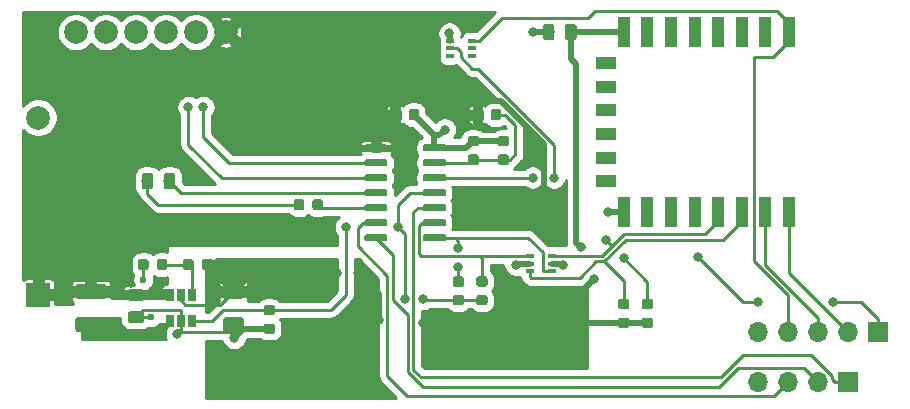
<source format=gtl>
G04 #@! TF.GenerationSoftware,KiCad,Pcbnew,5.1.2*
G04 #@! TF.CreationDate,2019-08-07T15:52:47+02:00*
G04 #@! TF.ProjectId,wifisensor-dual-cpu,77696669-7365-46e7-936f-722d6475616c,rev?*
G04 #@! TF.SameCoordinates,Original*
G04 #@! TF.FileFunction,Copper,L1,Top*
G04 #@! TF.FilePolarity,Positive*
%FSLAX46Y46*%
G04 Gerber Fmt 4.6, Leading zero omitted, Abs format (unit mm)*
G04 Created by KiCad (PCBNEW 5.1.2) date 2019-08-07 15:52:47*
%MOMM*%
%LPD*%
G04 APERTURE LIST*
%ADD10C,2.000000*%
%ADD11R,2.000000X2.000000*%
%ADD12C,0.100000*%
%ADD13C,1.250000*%
%ADD14R,1.000000X2.500000*%
%ADD15R,1.800000X1.000000*%
%ADD16C,0.875000*%
%ADD17C,0.975000*%
%ADD18R,1.700000X1.700000*%
%ADD19O,1.700000X1.700000*%
%ADD20R,0.650000X1.060000*%
%ADD21C,0.600000*%
%ADD22R,0.650000X0.400000*%
%ADD23C,0.800000*%
%ADD24C,0.250000*%
%ADD25C,0.500000*%
%ADD26C,0.254000*%
G04 APERTURE END LIST*
D10*
X83820000Y-32385000D03*
X81280000Y-32385000D03*
X78740000Y-32385000D03*
X76200000Y-32385000D03*
X73660000Y-32385000D03*
X71120000Y-32385000D03*
D11*
X67945000Y-54610000D03*
D10*
X67945000Y-39620000D03*
D12*
G36*
X85104504Y-53726204D02*
G01*
X85128773Y-53729804D01*
X85152571Y-53735765D01*
X85175671Y-53744030D01*
X85197849Y-53754520D01*
X85218893Y-53767133D01*
X85238598Y-53781747D01*
X85256777Y-53798223D01*
X85273253Y-53816402D01*
X85287867Y-53836107D01*
X85300480Y-53857151D01*
X85310970Y-53879329D01*
X85319235Y-53902429D01*
X85325196Y-53926227D01*
X85328796Y-53950496D01*
X85330000Y-53975000D01*
X85330000Y-54725000D01*
X85328796Y-54749504D01*
X85325196Y-54773773D01*
X85319235Y-54797571D01*
X85310970Y-54820671D01*
X85300480Y-54842849D01*
X85287867Y-54863893D01*
X85273253Y-54883598D01*
X85256777Y-54901777D01*
X85238598Y-54918253D01*
X85218893Y-54932867D01*
X85197849Y-54945480D01*
X85175671Y-54955970D01*
X85152571Y-54964235D01*
X85128773Y-54970196D01*
X85104504Y-54973796D01*
X85080000Y-54975000D01*
X83830000Y-54975000D01*
X83805496Y-54973796D01*
X83781227Y-54970196D01*
X83757429Y-54964235D01*
X83734329Y-54955970D01*
X83712151Y-54945480D01*
X83691107Y-54932867D01*
X83671402Y-54918253D01*
X83653223Y-54901777D01*
X83636747Y-54883598D01*
X83622133Y-54863893D01*
X83609520Y-54842849D01*
X83599030Y-54820671D01*
X83590765Y-54797571D01*
X83584804Y-54773773D01*
X83581204Y-54749504D01*
X83580000Y-54725000D01*
X83580000Y-53975000D01*
X83581204Y-53950496D01*
X83584804Y-53926227D01*
X83590765Y-53902429D01*
X83599030Y-53879329D01*
X83609520Y-53857151D01*
X83622133Y-53836107D01*
X83636747Y-53816402D01*
X83653223Y-53798223D01*
X83671402Y-53781747D01*
X83691107Y-53767133D01*
X83712151Y-53754520D01*
X83734329Y-53744030D01*
X83757429Y-53735765D01*
X83781227Y-53729804D01*
X83805496Y-53726204D01*
X83830000Y-53725000D01*
X85080000Y-53725000D01*
X85104504Y-53726204D01*
X85104504Y-53726204D01*
G37*
D13*
X84455000Y-54350000D03*
D12*
G36*
X85104504Y-56526204D02*
G01*
X85128773Y-56529804D01*
X85152571Y-56535765D01*
X85175671Y-56544030D01*
X85197849Y-56554520D01*
X85218893Y-56567133D01*
X85238598Y-56581747D01*
X85256777Y-56598223D01*
X85273253Y-56616402D01*
X85287867Y-56636107D01*
X85300480Y-56657151D01*
X85310970Y-56679329D01*
X85319235Y-56702429D01*
X85325196Y-56726227D01*
X85328796Y-56750496D01*
X85330000Y-56775000D01*
X85330000Y-57525000D01*
X85328796Y-57549504D01*
X85325196Y-57573773D01*
X85319235Y-57597571D01*
X85310970Y-57620671D01*
X85300480Y-57642849D01*
X85287867Y-57663893D01*
X85273253Y-57683598D01*
X85256777Y-57701777D01*
X85238598Y-57718253D01*
X85218893Y-57732867D01*
X85197849Y-57745480D01*
X85175671Y-57755970D01*
X85152571Y-57764235D01*
X85128773Y-57770196D01*
X85104504Y-57773796D01*
X85080000Y-57775000D01*
X83830000Y-57775000D01*
X83805496Y-57773796D01*
X83781227Y-57770196D01*
X83757429Y-57764235D01*
X83734329Y-57755970D01*
X83712151Y-57745480D01*
X83691107Y-57732867D01*
X83671402Y-57718253D01*
X83653223Y-57701777D01*
X83636747Y-57683598D01*
X83622133Y-57663893D01*
X83609520Y-57642849D01*
X83599030Y-57620671D01*
X83590765Y-57597571D01*
X83584804Y-57573773D01*
X83581204Y-57549504D01*
X83580000Y-57525000D01*
X83580000Y-56775000D01*
X83581204Y-56750496D01*
X83584804Y-56726227D01*
X83590765Y-56702429D01*
X83599030Y-56679329D01*
X83609520Y-56657151D01*
X83622133Y-56636107D01*
X83636747Y-56616402D01*
X83653223Y-56598223D01*
X83671402Y-56581747D01*
X83691107Y-56567133D01*
X83712151Y-56554520D01*
X83734329Y-56544030D01*
X83757429Y-56535765D01*
X83781227Y-56529804D01*
X83805496Y-56526204D01*
X83830000Y-56525000D01*
X85080000Y-56525000D01*
X85104504Y-56526204D01*
X85104504Y-56526204D01*
G37*
D13*
X84455000Y-57150000D03*
D12*
G36*
X73489504Y-53726204D02*
G01*
X73513773Y-53729804D01*
X73537571Y-53735765D01*
X73560671Y-53744030D01*
X73582849Y-53754520D01*
X73603893Y-53767133D01*
X73623598Y-53781747D01*
X73641777Y-53798223D01*
X73658253Y-53816402D01*
X73672867Y-53836107D01*
X73685480Y-53857151D01*
X73695970Y-53879329D01*
X73704235Y-53902429D01*
X73710196Y-53926227D01*
X73713796Y-53950496D01*
X73715000Y-53975000D01*
X73715000Y-54725000D01*
X73713796Y-54749504D01*
X73710196Y-54773773D01*
X73704235Y-54797571D01*
X73695970Y-54820671D01*
X73685480Y-54842849D01*
X73672867Y-54863893D01*
X73658253Y-54883598D01*
X73641777Y-54901777D01*
X73623598Y-54918253D01*
X73603893Y-54932867D01*
X73582849Y-54945480D01*
X73560671Y-54955970D01*
X73537571Y-54964235D01*
X73513773Y-54970196D01*
X73489504Y-54973796D01*
X73465000Y-54975000D01*
X71315000Y-54975000D01*
X71290496Y-54973796D01*
X71266227Y-54970196D01*
X71242429Y-54964235D01*
X71219329Y-54955970D01*
X71197151Y-54945480D01*
X71176107Y-54932867D01*
X71156402Y-54918253D01*
X71138223Y-54901777D01*
X71121747Y-54883598D01*
X71107133Y-54863893D01*
X71094520Y-54842849D01*
X71084030Y-54820671D01*
X71075765Y-54797571D01*
X71069804Y-54773773D01*
X71066204Y-54749504D01*
X71065000Y-54725000D01*
X71065000Y-53975000D01*
X71066204Y-53950496D01*
X71069804Y-53926227D01*
X71075765Y-53902429D01*
X71084030Y-53879329D01*
X71094520Y-53857151D01*
X71107133Y-53836107D01*
X71121747Y-53816402D01*
X71138223Y-53798223D01*
X71156402Y-53781747D01*
X71176107Y-53767133D01*
X71197151Y-53754520D01*
X71219329Y-53744030D01*
X71242429Y-53735765D01*
X71266227Y-53729804D01*
X71290496Y-53726204D01*
X71315000Y-53725000D01*
X73465000Y-53725000D01*
X73489504Y-53726204D01*
X73489504Y-53726204D01*
G37*
D13*
X72390000Y-54350000D03*
D12*
G36*
X73489504Y-56526204D02*
G01*
X73513773Y-56529804D01*
X73537571Y-56535765D01*
X73560671Y-56544030D01*
X73582849Y-56554520D01*
X73603893Y-56567133D01*
X73623598Y-56581747D01*
X73641777Y-56598223D01*
X73658253Y-56616402D01*
X73672867Y-56636107D01*
X73685480Y-56657151D01*
X73695970Y-56679329D01*
X73704235Y-56702429D01*
X73710196Y-56726227D01*
X73713796Y-56750496D01*
X73715000Y-56775000D01*
X73715000Y-57525000D01*
X73713796Y-57549504D01*
X73710196Y-57573773D01*
X73704235Y-57597571D01*
X73695970Y-57620671D01*
X73685480Y-57642849D01*
X73672867Y-57663893D01*
X73658253Y-57683598D01*
X73641777Y-57701777D01*
X73623598Y-57718253D01*
X73603893Y-57732867D01*
X73582849Y-57745480D01*
X73560671Y-57755970D01*
X73537571Y-57764235D01*
X73513773Y-57770196D01*
X73489504Y-57773796D01*
X73465000Y-57775000D01*
X71315000Y-57775000D01*
X71290496Y-57773796D01*
X71266227Y-57770196D01*
X71242429Y-57764235D01*
X71219329Y-57755970D01*
X71197151Y-57745480D01*
X71176107Y-57732867D01*
X71156402Y-57718253D01*
X71138223Y-57701777D01*
X71121747Y-57683598D01*
X71107133Y-57663893D01*
X71094520Y-57642849D01*
X71084030Y-57620671D01*
X71075765Y-57597571D01*
X71069804Y-57573773D01*
X71066204Y-57549504D01*
X71065000Y-57525000D01*
X71065000Y-56775000D01*
X71066204Y-56750496D01*
X71069804Y-56726227D01*
X71075765Y-56702429D01*
X71084030Y-56679329D01*
X71094520Y-56657151D01*
X71107133Y-56636107D01*
X71121747Y-56616402D01*
X71138223Y-56598223D01*
X71156402Y-56581747D01*
X71176107Y-56567133D01*
X71197151Y-56554520D01*
X71219329Y-56544030D01*
X71242429Y-56535765D01*
X71266227Y-56529804D01*
X71290496Y-56526204D01*
X71315000Y-56525000D01*
X73465000Y-56525000D01*
X73489504Y-56526204D01*
X73489504Y-56526204D01*
G37*
D13*
X72390000Y-57150000D03*
D14*
X131500000Y-32400000D03*
X129500000Y-32400000D03*
X127500000Y-32400000D03*
X125500000Y-32400000D03*
X123500000Y-32400000D03*
X121500000Y-32400000D03*
X119500000Y-32400000D03*
X117500000Y-32400000D03*
D15*
X116000000Y-35000000D03*
X116000000Y-37000000D03*
X116000000Y-39000000D03*
X116000000Y-41000000D03*
X116000000Y-43000000D03*
X116000000Y-45000000D03*
D14*
X117500000Y-47600000D03*
X119500000Y-47600000D03*
X121500000Y-47600000D03*
X123500000Y-47600000D03*
X125500000Y-47600000D03*
X127500000Y-47600000D03*
X129500000Y-47600000D03*
X131500000Y-47600000D03*
D12*
G36*
X107592691Y-41168553D02*
G01*
X107613926Y-41171703D01*
X107634750Y-41176919D01*
X107654962Y-41184151D01*
X107674368Y-41193330D01*
X107692781Y-41204366D01*
X107710024Y-41217154D01*
X107725930Y-41231570D01*
X107740346Y-41247476D01*
X107753134Y-41264719D01*
X107764170Y-41283132D01*
X107773349Y-41302538D01*
X107780581Y-41322750D01*
X107785797Y-41343574D01*
X107788947Y-41364809D01*
X107790000Y-41386250D01*
X107790000Y-41823750D01*
X107788947Y-41845191D01*
X107785797Y-41866426D01*
X107780581Y-41887250D01*
X107773349Y-41907462D01*
X107764170Y-41926868D01*
X107753134Y-41945281D01*
X107740346Y-41962524D01*
X107725930Y-41978430D01*
X107710024Y-41992846D01*
X107692781Y-42005634D01*
X107674368Y-42016670D01*
X107654962Y-42025849D01*
X107634750Y-42033081D01*
X107613926Y-42038297D01*
X107592691Y-42041447D01*
X107571250Y-42042500D01*
X107058750Y-42042500D01*
X107037309Y-42041447D01*
X107016074Y-42038297D01*
X106995250Y-42033081D01*
X106975038Y-42025849D01*
X106955632Y-42016670D01*
X106937219Y-42005634D01*
X106919976Y-41992846D01*
X106904070Y-41978430D01*
X106889654Y-41962524D01*
X106876866Y-41945281D01*
X106865830Y-41926868D01*
X106856651Y-41907462D01*
X106849419Y-41887250D01*
X106844203Y-41866426D01*
X106841053Y-41845191D01*
X106840000Y-41823750D01*
X106840000Y-41386250D01*
X106841053Y-41364809D01*
X106844203Y-41343574D01*
X106849419Y-41322750D01*
X106856651Y-41302538D01*
X106865830Y-41283132D01*
X106876866Y-41264719D01*
X106889654Y-41247476D01*
X106904070Y-41231570D01*
X106919976Y-41217154D01*
X106937219Y-41204366D01*
X106955632Y-41193330D01*
X106975038Y-41184151D01*
X106995250Y-41176919D01*
X107016074Y-41171703D01*
X107037309Y-41168553D01*
X107058750Y-41167500D01*
X107571250Y-41167500D01*
X107592691Y-41168553D01*
X107592691Y-41168553D01*
G37*
D16*
X107315000Y-41605000D03*
D12*
G36*
X107592691Y-42743553D02*
G01*
X107613926Y-42746703D01*
X107634750Y-42751919D01*
X107654962Y-42759151D01*
X107674368Y-42768330D01*
X107692781Y-42779366D01*
X107710024Y-42792154D01*
X107725930Y-42806570D01*
X107740346Y-42822476D01*
X107753134Y-42839719D01*
X107764170Y-42858132D01*
X107773349Y-42877538D01*
X107780581Y-42897750D01*
X107785797Y-42918574D01*
X107788947Y-42939809D01*
X107790000Y-42961250D01*
X107790000Y-43398750D01*
X107788947Y-43420191D01*
X107785797Y-43441426D01*
X107780581Y-43462250D01*
X107773349Y-43482462D01*
X107764170Y-43501868D01*
X107753134Y-43520281D01*
X107740346Y-43537524D01*
X107725930Y-43553430D01*
X107710024Y-43567846D01*
X107692781Y-43580634D01*
X107674368Y-43591670D01*
X107654962Y-43600849D01*
X107634750Y-43608081D01*
X107613926Y-43613297D01*
X107592691Y-43616447D01*
X107571250Y-43617500D01*
X107058750Y-43617500D01*
X107037309Y-43616447D01*
X107016074Y-43613297D01*
X106995250Y-43608081D01*
X106975038Y-43600849D01*
X106955632Y-43591670D01*
X106937219Y-43580634D01*
X106919976Y-43567846D01*
X106904070Y-43553430D01*
X106889654Y-43537524D01*
X106876866Y-43520281D01*
X106865830Y-43501868D01*
X106856651Y-43482462D01*
X106849419Y-43462250D01*
X106844203Y-43441426D01*
X106841053Y-43420191D01*
X106840000Y-43398750D01*
X106840000Y-42961250D01*
X106841053Y-42939809D01*
X106844203Y-42918574D01*
X106849419Y-42897750D01*
X106856651Y-42877538D01*
X106865830Y-42858132D01*
X106876866Y-42839719D01*
X106889654Y-42822476D01*
X106904070Y-42806570D01*
X106919976Y-42792154D01*
X106937219Y-42779366D01*
X106955632Y-42768330D01*
X106975038Y-42759151D01*
X106995250Y-42751919D01*
X107016074Y-42746703D01*
X107037309Y-42743553D01*
X107058750Y-42742500D01*
X107571250Y-42742500D01*
X107592691Y-42743553D01*
X107592691Y-42743553D01*
G37*
D16*
X107315000Y-43180000D03*
D12*
G36*
X91832691Y-46526053D02*
G01*
X91853926Y-46529203D01*
X91874750Y-46534419D01*
X91894962Y-46541651D01*
X91914368Y-46550830D01*
X91932781Y-46561866D01*
X91950024Y-46574654D01*
X91965930Y-46589070D01*
X91980346Y-46604976D01*
X91993134Y-46622219D01*
X92004170Y-46640632D01*
X92013349Y-46660038D01*
X92020581Y-46680250D01*
X92025797Y-46701074D01*
X92028947Y-46722309D01*
X92030000Y-46743750D01*
X92030000Y-47256250D01*
X92028947Y-47277691D01*
X92025797Y-47298926D01*
X92020581Y-47319750D01*
X92013349Y-47339962D01*
X92004170Y-47359368D01*
X91993134Y-47377781D01*
X91980346Y-47395024D01*
X91965930Y-47410930D01*
X91950024Y-47425346D01*
X91932781Y-47438134D01*
X91914368Y-47449170D01*
X91894962Y-47458349D01*
X91874750Y-47465581D01*
X91853926Y-47470797D01*
X91832691Y-47473947D01*
X91811250Y-47475000D01*
X91373750Y-47475000D01*
X91352309Y-47473947D01*
X91331074Y-47470797D01*
X91310250Y-47465581D01*
X91290038Y-47458349D01*
X91270632Y-47449170D01*
X91252219Y-47438134D01*
X91234976Y-47425346D01*
X91219070Y-47410930D01*
X91204654Y-47395024D01*
X91191866Y-47377781D01*
X91180830Y-47359368D01*
X91171651Y-47339962D01*
X91164419Y-47319750D01*
X91159203Y-47298926D01*
X91156053Y-47277691D01*
X91155000Y-47256250D01*
X91155000Y-46743750D01*
X91156053Y-46722309D01*
X91159203Y-46701074D01*
X91164419Y-46680250D01*
X91171651Y-46660038D01*
X91180830Y-46640632D01*
X91191866Y-46622219D01*
X91204654Y-46604976D01*
X91219070Y-46589070D01*
X91234976Y-46574654D01*
X91252219Y-46561866D01*
X91270632Y-46550830D01*
X91290038Y-46541651D01*
X91310250Y-46534419D01*
X91331074Y-46529203D01*
X91352309Y-46526053D01*
X91373750Y-46525000D01*
X91811250Y-46525000D01*
X91832691Y-46526053D01*
X91832691Y-46526053D01*
G37*
D16*
X91592500Y-47000000D03*
D12*
G36*
X90257691Y-46526053D02*
G01*
X90278926Y-46529203D01*
X90299750Y-46534419D01*
X90319962Y-46541651D01*
X90339368Y-46550830D01*
X90357781Y-46561866D01*
X90375024Y-46574654D01*
X90390930Y-46589070D01*
X90405346Y-46604976D01*
X90418134Y-46622219D01*
X90429170Y-46640632D01*
X90438349Y-46660038D01*
X90445581Y-46680250D01*
X90450797Y-46701074D01*
X90453947Y-46722309D01*
X90455000Y-46743750D01*
X90455000Y-47256250D01*
X90453947Y-47277691D01*
X90450797Y-47298926D01*
X90445581Y-47319750D01*
X90438349Y-47339962D01*
X90429170Y-47359368D01*
X90418134Y-47377781D01*
X90405346Y-47395024D01*
X90390930Y-47410930D01*
X90375024Y-47425346D01*
X90357781Y-47438134D01*
X90339368Y-47449170D01*
X90319962Y-47458349D01*
X90299750Y-47465581D01*
X90278926Y-47470797D01*
X90257691Y-47473947D01*
X90236250Y-47475000D01*
X89798750Y-47475000D01*
X89777309Y-47473947D01*
X89756074Y-47470797D01*
X89735250Y-47465581D01*
X89715038Y-47458349D01*
X89695632Y-47449170D01*
X89677219Y-47438134D01*
X89659976Y-47425346D01*
X89644070Y-47410930D01*
X89629654Y-47395024D01*
X89616866Y-47377781D01*
X89605830Y-47359368D01*
X89596651Y-47339962D01*
X89589419Y-47319750D01*
X89584203Y-47298926D01*
X89581053Y-47277691D01*
X89580000Y-47256250D01*
X89580000Y-46743750D01*
X89581053Y-46722309D01*
X89584203Y-46701074D01*
X89589419Y-46680250D01*
X89596651Y-46660038D01*
X89605830Y-46640632D01*
X89616866Y-46622219D01*
X89629654Y-46604976D01*
X89644070Y-46589070D01*
X89659976Y-46574654D01*
X89677219Y-46561866D01*
X89695632Y-46550830D01*
X89715038Y-46541651D01*
X89735250Y-46534419D01*
X89756074Y-46529203D01*
X89777309Y-46526053D01*
X89798750Y-46525000D01*
X90236250Y-46525000D01*
X90257691Y-46526053D01*
X90257691Y-46526053D01*
G37*
D16*
X90017500Y-47000000D03*
D12*
G36*
X113297642Y-31686174D02*
G01*
X113321303Y-31689684D01*
X113344507Y-31695496D01*
X113367029Y-31703554D01*
X113388653Y-31713782D01*
X113409170Y-31726079D01*
X113428383Y-31740329D01*
X113446107Y-31756393D01*
X113462171Y-31774117D01*
X113476421Y-31793330D01*
X113488718Y-31813847D01*
X113498946Y-31835471D01*
X113507004Y-31857993D01*
X113512816Y-31881197D01*
X113516326Y-31904858D01*
X113517500Y-31928750D01*
X113517500Y-32841250D01*
X113516326Y-32865142D01*
X113512816Y-32888803D01*
X113507004Y-32912007D01*
X113498946Y-32934529D01*
X113488718Y-32956153D01*
X113476421Y-32976670D01*
X113462171Y-32995883D01*
X113446107Y-33013607D01*
X113428383Y-33029671D01*
X113409170Y-33043921D01*
X113388653Y-33056218D01*
X113367029Y-33066446D01*
X113344507Y-33074504D01*
X113321303Y-33080316D01*
X113297642Y-33083826D01*
X113273750Y-33085000D01*
X112786250Y-33085000D01*
X112762358Y-33083826D01*
X112738697Y-33080316D01*
X112715493Y-33074504D01*
X112692971Y-33066446D01*
X112671347Y-33056218D01*
X112650830Y-33043921D01*
X112631617Y-33029671D01*
X112613893Y-33013607D01*
X112597829Y-32995883D01*
X112583579Y-32976670D01*
X112571282Y-32956153D01*
X112561054Y-32934529D01*
X112552996Y-32912007D01*
X112547184Y-32888803D01*
X112543674Y-32865142D01*
X112542500Y-32841250D01*
X112542500Y-31928750D01*
X112543674Y-31904858D01*
X112547184Y-31881197D01*
X112552996Y-31857993D01*
X112561054Y-31835471D01*
X112571282Y-31813847D01*
X112583579Y-31793330D01*
X112597829Y-31774117D01*
X112613893Y-31756393D01*
X112631617Y-31740329D01*
X112650830Y-31726079D01*
X112671347Y-31713782D01*
X112692971Y-31703554D01*
X112715493Y-31695496D01*
X112738697Y-31689684D01*
X112762358Y-31686174D01*
X112786250Y-31685000D01*
X113273750Y-31685000D01*
X113297642Y-31686174D01*
X113297642Y-31686174D01*
G37*
D17*
X113030000Y-32385000D03*
D12*
G36*
X111422642Y-31686174D02*
G01*
X111446303Y-31689684D01*
X111469507Y-31695496D01*
X111492029Y-31703554D01*
X111513653Y-31713782D01*
X111534170Y-31726079D01*
X111553383Y-31740329D01*
X111571107Y-31756393D01*
X111587171Y-31774117D01*
X111601421Y-31793330D01*
X111613718Y-31813847D01*
X111623946Y-31835471D01*
X111632004Y-31857993D01*
X111637816Y-31881197D01*
X111641326Y-31904858D01*
X111642500Y-31928750D01*
X111642500Y-32841250D01*
X111641326Y-32865142D01*
X111637816Y-32888803D01*
X111632004Y-32912007D01*
X111623946Y-32934529D01*
X111613718Y-32956153D01*
X111601421Y-32976670D01*
X111587171Y-32995883D01*
X111571107Y-33013607D01*
X111553383Y-33029671D01*
X111534170Y-33043921D01*
X111513653Y-33056218D01*
X111492029Y-33066446D01*
X111469507Y-33074504D01*
X111446303Y-33080316D01*
X111422642Y-33083826D01*
X111398750Y-33085000D01*
X110911250Y-33085000D01*
X110887358Y-33083826D01*
X110863697Y-33080316D01*
X110840493Y-33074504D01*
X110817971Y-33066446D01*
X110796347Y-33056218D01*
X110775830Y-33043921D01*
X110756617Y-33029671D01*
X110738893Y-33013607D01*
X110722829Y-32995883D01*
X110708579Y-32976670D01*
X110696282Y-32956153D01*
X110686054Y-32934529D01*
X110677996Y-32912007D01*
X110672184Y-32888803D01*
X110668674Y-32865142D01*
X110667500Y-32841250D01*
X110667500Y-31928750D01*
X110668674Y-31904858D01*
X110672184Y-31881197D01*
X110677996Y-31857993D01*
X110686054Y-31835471D01*
X110696282Y-31813847D01*
X110708579Y-31793330D01*
X110722829Y-31774117D01*
X110738893Y-31756393D01*
X110756617Y-31740329D01*
X110775830Y-31726079D01*
X110796347Y-31713782D01*
X110817971Y-31703554D01*
X110840493Y-31695496D01*
X110863697Y-31689684D01*
X110887358Y-31686174D01*
X110911250Y-31685000D01*
X111398750Y-31685000D01*
X111422642Y-31686174D01*
X111422642Y-31686174D01*
G37*
D17*
X111155000Y-32385000D03*
D18*
X136525000Y-62000000D03*
D19*
X133985000Y-62000000D03*
X131445000Y-62000000D03*
X128905000Y-62000000D03*
D12*
G36*
X119777691Y-56563553D02*
G01*
X119798926Y-56566703D01*
X119819750Y-56571919D01*
X119839962Y-56579151D01*
X119859368Y-56588330D01*
X119877781Y-56599366D01*
X119895024Y-56612154D01*
X119910930Y-56626570D01*
X119925346Y-56642476D01*
X119938134Y-56659719D01*
X119949170Y-56678132D01*
X119958349Y-56697538D01*
X119965581Y-56717750D01*
X119970797Y-56738574D01*
X119973947Y-56759809D01*
X119975000Y-56781250D01*
X119975000Y-57218750D01*
X119973947Y-57240191D01*
X119970797Y-57261426D01*
X119965581Y-57282250D01*
X119958349Y-57302462D01*
X119949170Y-57321868D01*
X119938134Y-57340281D01*
X119925346Y-57357524D01*
X119910930Y-57373430D01*
X119895024Y-57387846D01*
X119877781Y-57400634D01*
X119859368Y-57411670D01*
X119839962Y-57420849D01*
X119819750Y-57428081D01*
X119798926Y-57433297D01*
X119777691Y-57436447D01*
X119756250Y-57437500D01*
X119243750Y-57437500D01*
X119222309Y-57436447D01*
X119201074Y-57433297D01*
X119180250Y-57428081D01*
X119160038Y-57420849D01*
X119140632Y-57411670D01*
X119122219Y-57400634D01*
X119104976Y-57387846D01*
X119089070Y-57373430D01*
X119074654Y-57357524D01*
X119061866Y-57340281D01*
X119050830Y-57321868D01*
X119041651Y-57302462D01*
X119034419Y-57282250D01*
X119029203Y-57261426D01*
X119026053Y-57240191D01*
X119025000Y-57218750D01*
X119025000Y-56781250D01*
X119026053Y-56759809D01*
X119029203Y-56738574D01*
X119034419Y-56717750D01*
X119041651Y-56697538D01*
X119050830Y-56678132D01*
X119061866Y-56659719D01*
X119074654Y-56642476D01*
X119089070Y-56626570D01*
X119104976Y-56612154D01*
X119122219Y-56599366D01*
X119140632Y-56588330D01*
X119160038Y-56579151D01*
X119180250Y-56571919D01*
X119201074Y-56566703D01*
X119222309Y-56563553D01*
X119243750Y-56562500D01*
X119756250Y-56562500D01*
X119777691Y-56563553D01*
X119777691Y-56563553D01*
G37*
D16*
X119500000Y-57000000D03*
D12*
G36*
X119777691Y-54988553D02*
G01*
X119798926Y-54991703D01*
X119819750Y-54996919D01*
X119839962Y-55004151D01*
X119859368Y-55013330D01*
X119877781Y-55024366D01*
X119895024Y-55037154D01*
X119910930Y-55051570D01*
X119925346Y-55067476D01*
X119938134Y-55084719D01*
X119949170Y-55103132D01*
X119958349Y-55122538D01*
X119965581Y-55142750D01*
X119970797Y-55163574D01*
X119973947Y-55184809D01*
X119975000Y-55206250D01*
X119975000Y-55643750D01*
X119973947Y-55665191D01*
X119970797Y-55686426D01*
X119965581Y-55707250D01*
X119958349Y-55727462D01*
X119949170Y-55746868D01*
X119938134Y-55765281D01*
X119925346Y-55782524D01*
X119910930Y-55798430D01*
X119895024Y-55812846D01*
X119877781Y-55825634D01*
X119859368Y-55836670D01*
X119839962Y-55845849D01*
X119819750Y-55853081D01*
X119798926Y-55858297D01*
X119777691Y-55861447D01*
X119756250Y-55862500D01*
X119243750Y-55862500D01*
X119222309Y-55861447D01*
X119201074Y-55858297D01*
X119180250Y-55853081D01*
X119160038Y-55845849D01*
X119140632Y-55836670D01*
X119122219Y-55825634D01*
X119104976Y-55812846D01*
X119089070Y-55798430D01*
X119074654Y-55782524D01*
X119061866Y-55765281D01*
X119050830Y-55746868D01*
X119041651Y-55727462D01*
X119034419Y-55707250D01*
X119029203Y-55686426D01*
X119026053Y-55665191D01*
X119025000Y-55643750D01*
X119025000Y-55206250D01*
X119026053Y-55184809D01*
X119029203Y-55163574D01*
X119034419Y-55142750D01*
X119041651Y-55122538D01*
X119050830Y-55103132D01*
X119061866Y-55084719D01*
X119074654Y-55067476D01*
X119089070Y-55051570D01*
X119104976Y-55037154D01*
X119122219Y-55024366D01*
X119140632Y-55013330D01*
X119160038Y-55004151D01*
X119180250Y-54996919D01*
X119201074Y-54991703D01*
X119222309Y-54988553D01*
X119243750Y-54987500D01*
X119756250Y-54987500D01*
X119777691Y-54988553D01*
X119777691Y-54988553D01*
G37*
D16*
X119500000Y-55425000D03*
D12*
G36*
X77435142Y-44301174D02*
G01*
X77458803Y-44304684D01*
X77482007Y-44310496D01*
X77504529Y-44318554D01*
X77526153Y-44328782D01*
X77546670Y-44341079D01*
X77565883Y-44355329D01*
X77583607Y-44371393D01*
X77599671Y-44389117D01*
X77613921Y-44408330D01*
X77626218Y-44428847D01*
X77636446Y-44450471D01*
X77644504Y-44472993D01*
X77650316Y-44496197D01*
X77653826Y-44519858D01*
X77655000Y-44543750D01*
X77655000Y-45456250D01*
X77653826Y-45480142D01*
X77650316Y-45503803D01*
X77644504Y-45527007D01*
X77636446Y-45549529D01*
X77626218Y-45571153D01*
X77613921Y-45591670D01*
X77599671Y-45610883D01*
X77583607Y-45628607D01*
X77565883Y-45644671D01*
X77546670Y-45658921D01*
X77526153Y-45671218D01*
X77504529Y-45681446D01*
X77482007Y-45689504D01*
X77458803Y-45695316D01*
X77435142Y-45698826D01*
X77411250Y-45700000D01*
X76923750Y-45700000D01*
X76899858Y-45698826D01*
X76876197Y-45695316D01*
X76852993Y-45689504D01*
X76830471Y-45681446D01*
X76808847Y-45671218D01*
X76788330Y-45658921D01*
X76769117Y-45644671D01*
X76751393Y-45628607D01*
X76735329Y-45610883D01*
X76721079Y-45591670D01*
X76708782Y-45571153D01*
X76698554Y-45549529D01*
X76690496Y-45527007D01*
X76684684Y-45503803D01*
X76681174Y-45480142D01*
X76680000Y-45456250D01*
X76680000Y-44543750D01*
X76681174Y-44519858D01*
X76684684Y-44496197D01*
X76690496Y-44472993D01*
X76698554Y-44450471D01*
X76708782Y-44428847D01*
X76721079Y-44408330D01*
X76735329Y-44389117D01*
X76751393Y-44371393D01*
X76769117Y-44355329D01*
X76788330Y-44341079D01*
X76808847Y-44328782D01*
X76830471Y-44318554D01*
X76852993Y-44310496D01*
X76876197Y-44304684D01*
X76899858Y-44301174D01*
X76923750Y-44300000D01*
X77411250Y-44300000D01*
X77435142Y-44301174D01*
X77435142Y-44301174D01*
G37*
D17*
X77167500Y-45000000D03*
D12*
G36*
X79310142Y-44301174D02*
G01*
X79333803Y-44304684D01*
X79357007Y-44310496D01*
X79379529Y-44318554D01*
X79401153Y-44328782D01*
X79421670Y-44341079D01*
X79440883Y-44355329D01*
X79458607Y-44371393D01*
X79474671Y-44389117D01*
X79488921Y-44408330D01*
X79501218Y-44428847D01*
X79511446Y-44450471D01*
X79519504Y-44472993D01*
X79525316Y-44496197D01*
X79528826Y-44519858D01*
X79530000Y-44543750D01*
X79530000Y-45456250D01*
X79528826Y-45480142D01*
X79525316Y-45503803D01*
X79519504Y-45527007D01*
X79511446Y-45549529D01*
X79501218Y-45571153D01*
X79488921Y-45591670D01*
X79474671Y-45610883D01*
X79458607Y-45628607D01*
X79440883Y-45644671D01*
X79421670Y-45658921D01*
X79401153Y-45671218D01*
X79379529Y-45681446D01*
X79357007Y-45689504D01*
X79333803Y-45695316D01*
X79310142Y-45698826D01*
X79286250Y-45700000D01*
X78798750Y-45700000D01*
X78774858Y-45698826D01*
X78751197Y-45695316D01*
X78727993Y-45689504D01*
X78705471Y-45681446D01*
X78683847Y-45671218D01*
X78663330Y-45658921D01*
X78644117Y-45644671D01*
X78626393Y-45628607D01*
X78610329Y-45610883D01*
X78596079Y-45591670D01*
X78583782Y-45571153D01*
X78573554Y-45549529D01*
X78565496Y-45527007D01*
X78559684Y-45503803D01*
X78556174Y-45480142D01*
X78555000Y-45456250D01*
X78555000Y-44543750D01*
X78556174Y-44519858D01*
X78559684Y-44496197D01*
X78565496Y-44472993D01*
X78573554Y-44450471D01*
X78583782Y-44428847D01*
X78596079Y-44408330D01*
X78610329Y-44389117D01*
X78626393Y-44371393D01*
X78644117Y-44355329D01*
X78663330Y-44341079D01*
X78683847Y-44328782D01*
X78705471Y-44318554D01*
X78727993Y-44310496D01*
X78751197Y-44304684D01*
X78774858Y-44301174D01*
X78798750Y-44300000D01*
X79286250Y-44300000D01*
X79310142Y-44301174D01*
X79310142Y-44301174D01*
G37*
D17*
X79042500Y-45000000D03*
D12*
G36*
X76680142Y-54153674D02*
G01*
X76703803Y-54157184D01*
X76727007Y-54162996D01*
X76749529Y-54171054D01*
X76771153Y-54181282D01*
X76791670Y-54193579D01*
X76810883Y-54207829D01*
X76828607Y-54223893D01*
X76844671Y-54241617D01*
X76858921Y-54260830D01*
X76871218Y-54281347D01*
X76881446Y-54302971D01*
X76889504Y-54325493D01*
X76895316Y-54348697D01*
X76898826Y-54372358D01*
X76900000Y-54396250D01*
X76900000Y-54883750D01*
X76898826Y-54907642D01*
X76895316Y-54931303D01*
X76889504Y-54954507D01*
X76881446Y-54977029D01*
X76871218Y-54998653D01*
X76858921Y-55019170D01*
X76844671Y-55038383D01*
X76828607Y-55056107D01*
X76810883Y-55072171D01*
X76791670Y-55086421D01*
X76771153Y-55098718D01*
X76749529Y-55108946D01*
X76727007Y-55117004D01*
X76703803Y-55122816D01*
X76680142Y-55126326D01*
X76656250Y-55127500D01*
X75743750Y-55127500D01*
X75719858Y-55126326D01*
X75696197Y-55122816D01*
X75672993Y-55117004D01*
X75650471Y-55108946D01*
X75628847Y-55098718D01*
X75608330Y-55086421D01*
X75589117Y-55072171D01*
X75571393Y-55056107D01*
X75555329Y-55038383D01*
X75541079Y-55019170D01*
X75528782Y-54998653D01*
X75518554Y-54977029D01*
X75510496Y-54954507D01*
X75504684Y-54931303D01*
X75501174Y-54907642D01*
X75500000Y-54883750D01*
X75500000Y-54396250D01*
X75501174Y-54372358D01*
X75504684Y-54348697D01*
X75510496Y-54325493D01*
X75518554Y-54302971D01*
X75528782Y-54281347D01*
X75541079Y-54260830D01*
X75555329Y-54241617D01*
X75571393Y-54223893D01*
X75589117Y-54207829D01*
X75608330Y-54193579D01*
X75628847Y-54181282D01*
X75650471Y-54171054D01*
X75672993Y-54162996D01*
X75696197Y-54157184D01*
X75719858Y-54153674D01*
X75743750Y-54152500D01*
X76656250Y-54152500D01*
X76680142Y-54153674D01*
X76680142Y-54153674D01*
G37*
D17*
X76200000Y-54640000D03*
D12*
G36*
X76680142Y-56028674D02*
G01*
X76703803Y-56032184D01*
X76727007Y-56037996D01*
X76749529Y-56046054D01*
X76771153Y-56056282D01*
X76791670Y-56068579D01*
X76810883Y-56082829D01*
X76828607Y-56098893D01*
X76844671Y-56116617D01*
X76858921Y-56135830D01*
X76871218Y-56156347D01*
X76881446Y-56177971D01*
X76889504Y-56200493D01*
X76895316Y-56223697D01*
X76898826Y-56247358D01*
X76900000Y-56271250D01*
X76900000Y-56758750D01*
X76898826Y-56782642D01*
X76895316Y-56806303D01*
X76889504Y-56829507D01*
X76881446Y-56852029D01*
X76871218Y-56873653D01*
X76858921Y-56894170D01*
X76844671Y-56913383D01*
X76828607Y-56931107D01*
X76810883Y-56947171D01*
X76791670Y-56961421D01*
X76771153Y-56973718D01*
X76749529Y-56983946D01*
X76727007Y-56992004D01*
X76703803Y-56997816D01*
X76680142Y-57001326D01*
X76656250Y-57002500D01*
X75743750Y-57002500D01*
X75719858Y-57001326D01*
X75696197Y-56997816D01*
X75672993Y-56992004D01*
X75650471Y-56983946D01*
X75628847Y-56973718D01*
X75608330Y-56961421D01*
X75589117Y-56947171D01*
X75571393Y-56931107D01*
X75555329Y-56913383D01*
X75541079Y-56894170D01*
X75528782Y-56873653D01*
X75518554Y-56852029D01*
X75510496Y-56829507D01*
X75504684Y-56806303D01*
X75501174Y-56782642D01*
X75500000Y-56758750D01*
X75500000Y-56271250D01*
X75501174Y-56247358D01*
X75504684Y-56223697D01*
X75510496Y-56200493D01*
X75518554Y-56177971D01*
X75528782Y-56156347D01*
X75541079Y-56135830D01*
X75555329Y-56116617D01*
X75571393Y-56098893D01*
X75589117Y-56082829D01*
X75608330Y-56068579D01*
X75628847Y-56056282D01*
X75650471Y-56046054D01*
X75672993Y-56037996D01*
X75696197Y-56032184D01*
X75719858Y-56028674D01*
X75743750Y-56027500D01*
X76656250Y-56027500D01*
X76680142Y-56028674D01*
X76680142Y-56028674D01*
G37*
D17*
X76200000Y-56515000D03*
D20*
X79060000Y-56810000D03*
X80010000Y-56810000D03*
X80960000Y-56810000D03*
X80960000Y-54610000D03*
X79060000Y-54610000D03*
X80010000Y-54610000D03*
D12*
G36*
X77075191Y-51596053D02*
G01*
X77096426Y-51599203D01*
X77117250Y-51604419D01*
X77137462Y-51611651D01*
X77156868Y-51620830D01*
X77175281Y-51631866D01*
X77192524Y-51644654D01*
X77208430Y-51659070D01*
X77222846Y-51674976D01*
X77235634Y-51692219D01*
X77246670Y-51710632D01*
X77255849Y-51730038D01*
X77263081Y-51750250D01*
X77268297Y-51771074D01*
X77271447Y-51792309D01*
X77272500Y-51813750D01*
X77272500Y-52326250D01*
X77271447Y-52347691D01*
X77268297Y-52368926D01*
X77263081Y-52389750D01*
X77255849Y-52409962D01*
X77246670Y-52429368D01*
X77235634Y-52447781D01*
X77222846Y-52465024D01*
X77208430Y-52480930D01*
X77192524Y-52495346D01*
X77175281Y-52508134D01*
X77156868Y-52519170D01*
X77137462Y-52528349D01*
X77117250Y-52535581D01*
X77096426Y-52540797D01*
X77075191Y-52543947D01*
X77053750Y-52545000D01*
X76616250Y-52545000D01*
X76594809Y-52543947D01*
X76573574Y-52540797D01*
X76552750Y-52535581D01*
X76532538Y-52528349D01*
X76513132Y-52519170D01*
X76494719Y-52508134D01*
X76477476Y-52495346D01*
X76461570Y-52480930D01*
X76447154Y-52465024D01*
X76434366Y-52447781D01*
X76423330Y-52429368D01*
X76414151Y-52409962D01*
X76406919Y-52389750D01*
X76401703Y-52368926D01*
X76398553Y-52347691D01*
X76397500Y-52326250D01*
X76397500Y-51813750D01*
X76398553Y-51792309D01*
X76401703Y-51771074D01*
X76406919Y-51750250D01*
X76414151Y-51730038D01*
X76423330Y-51710632D01*
X76434366Y-51692219D01*
X76447154Y-51674976D01*
X76461570Y-51659070D01*
X76477476Y-51644654D01*
X76494719Y-51631866D01*
X76513132Y-51620830D01*
X76532538Y-51611651D01*
X76552750Y-51604419D01*
X76573574Y-51599203D01*
X76594809Y-51596053D01*
X76616250Y-51595000D01*
X77053750Y-51595000D01*
X77075191Y-51596053D01*
X77075191Y-51596053D01*
G37*
D16*
X76835000Y-52070000D03*
D12*
G36*
X78650191Y-51596053D02*
G01*
X78671426Y-51599203D01*
X78692250Y-51604419D01*
X78712462Y-51611651D01*
X78731868Y-51620830D01*
X78750281Y-51631866D01*
X78767524Y-51644654D01*
X78783430Y-51659070D01*
X78797846Y-51674976D01*
X78810634Y-51692219D01*
X78821670Y-51710632D01*
X78830849Y-51730038D01*
X78838081Y-51750250D01*
X78843297Y-51771074D01*
X78846447Y-51792309D01*
X78847500Y-51813750D01*
X78847500Y-52326250D01*
X78846447Y-52347691D01*
X78843297Y-52368926D01*
X78838081Y-52389750D01*
X78830849Y-52409962D01*
X78821670Y-52429368D01*
X78810634Y-52447781D01*
X78797846Y-52465024D01*
X78783430Y-52480930D01*
X78767524Y-52495346D01*
X78750281Y-52508134D01*
X78731868Y-52519170D01*
X78712462Y-52528349D01*
X78692250Y-52535581D01*
X78671426Y-52540797D01*
X78650191Y-52543947D01*
X78628750Y-52545000D01*
X78191250Y-52545000D01*
X78169809Y-52543947D01*
X78148574Y-52540797D01*
X78127750Y-52535581D01*
X78107538Y-52528349D01*
X78088132Y-52519170D01*
X78069719Y-52508134D01*
X78052476Y-52495346D01*
X78036570Y-52480930D01*
X78022154Y-52465024D01*
X78009366Y-52447781D01*
X77998330Y-52429368D01*
X77989151Y-52409962D01*
X77981919Y-52389750D01*
X77976703Y-52368926D01*
X77973553Y-52347691D01*
X77972500Y-52326250D01*
X77972500Y-51813750D01*
X77973553Y-51792309D01*
X77976703Y-51771074D01*
X77981919Y-51750250D01*
X77989151Y-51730038D01*
X77998330Y-51710632D01*
X78009366Y-51692219D01*
X78022154Y-51674976D01*
X78036570Y-51659070D01*
X78052476Y-51644654D01*
X78069719Y-51631866D01*
X78088132Y-51620830D01*
X78107538Y-51611651D01*
X78127750Y-51604419D01*
X78148574Y-51599203D01*
X78169809Y-51596053D01*
X78191250Y-51595000D01*
X78628750Y-51595000D01*
X78650191Y-51596053D01*
X78650191Y-51596053D01*
G37*
D16*
X78410000Y-52070000D03*
D12*
G36*
X97364703Y-41890722D02*
G01*
X97379264Y-41892882D01*
X97393543Y-41896459D01*
X97407403Y-41901418D01*
X97420710Y-41907712D01*
X97433336Y-41915280D01*
X97445159Y-41924048D01*
X97456066Y-41933934D01*
X97465952Y-41944841D01*
X97474720Y-41956664D01*
X97482288Y-41969290D01*
X97488582Y-41982597D01*
X97493541Y-41996457D01*
X97497118Y-42010736D01*
X97499278Y-42025297D01*
X97500000Y-42040000D01*
X97500000Y-42340000D01*
X97499278Y-42354703D01*
X97497118Y-42369264D01*
X97493541Y-42383543D01*
X97488582Y-42397403D01*
X97482288Y-42410710D01*
X97474720Y-42423336D01*
X97465952Y-42435159D01*
X97456066Y-42446066D01*
X97445159Y-42455952D01*
X97433336Y-42464720D01*
X97420710Y-42472288D01*
X97407403Y-42478582D01*
X97393543Y-42483541D01*
X97379264Y-42487118D01*
X97364703Y-42489278D01*
X97350000Y-42490000D01*
X95700000Y-42490000D01*
X95685297Y-42489278D01*
X95670736Y-42487118D01*
X95656457Y-42483541D01*
X95642597Y-42478582D01*
X95629290Y-42472288D01*
X95616664Y-42464720D01*
X95604841Y-42455952D01*
X95593934Y-42446066D01*
X95584048Y-42435159D01*
X95575280Y-42423336D01*
X95567712Y-42410710D01*
X95561418Y-42397403D01*
X95556459Y-42383543D01*
X95552882Y-42369264D01*
X95550722Y-42354703D01*
X95550000Y-42340000D01*
X95550000Y-42040000D01*
X95550722Y-42025297D01*
X95552882Y-42010736D01*
X95556459Y-41996457D01*
X95561418Y-41982597D01*
X95567712Y-41969290D01*
X95575280Y-41956664D01*
X95584048Y-41944841D01*
X95593934Y-41933934D01*
X95604841Y-41924048D01*
X95616664Y-41915280D01*
X95629290Y-41907712D01*
X95642597Y-41901418D01*
X95656457Y-41896459D01*
X95670736Y-41892882D01*
X95685297Y-41890722D01*
X95700000Y-41890000D01*
X97350000Y-41890000D01*
X97364703Y-41890722D01*
X97364703Y-41890722D01*
G37*
D21*
X96525000Y-42190000D03*
D12*
G36*
X97364703Y-43160722D02*
G01*
X97379264Y-43162882D01*
X97393543Y-43166459D01*
X97407403Y-43171418D01*
X97420710Y-43177712D01*
X97433336Y-43185280D01*
X97445159Y-43194048D01*
X97456066Y-43203934D01*
X97465952Y-43214841D01*
X97474720Y-43226664D01*
X97482288Y-43239290D01*
X97488582Y-43252597D01*
X97493541Y-43266457D01*
X97497118Y-43280736D01*
X97499278Y-43295297D01*
X97500000Y-43310000D01*
X97500000Y-43610000D01*
X97499278Y-43624703D01*
X97497118Y-43639264D01*
X97493541Y-43653543D01*
X97488582Y-43667403D01*
X97482288Y-43680710D01*
X97474720Y-43693336D01*
X97465952Y-43705159D01*
X97456066Y-43716066D01*
X97445159Y-43725952D01*
X97433336Y-43734720D01*
X97420710Y-43742288D01*
X97407403Y-43748582D01*
X97393543Y-43753541D01*
X97379264Y-43757118D01*
X97364703Y-43759278D01*
X97350000Y-43760000D01*
X95700000Y-43760000D01*
X95685297Y-43759278D01*
X95670736Y-43757118D01*
X95656457Y-43753541D01*
X95642597Y-43748582D01*
X95629290Y-43742288D01*
X95616664Y-43734720D01*
X95604841Y-43725952D01*
X95593934Y-43716066D01*
X95584048Y-43705159D01*
X95575280Y-43693336D01*
X95567712Y-43680710D01*
X95561418Y-43667403D01*
X95556459Y-43653543D01*
X95552882Y-43639264D01*
X95550722Y-43624703D01*
X95550000Y-43610000D01*
X95550000Y-43310000D01*
X95550722Y-43295297D01*
X95552882Y-43280736D01*
X95556459Y-43266457D01*
X95561418Y-43252597D01*
X95567712Y-43239290D01*
X95575280Y-43226664D01*
X95584048Y-43214841D01*
X95593934Y-43203934D01*
X95604841Y-43194048D01*
X95616664Y-43185280D01*
X95629290Y-43177712D01*
X95642597Y-43171418D01*
X95656457Y-43166459D01*
X95670736Y-43162882D01*
X95685297Y-43160722D01*
X95700000Y-43160000D01*
X97350000Y-43160000D01*
X97364703Y-43160722D01*
X97364703Y-43160722D01*
G37*
D21*
X96525000Y-43460000D03*
D12*
G36*
X97364703Y-44430722D02*
G01*
X97379264Y-44432882D01*
X97393543Y-44436459D01*
X97407403Y-44441418D01*
X97420710Y-44447712D01*
X97433336Y-44455280D01*
X97445159Y-44464048D01*
X97456066Y-44473934D01*
X97465952Y-44484841D01*
X97474720Y-44496664D01*
X97482288Y-44509290D01*
X97488582Y-44522597D01*
X97493541Y-44536457D01*
X97497118Y-44550736D01*
X97499278Y-44565297D01*
X97500000Y-44580000D01*
X97500000Y-44880000D01*
X97499278Y-44894703D01*
X97497118Y-44909264D01*
X97493541Y-44923543D01*
X97488582Y-44937403D01*
X97482288Y-44950710D01*
X97474720Y-44963336D01*
X97465952Y-44975159D01*
X97456066Y-44986066D01*
X97445159Y-44995952D01*
X97433336Y-45004720D01*
X97420710Y-45012288D01*
X97407403Y-45018582D01*
X97393543Y-45023541D01*
X97379264Y-45027118D01*
X97364703Y-45029278D01*
X97350000Y-45030000D01*
X95700000Y-45030000D01*
X95685297Y-45029278D01*
X95670736Y-45027118D01*
X95656457Y-45023541D01*
X95642597Y-45018582D01*
X95629290Y-45012288D01*
X95616664Y-45004720D01*
X95604841Y-44995952D01*
X95593934Y-44986066D01*
X95584048Y-44975159D01*
X95575280Y-44963336D01*
X95567712Y-44950710D01*
X95561418Y-44937403D01*
X95556459Y-44923543D01*
X95552882Y-44909264D01*
X95550722Y-44894703D01*
X95550000Y-44880000D01*
X95550000Y-44580000D01*
X95550722Y-44565297D01*
X95552882Y-44550736D01*
X95556459Y-44536457D01*
X95561418Y-44522597D01*
X95567712Y-44509290D01*
X95575280Y-44496664D01*
X95584048Y-44484841D01*
X95593934Y-44473934D01*
X95604841Y-44464048D01*
X95616664Y-44455280D01*
X95629290Y-44447712D01*
X95642597Y-44441418D01*
X95656457Y-44436459D01*
X95670736Y-44432882D01*
X95685297Y-44430722D01*
X95700000Y-44430000D01*
X97350000Y-44430000D01*
X97364703Y-44430722D01*
X97364703Y-44430722D01*
G37*
D21*
X96525000Y-44730000D03*
D12*
G36*
X97364703Y-45700722D02*
G01*
X97379264Y-45702882D01*
X97393543Y-45706459D01*
X97407403Y-45711418D01*
X97420710Y-45717712D01*
X97433336Y-45725280D01*
X97445159Y-45734048D01*
X97456066Y-45743934D01*
X97465952Y-45754841D01*
X97474720Y-45766664D01*
X97482288Y-45779290D01*
X97488582Y-45792597D01*
X97493541Y-45806457D01*
X97497118Y-45820736D01*
X97499278Y-45835297D01*
X97500000Y-45850000D01*
X97500000Y-46150000D01*
X97499278Y-46164703D01*
X97497118Y-46179264D01*
X97493541Y-46193543D01*
X97488582Y-46207403D01*
X97482288Y-46220710D01*
X97474720Y-46233336D01*
X97465952Y-46245159D01*
X97456066Y-46256066D01*
X97445159Y-46265952D01*
X97433336Y-46274720D01*
X97420710Y-46282288D01*
X97407403Y-46288582D01*
X97393543Y-46293541D01*
X97379264Y-46297118D01*
X97364703Y-46299278D01*
X97350000Y-46300000D01*
X95700000Y-46300000D01*
X95685297Y-46299278D01*
X95670736Y-46297118D01*
X95656457Y-46293541D01*
X95642597Y-46288582D01*
X95629290Y-46282288D01*
X95616664Y-46274720D01*
X95604841Y-46265952D01*
X95593934Y-46256066D01*
X95584048Y-46245159D01*
X95575280Y-46233336D01*
X95567712Y-46220710D01*
X95561418Y-46207403D01*
X95556459Y-46193543D01*
X95552882Y-46179264D01*
X95550722Y-46164703D01*
X95550000Y-46150000D01*
X95550000Y-45850000D01*
X95550722Y-45835297D01*
X95552882Y-45820736D01*
X95556459Y-45806457D01*
X95561418Y-45792597D01*
X95567712Y-45779290D01*
X95575280Y-45766664D01*
X95584048Y-45754841D01*
X95593934Y-45743934D01*
X95604841Y-45734048D01*
X95616664Y-45725280D01*
X95629290Y-45717712D01*
X95642597Y-45711418D01*
X95656457Y-45706459D01*
X95670736Y-45702882D01*
X95685297Y-45700722D01*
X95700000Y-45700000D01*
X97350000Y-45700000D01*
X97364703Y-45700722D01*
X97364703Y-45700722D01*
G37*
D21*
X96525000Y-46000000D03*
D12*
G36*
X97364703Y-46970722D02*
G01*
X97379264Y-46972882D01*
X97393543Y-46976459D01*
X97407403Y-46981418D01*
X97420710Y-46987712D01*
X97433336Y-46995280D01*
X97445159Y-47004048D01*
X97456066Y-47013934D01*
X97465952Y-47024841D01*
X97474720Y-47036664D01*
X97482288Y-47049290D01*
X97488582Y-47062597D01*
X97493541Y-47076457D01*
X97497118Y-47090736D01*
X97499278Y-47105297D01*
X97500000Y-47120000D01*
X97500000Y-47420000D01*
X97499278Y-47434703D01*
X97497118Y-47449264D01*
X97493541Y-47463543D01*
X97488582Y-47477403D01*
X97482288Y-47490710D01*
X97474720Y-47503336D01*
X97465952Y-47515159D01*
X97456066Y-47526066D01*
X97445159Y-47535952D01*
X97433336Y-47544720D01*
X97420710Y-47552288D01*
X97407403Y-47558582D01*
X97393543Y-47563541D01*
X97379264Y-47567118D01*
X97364703Y-47569278D01*
X97350000Y-47570000D01*
X95700000Y-47570000D01*
X95685297Y-47569278D01*
X95670736Y-47567118D01*
X95656457Y-47563541D01*
X95642597Y-47558582D01*
X95629290Y-47552288D01*
X95616664Y-47544720D01*
X95604841Y-47535952D01*
X95593934Y-47526066D01*
X95584048Y-47515159D01*
X95575280Y-47503336D01*
X95567712Y-47490710D01*
X95561418Y-47477403D01*
X95556459Y-47463543D01*
X95552882Y-47449264D01*
X95550722Y-47434703D01*
X95550000Y-47420000D01*
X95550000Y-47120000D01*
X95550722Y-47105297D01*
X95552882Y-47090736D01*
X95556459Y-47076457D01*
X95561418Y-47062597D01*
X95567712Y-47049290D01*
X95575280Y-47036664D01*
X95584048Y-47024841D01*
X95593934Y-47013934D01*
X95604841Y-47004048D01*
X95616664Y-46995280D01*
X95629290Y-46987712D01*
X95642597Y-46981418D01*
X95656457Y-46976459D01*
X95670736Y-46972882D01*
X95685297Y-46970722D01*
X95700000Y-46970000D01*
X97350000Y-46970000D01*
X97364703Y-46970722D01*
X97364703Y-46970722D01*
G37*
D21*
X96525000Y-47270000D03*
D12*
G36*
X97364703Y-48240722D02*
G01*
X97379264Y-48242882D01*
X97393543Y-48246459D01*
X97407403Y-48251418D01*
X97420710Y-48257712D01*
X97433336Y-48265280D01*
X97445159Y-48274048D01*
X97456066Y-48283934D01*
X97465952Y-48294841D01*
X97474720Y-48306664D01*
X97482288Y-48319290D01*
X97488582Y-48332597D01*
X97493541Y-48346457D01*
X97497118Y-48360736D01*
X97499278Y-48375297D01*
X97500000Y-48390000D01*
X97500000Y-48690000D01*
X97499278Y-48704703D01*
X97497118Y-48719264D01*
X97493541Y-48733543D01*
X97488582Y-48747403D01*
X97482288Y-48760710D01*
X97474720Y-48773336D01*
X97465952Y-48785159D01*
X97456066Y-48796066D01*
X97445159Y-48805952D01*
X97433336Y-48814720D01*
X97420710Y-48822288D01*
X97407403Y-48828582D01*
X97393543Y-48833541D01*
X97379264Y-48837118D01*
X97364703Y-48839278D01*
X97350000Y-48840000D01*
X95700000Y-48840000D01*
X95685297Y-48839278D01*
X95670736Y-48837118D01*
X95656457Y-48833541D01*
X95642597Y-48828582D01*
X95629290Y-48822288D01*
X95616664Y-48814720D01*
X95604841Y-48805952D01*
X95593934Y-48796066D01*
X95584048Y-48785159D01*
X95575280Y-48773336D01*
X95567712Y-48760710D01*
X95561418Y-48747403D01*
X95556459Y-48733543D01*
X95552882Y-48719264D01*
X95550722Y-48704703D01*
X95550000Y-48690000D01*
X95550000Y-48390000D01*
X95550722Y-48375297D01*
X95552882Y-48360736D01*
X95556459Y-48346457D01*
X95561418Y-48332597D01*
X95567712Y-48319290D01*
X95575280Y-48306664D01*
X95584048Y-48294841D01*
X95593934Y-48283934D01*
X95604841Y-48274048D01*
X95616664Y-48265280D01*
X95629290Y-48257712D01*
X95642597Y-48251418D01*
X95656457Y-48246459D01*
X95670736Y-48242882D01*
X95685297Y-48240722D01*
X95700000Y-48240000D01*
X97350000Y-48240000D01*
X97364703Y-48240722D01*
X97364703Y-48240722D01*
G37*
D21*
X96525000Y-48540000D03*
D12*
G36*
X97364703Y-49510722D02*
G01*
X97379264Y-49512882D01*
X97393543Y-49516459D01*
X97407403Y-49521418D01*
X97420710Y-49527712D01*
X97433336Y-49535280D01*
X97445159Y-49544048D01*
X97456066Y-49553934D01*
X97465952Y-49564841D01*
X97474720Y-49576664D01*
X97482288Y-49589290D01*
X97488582Y-49602597D01*
X97493541Y-49616457D01*
X97497118Y-49630736D01*
X97499278Y-49645297D01*
X97500000Y-49660000D01*
X97500000Y-49960000D01*
X97499278Y-49974703D01*
X97497118Y-49989264D01*
X97493541Y-50003543D01*
X97488582Y-50017403D01*
X97482288Y-50030710D01*
X97474720Y-50043336D01*
X97465952Y-50055159D01*
X97456066Y-50066066D01*
X97445159Y-50075952D01*
X97433336Y-50084720D01*
X97420710Y-50092288D01*
X97407403Y-50098582D01*
X97393543Y-50103541D01*
X97379264Y-50107118D01*
X97364703Y-50109278D01*
X97350000Y-50110000D01*
X95700000Y-50110000D01*
X95685297Y-50109278D01*
X95670736Y-50107118D01*
X95656457Y-50103541D01*
X95642597Y-50098582D01*
X95629290Y-50092288D01*
X95616664Y-50084720D01*
X95604841Y-50075952D01*
X95593934Y-50066066D01*
X95584048Y-50055159D01*
X95575280Y-50043336D01*
X95567712Y-50030710D01*
X95561418Y-50017403D01*
X95556459Y-50003543D01*
X95552882Y-49989264D01*
X95550722Y-49974703D01*
X95550000Y-49960000D01*
X95550000Y-49660000D01*
X95550722Y-49645297D01*
X95552882Y-49630736D01*
X95556459Y-49616457D01*
X95561418Y-49602597D01*
X95567712Y-49589290D01*
X95575280Y-49576664D01*
X95584048Y-49564841D01*
X95593934Y-49553934D01*
X95604841Y-49544048D01*
X95616664Y-49535280D01*
X95629290Y-49527712D01*
X95642597Y-49521418D01*
X95656457Y-49516459D01*
X95670736Y-49512882D01*
X95685297Y-49510722D01*
X95700000Y-49510000D01*
X97350000Y-49510000D01*
X97364703Y-49510722D01*
X97364703Y-49510722D01*
G37*
D21*
X96525000Y-49810000D03*
D12*
G36*
X102314703Y-49510722D02*
G01*
X102329264Y-49512882D01*
X102343543Y-49516459D01*
X102357403Y-49521418D01*
X102370710Y-49527712D01*
X102383336Y-49535280D01*
X102395159Y-49544048D01*
X102406066Y-49553934D01*
X102415952Y-49564841D01*
X102424720Y-49576664D01*
X102432288Y-49589290D01*
X102438582Y-49602597D01*
X102443541Y-49616457D01*
X102447118Y-49630736D01*
X102449278Y-49645297D01*
X102450000Y-49660000D01*
X102450000Y-49960000D01*
X102449278Y-49974703D01*
X102447118Y-49989264D01*
X102443541Y-50003543D01*
X102438582Y-50017403D01*
X102432288Y-50030710D01*
X102424720Y-50043336D01*
X102415952Y-50055159D01*
X102406066Y-50066066D01*
X102395159Y-50075952D01*
X102383336Y-50084720D01*
X102370710Y-50092288D01*
X102357403Y-50098582D01*
X102343543Y-50103541D01*
X102329264Y-50107118D01*
X102314703Y-50109278D01*
X102300000Y-50110000D01*
X100650000Y-50110000D01*
X100635297Y-50109278D01*
X100620736Y-50107118D01*
X100606457Y-50103541D01*
X100592597Y-50098582D01*
X100579290Y-50092288D01*
X100566664Y-50084720D01*
X100554841Y-50075952D01*
X100543934Y-50066066D01*
X100534048Y-50055159D01*
X100525280Y-50043336D01*
X100517712Y-50030710D01*
X100511418Y-50017403D01*
X100506459Y-50003543D01*
X100502882Y-49989264D01*
X100500722Y-49974703D01*
X100500000Y-49960000D01*
X100500000Y-49660000D01*
X100500722Y-49645297D01*
X100502882Y-49630736D01*
X100506459Y-49616457D01*
X100511418Y-49602597D01*
X100517712Y-49589290D01*
X100525280Y-49576664D01*
X100534048Y-49564841D01*
X100543934Y-49553934D01*
X100554841Y-49544048D01*
X100566664Y-49535280D01*
X100579290Y-49527712D01*
X100592597Y-49521418D01*
X100606457Y-49516459D01*
X100620736Y-49512882D01*
X100635297Y-49510722D01*
X100650000Y-49510000D01*
X102300000Y-49510000D01*
X102314703Y-49510722D01*
X102314703Y-49510722D01*
G37*
D21*
X101475000Y-49810000D03*
D12*
G36*
X102314703Y-48240722D02*
G01*
X102329264Y-48242882D01*
X102343543Y-48246459D01*
X102357403Y-48251418D01*
X102370710Y-48257712D01*
X102383336Y-48265280D01*
X102395159Y-48274048D01*
X102406066Y-48283934D01*
X102415952Y-48294841D01*
X102424720Y-48306664D01*
X102432288Y-48319290D01*
X102438582Y-48332597D01*
X102443541Y-48346457D01*
X102447118Y-48360736D01*
X102449278Y-48375297D01*
X102450000Y-48390000D01*
X102450000Y-48690000D01*
X102449278Y-48704703D01*
X102447118Y-48719264D01*
X102443541Y-48733543D01*
X102438582Y-48747403D01*
X102432288Y-48760710D01*
X102424720Y-48773336D01*
X102415952Y-48785159D01*
X102406066Y-48796066D01*
X102395159Y-48805952D01*
X102383336Y-48814720D01*
X102370710Y-48822288D01*
X102357403Y-48828582D01*
X102343543Y-48833541D01*
X102329264Y-48837118D01*
X102314703Y-48839278D01*
X102300000Y-48840000D01*
X100650000Y-48840000D01*
X100635297Y-48839278D01*
X100620736Y-48837118D01*
X100606457Y-48833541D01*
X100592597Y-48828582D01*
X100579290Y-48822288D01*
X100566664Y-48814720D01*
X100554841Y-48805952D01*
X100543934Y-48796066D01*
X100534048Y-48785159D01*
X100525280Y-48773336D01*
X100517712Y-48760710D01*
X100511418Y-48747403D01*
X100506459Y-48733543D01*
X100502882Y-48719264D01*
X100500722Y-48704703D01*
X100500000Y-48690000D01*
X100500000Y-48390000D01*
X100500722Y-48375297D01*
X100502882Y-48360736D01*
X100506459Y-48346457D01*
X100511418Y-48332597D01*
X100517712Y-48319290D01*
X100525280Y-48306664D01*
X100534048Y-48294841D01*
X100543934Y-48283934D01*
X100554841Y-48274048D01*
X100566664Y-48265280D01*
X100579290Y-48257712D01*
X100592597Y-48251418D01*
X100606457Y-48246459D01*
X100620736Y-48242882D01*
X100635297Y-48240722D01*
X100650000Y-48240000D01*
X102300000Y-48240000D01*
X102314703Y-48240722D01*
X102314703Y-48240722D01*
G37*
D21*
X101475000Y-48540000D03*
D12*
G36*
X102314703Y-46970722D02*
G01*
X102329264Y-46972882D01*
X102343543Y-46976459D01*
X102357403Y-46981418D01*
X102370710Y-46987712D01*
X102383336Y-46995280D01*
X102395159Y-47004048D01*
X102406066Y-47013934D01*
X102415952Y-47024841D01*
X102424720Y-47036664D01*
X102432288Y-47049290D01*
X102438582Y-47062597D01*
X102443541Y-47076457D01*
X102447118Y-47090736D01*
X102449278Y-47105297D01*
X102450000Y-47120000D01*
X102450000Y-47420000D01*
X102449278Y-47434703D01*
X102447118Y-47449264D01*
X102443541Y-47463543D01*
X102438582Y-47477403D01*
X102432288Y-47490710D01*
X102424720Y-47503336D01*
X102415952Y-47515159D01*
X102406066Y-47526066D01*
X102395159Y-47535952D01*
X102383336Y-47544720D01*
X102370710Y-47552288D01*
X102357403Y-47558582D01*
X102343543Y-47563541D01*
X102329264Y-47567118D01*
X102314703Y-47569278D01*
X102300000Y-47570000D01*
X100650000Y-47570000D01*
X100635297Y-47569278D01*
X100620736Y-47567118D01*
X100606457Y-47563541D01*
X100592597Y-47558582D01*
X100579290Y-47552288D01*
X100566664Y-47544720D01*
X100554841Y-47535952D01*
X100543934Y-47526066D01*
X100534048Y-47515159D01*
X100525280Y-47503336D01*
X100517712Y-47490710D01*
X100511418Y-47477403D01*
X100506459Y-47463543D01*
X100502882Y-47449264D01*
X100500722Y-47434703D01*
X100500000Y-47420000D01*
X100500000Y-47120000D01*
X100500722Y-47105297D01*
X100502882Y-47090736D01*
X100506459Y-47076457D01*
X100511418Y-47062597D01*
X100517712Y-47049290D01*
X100525280Y-47036664D01*
X100534048Y-47024841D01*
X100543934Y-47013934D01*
X100554841Y-47004048D01*
X100566664Y-46995280D01*
X100579290Y-46987712D01*
X100592597Y-46981418D01*
X100606457Y-46976459D01*
X100620736Y-46972882D01*
X100635297Y-46970722D01*
X100650000Y-46970000D01*
X102300000Y-46970000D01*
X102314703Y-46970722D01*
X102314703Y-46970722D01*
G37*
D21*
X101475000Y-47270000D03*
D12*
G36*
X102314703Y-45700722D02*
G01*
X102329264Y-45702882D01*
X102343543Y-45706459D01*
X102357403Y-45711418D01*
X102370710Y-45717712D01*
X102383336Y-45725280D01*
X102395159Y-45734048D01*
X102406066Y-45743934D01*
X102415952Y-45754841D01*
X102424720Y-45766664D01*
X102432288Y-45779290D01*
X102438582Y-45792597D01*
X102443541Y-45806457D01*
X102447118Y-45820736D01*
X102449278Y-45835297D01*
X102450000Y-45850000D01*
X102450000Y-46150000D01*
X102449278Y-46164703D01*
X102447118Y-46179264D01*
X102443541Y-46193543D01*
X102438582Y-46207403D01*
X102432288Y-46220710D01*
X102424720Y-46233336D01*
X102415952Y-46245159D01*
X102406066Y-46256066D01*
X102395159Y-46265952D01*
X102383336Y-46274720D01*
X102370710Y-46282288D01*
X102357403Y-46288582D01*
X102343543Y-46293541D01*
X102329264Y-46297118D01*
X102314703Y-46299278D01*
X102300000Y-46300000D01*
X100650000Y-46300000D01*
X100635297Y-46299278D01*
X100620736Y-46297118D01*
X100606457Y-46293541D01*
X100592597Y-46288582D01*
X100579290Y-46282288D01*
X100566664Y-46274720D01*
X100554841Y-46265952D01*
X100543934Y-46256066D01*
X100534048Y-46245159D01*
X100525280Y-46233336D01*
X100517712Y-46220710D01*
X100511418Y-46207403D01*
X100506459Y-46193543D01*
X100502882Y-46179264D01*
X100500722Y-46164703D01*
X100500000Y-46150000D01*
X100500000Y-45850000D01*
X100500722Y-45835297D01*
X100502882Y-45820736D01*
X100506459Y-45806457D01*
X100511418Y-45792597D01*
X100517712Y-45779290D01*
X100525280Y-45766664D01*
X100534048Y-45754841D01*
X100543934Y-45743934D01*
X100554841Y-45734048D01*
X100566664Y-45725280D01*
X100579290Y-45717712D01*
X100592597Y-45711418D01*
X100606457Y-45706459D01*
X100620736Y-45702882D01*
X100635297Y-45700722D01*
X100650000Y-45700000D01*
X102300000Y-45700000D01*
X102314703Y-45700722D01*
X102314703Y-45700722D01*
G37*
D21*
X101475000Y-46000000D03*
D12*
G36*
X102314703Y-44430722D02*
G01*
X102329264Y-44432882D01*
X102343543Y-44436459D01*
X102357403Y-44441418D01*
X102370710Y-44447712D01*
X102383336Y-44455280D01*
X102395159Y-44464048D01*
X102406066Y-44473934D01*
X102415952Y-44484841D01*
X102424720Y-44496664D01*
X102432288Y-44509290D01*
X102438582Y-44522597D01*
X102443541Y-44536457D01*
X102447118Y-44550736D01*
X102449278Y-44565297D01*
X102450000Y-44580000D01*
X102450000Y-44880000D01*
X102449278Y-44894703D01*
X102447118Y-44909264D01*
X102443541Y-44923543D01*
X102438582Y-44937403D01*
X102432288Y-44950710D01*
X102424720Y-44963336D01*
X102415952Y-44975159D01*
X102406066Y-44986066D01*
X102395159Y-44995952D01*
X102383336Y-45004720D01*
X102370710Y-45012288D01*
X102357403Y-45018582D01*
X102343543Y-45023541D01*
X102329264Y-45027118D01*
X102314703Y-45029278D01*
X102300000Y-45030000D01*
X100650000Y-45030000D01*
X100635297Y-45029278D01*
X100620736Y-45027118D01*
X100606457Y-45023541D01*
X100592597Y-45018582D01*
X100579290Y-45012288D01*
X100566664Y-45004720D01*
X100554841Y-44995952D01*
X100543934Y-44986066D01*
X100534048Y-44975159D01*
X100525280Y-44963336D01*
X100517712Y-44950710D01*
X100511418Y-44937403D01*
X100506459Y-44923543D01*
X100502882Y-44909264D01*
X100500722Y-44894703D01*
X100500000Y-44880000D01*
X100500000Y-44580000D01*
X100500722Y-44565297D01*
X100502882Y-44550736D01*
X100506459Y-44536457D01*
X100511418Y-44522597D01*
X100517712Y-44509290D01*
X100525280Y-44496664D01*
X100534048Y-44484841D01*
X100543934Y-44473934D01*
X100554841Y-44464048D01*
X100566664Y-44455280D01*
X100579290Y-44447712D01*
X100592597Y-44441418D01*
X100606457Y-44436459D01*
X100620736Y-44432882D01*
X100635297Y-44430722D01*
X100650000Y-44430000D01*
X102300000Y-44430000D01*
X102314703Y-44430722D01*
X102314703Y-44430722D01*
G37*
D21*
X101475000Y-44730000D03*
D12*
G36*
X102314703Y-43160722D02*
G01*
X102329264Y-43162882D01*
X102343543Y-43166459D01*
X102357403Y-43171418D01*
X102370710Y-43177712D01*
X102383336Y-43185280D01*
X102395159Y-43194048D01*
X102406066Y-43203934D01*
X102415952Y-43214841D01*
X102424720Y-43226664D01*
X102432288Y-43239290D01*
X102438582Y-43252597D01*
X102443541Y-43266457D01*
X102447118Y-43280736D01*
X102449278Y-43295297D01*
X102450000Y-43310000D01*
X102450000Y-43610000D01*
X102449278Y-43624703D01*
X102447118Y-43639264D01*
X102443541Y-43653543D01*
X102438582Y-43667403D01*
X102432288Y-43680710D01*
X102424720Y-43693336D01*
X102415952Y-43705159D01*
X102406066Y-43716066D01*
X102395159Y-43725952D01*
X102383336Y-43734720D01*
X102370710Y-43742288D01*
X102357403Y-43748582D01*
X102343543Y-43753541D01*
X102329264Y-43757118D01*
X102314703Y-43759278D01*
X102300000Y-43760000D01*
X100650000Y-43760000D01*
X100635297Y-43759278D01*
X100620736Y-43757118D01*
X100606457Y-43753541D01*
X100592597Y-43748582D01*
X100579290Y-43742288D01*
X100566664Y-43734720D01*
X100554841Y-43725952D01*
X100543934Y-43716066D01*
X100534048Y-43705159D01*
X100525280Y-43693336D01*
X100517712Y-43680710D01*
X100511418Y-43667403D01*
X100506459Y-43653543D01*
X100502882Y-43639264D01*
X100500722Y-43624703D01*
X100500000Y-43610000D01*
X100500000Y-43310000D01*
X100500722Y-43295297D01*
X100502882Y-43280736D01*
X100506459Y-43266457D01*
X100511418Y-43252597D01*
X100517712Y-43239290D01*
X100525280Y-43226664D01*
X100534048Y-43214841D01*
X100543934Y-43203934D01*
X100554841Y-43194048D01*
X100566664Y-43185280D01*
X100579290Y-43177712D01*
X100592597Y-43171418D01*
X100606457Y-43166459D01*
X100620736Y-43162882D01*
X100635297Y-43160722D01*
X100650000Y-43160000D01*
X102300000Y-43160000D01*
X102314703Y-43160722D01*
X102314703Y-43160722D01*
G37*
D21*
X101475000Y-43460000D03*
D12*
G36*
X102314703Y-41890722D02*
G01*
X102329264Y-41892882D01*
X102343543Y-41896459D01*
X102357403Y-41901418D01*
X102370710Y-41907712D01*
X102383336Y-41915280D01*
X102395159Y-41924048D01*
X102406066Y-41933934D01*
X102415952Y-41944841D01*
X102424720Y-41956664D01*
X102432288Y-41969290D01*
X102438582Y-41982597D01*
X102443541Y-41996457D01*
X102447118Y-42010736D01*
X102449278Y-42025297D01*
X102450000Y-42040000D01*
X102450000Y-42340000D01*
X102449278Y-42354703D01*
X102447118Y-42369264D01*
X102443541Y-42383543D01*
X102438582Y-42397403D01*
X102432288Y-42410710D01*
X102424720Y-42423336D01*
X102415952Y-42435159D01*
X102406066Y-42446066D01*
X102395159Y-42455952D01*
X102383336Y-42464720D01*
X102370710Y-42472288D01*
X102357403Y-42478582D01*
X102343543Y-42483541D01*
X102329264Y-42487118D01*
X102314703Y-42489278D01*
X102300000Y-42490000D01*
X100650000Y-42490000D01*
X100635297Y-42489278D01*
X100620736Y-42487118D01*
X100606457Y-42483541D01*
X100592597Y-42478582D01*
X100579290Y-42472288D01*
X100566664Y-42464720D01*
X100554841Y-42455952D01*
X100543934Y-42446066D01*
X100534048Y-42435159D01*
X100525280Y-42423336D01*
X100517712Y-42410710D01*
X100511418Y-42397403D01*
X100506459Y-42383543D01*
X100502882Y-42369264D01*
X100500722Y-42354703D01*
X100500000Y-42340000D01*
X100500000Y-42040000D01*
X100500722Y-42025297D01*
X100502882Y-42010736D01*
X100506459Y-41996457D01*
X100511418Y-41982597D01*
X100517712Y-41969290D01*
X100525280Y-41956664D01*
X100534048Y-41944841D01*
X100543934Y-41933934D01*
X100554841Y-41924048D01*
X100566664Y-41915280D01*
X100579290Y-41907712D01*
X100592597Y-41901418D01*
X100606457Y-41896459D01*
X100620736Y-41892882D01*
X100635297Y-41890722D01*
X100650000Y-41890000D01*
X102300000Y-41890000D01*
X102314703Y-41890722D01*
X102314703Y-41890722D01*
G37*
D21*
X101475000Y-42190000D03*
D12*
G36*
X82460191Y-51596053D02*
G01*
X82481426Y-51599203D01*
X82502250Y-51604419D01*
X82522462Y-51611651D01*
X82541868Y-51620830D01*
X82560281Y-51631866D01*
X82577524Y-51644654D01*
X82593430Y-51659070D01*
X82607846Y-51674976D01*
X82620634Y-51692219D01*
X82631670Y-51710632D01*
X82640849Y-51730038D01*
X82648081Y-51750250D01*
X82653297Y-51771074D01*
X82656447Y-51792309D01*
X82657500Y-51813750D01*
X82657500Y-52326250D01*
X82656447Y-52347691D01*
X82653297Y-52368926D01*
X82648081Y-52389750D01*
X82640849Y-52409962D01*
X82631670Y-52429368D01*
X82620634Y-52447781D01*
X82607846Y-52465024D01*
X82593430Y-52480930D01*
X82577524Y-52495346D01*
X82560281Y-52508134D01*
X82541868Y-52519170D01*
X82522462Y-52528349D01*
X82502250Y-52535581D01*
X82481426Y-52540797D01*
X82460191Y-52543947D01*
X82438750Y-52545000D01*
X82001250Y-52545000D01*
X81979809Y-52543947D01*
X81958574Y-52540797D01*
X81937750Y-52535581D01*
X81917538Y-52528349D01*
X81898132Y-52519170D01*
X81879719Y-52508134D01*
X81862476Y-52495346D01*
X81846570Y-52480930D01*
X81832154Y-52465024D01*
X81819366Y-52447781D01*
X81808330Y-52429368D01*
X81799151Y-52409962D01*
X81791919Y-52389750D01*
X81786703Y-52368926D01*
X81783553Y-52347691D01*
X81782500Y-52326250D01*
X81782500Y-51813750D01*
X81783553Y-51792309D01*
X81786703Y-51771074D01*
X81791919Y-51750250D01*
X81799151Y-51730038D01*
X81808330Y-51710632D01*
X81819366Y-51692219D01*
X81832154Y-51674976D01*
X81846570Y-51659070D01*
X81862476Y-51644654D01*
X81879719Y-51631866D01*
X81898132Y-51620830D01*
X81917538Y-51611651D01*
X81937750Y-51604419D01*
X81958574Y-51599203D01*
X81979809Y-51596053D01*
X82001250Y-51595000D01*
X82438750Y-51595000D01*
X82460191Y-51596053D01*
X82460191Y-51596053D01*
G37*
D16*
X82220000Y-52070000D03*
D12*
G36*
X80885191Y-51596053D02*
G01*
X80906426Y-51599203D01*
X80927250Y-51604419D01*
X80947462Y-51611651D01*
X80966868Y-51620830D01*
X80985281Y-51631866D01*
X81002524Y-51644654D01*
X81018430Y-51659070D01*
X81032846Y-51674976D01*
X81045634Y-51692219D01*
X81056670Y-51710632D01*
X81065849Y-51730038D01*
X81073081Y-51750250D01*
X81078297Y-51771074D01*
X81081447Y-51792309D01*
X81082500Y-51813750D01*
X81082500Y-52326250D01*
X81081447Y-52347691D01*
X81078297Y-52368926D01*
X81073081Y-52389750D01*
X81065849Y-52409962D01*
X81056670Y-52429368D01*
X81045634Y-52447781D01*
X81032846Y-52465024D01*
X81018430Y-52480930D01*
X81002524Y-52495346D01*
X80985281Y-52508134D01*
X80966868Y-52519170D01*
X80947462Y-52528349D01*
X80927250Y-52535581D01*
X80906426Y-52540797D01*
X80885191Y-52543947D01*
X80863750Y-52545000D01*
X80426250Y-52545000D01*
X80404809Y-52543947D01*
X80383574Y-52540797D01*
X80362750Y-52535581D01*
X80342538Y-52528349D01*
X80323132Y-52519170D01*
X80304719Y-52508134D01*
X80287476Y-52495346D01*
X80271570Y-52480930D01*
X80257154Y-52465024D01*
X80244366Y-52447781D01*
X80233330Y-52429368D01*
X80224151Y-52409962D01*
X80216919Y-52389750D01*
X80211703Y-52368926D01*
X80208553Y-52347691D01*
X80207500Y-52326250D01*
X80207500Y-51813750D01*
X80208553Y-51792309D01*
X80211703Y-51771074D01*
X80216919Y-51750250D01*
X80224151Y-51730038D01*
X80233330Y-51710632D01*
X80244366Y-51692219D01*
X80257154Y-51674976D01*
X80271570Y-51659070D01*
X80287476Y-51644654D01*
X80304719Y-51631866D01*
X80323132Y-51620830D01*
X80342538Y-51611651D01*
X80362750Y-51604419D01*
X80383574Y-51599203D01*
X80404809Y-51596053D01*
X80426250Y-51595000D01*
X80863750Y-51595000D01*
X80885191Y-51596053D01*
X80885191Y-51596053D01*
G37*
D16*
X80645000Y-52070000D03*
D12*
G36*
X117777691Y-54988553D02*
G01*
X117798926Y-54991703D01*
X117819750Y-54996919D01*
X117839962Y-55004151D01*
X117859368Y-55013330D01*
X117877781Y-55024366D01*
X117895024Y-55037154D01*
X117910930Y-55051570D01*
X117925346Y-55067476D01*
X117938134Y-55084719D01*
X117949170Y-55103132D01*
X117958349Y-55122538D01*
X117965581Y-55142750D01*
X117970797Y-55163574D01*
X117973947Y-55184809D01*
X117975000Y-55206250D01*
X117975000Y-55643750D01*
X117973947Y-55665191D01*
X117970797Y-55686426D01*
X117965581Y-55707250D01*
X117958349Y-55727462D01*
X117949170Y-55746868D01*
X117938134Y-55765281D01*
X117925346Y-55782524D01*
X117910930Y-55798430D01*
X117895024Y-55812846D01*
X117877781Y-55825634D01*
X117859368Y-55836670D01*
X117839962Y-55845849D01*
X117819750Y-55853081D01*
X117798926Y-55858297D01*
X117777691Y-55861447D01*
X117756250Y-55862500D01*
X117243750Y-55862500D01*
X117222309Y-55861447D01*
X117201074Y-55858297D01*
X117180250Y-55853081D01*
X117160038Y-55845849D01*
X117140632Y-55836670D01*
X117122219Y-55825634D01*
X117104976Y-55812846D01*
X117089070Y-55798430D01*
X117074654Y-55782524D01*
X117061866Y-55765281D01*
X117050830Y-55746868D01*
X117041651Y-55727462D01*
X117034419Y-55707250D01*
X117029203Y-55686426D01*
X117026053Y-55665191D01*
X117025000Y-55643750D01*
X117025000Y-55206250D01*
X117026053Y-55184809D01*
X117029203Y-55163574D01*
X117034419Y-55142750D01*
X117041651Y-55122538D01*
X117050830Y-55103132D01*
X117061866Y-55084719D01*
X117074654Y-55067476D01*
X117089070Y-55051570D01*
X117104976Y-55037154D01*
X117122219Y-55024366D01*
X117140632Y-55013330D01*
X117160038Y-55004151D01*
X117180250Y-54996919D01*
X117201074Y-54991703D01*
X117222309Y-54988553D01*
X117243750Y-54987500D01*
X117756250Y-54987500D01*
X117777691Y-54988553D01*
X117777691Y-54988553D01*
G37*
D16*
X117500000Y-55425000D03*
D12*
G36*
X117777691Y-56563553D02*
G01*
X117798926Y-56566703D01*
X117819750Y-56571919D01*
X117839962Y-56579151D01*
X117859368Y-56588330D01*
X117877781Y-56599366D01*
X117895024Y-56612154D01*
X117910930Y-56626570D01*
X117925346Y-56642476D01*
X117938134Y-56659719D01*
X117949170Y-56678132D01*
X117958349Y-56697538D01*
X117965581Y-56717750D01*
X117970797Y-56738574D01*
X117973947Y-56759809D01*
X117975000Y-56781250D01*
X117975000Y-57218750D01*
X117973947Y-57240191D01*
X117970797Y-57261426D01*
X117965581Y-57282250D01*
X117958349Y-57302462D01*
X117949170Y-57321868D01*
X117938134Y-57340281D01*
X117925346Y-57357524D01*
X117910930Y-57373430D01*
X117895024Y-57387846D01*
X117877781Y-57400634D01*
X117859368Y-57411670D01*
X117839962Y-57420849D01*
X117819750Y-57428081D01*
X117798926Y-57433297D01*
X117777691Y-57436447D01*
X117756250Y-57437500D01*
X117243750Y-57437500D01*
X117222309Y-57436447D01*
X117201074Y-57433297D01*
X117180250Y-57428081D01*
X117160038Y-57420849D01*
X117140632Y-57411670D01*
X117122219Y-57400634D01*
X117104976Y-57387846D01*
X117089070Y-57373430D01*
X117074654Y-57357524D01*
X117061866Y-57340281D01*
X117050830Y-57321868D01*
X117041651Y-57302462D01*
X117034419Y-57282250D01*
X117029203Y-57261426D01*
X117026053Y-57240191D01*
X117025000Y-57218750D01*
X117025000Y-56781250D01*
X117026053Y-56759809D01*
X117029203Y-56738574D01*
X117034419Y-56717750D01*
X117041651Y-56697538D01*
X117050830Y-56678132D01*
X117061866Y-56659719D01*
X117074654Y-56642476D01*
X117089070Y-56626570D01*
X117104976Y-56612154D01*
X117122219Y-56599366D01*
X117140632Y-56588330D01*
X117160038Y-56579151D01*
X117180250Y-56571919D01*
X117201074Y-56566703D01*
X117222309Y-56563553D01*
X117243750Y-56562500D01*
X117756250Y-56562500D01*
X117777691Y-56563553D01*
X117777691Y-56563553D01*
G37*
D16*
X117500000Y-57000000D03*
D18*
X139065000Y-57785000D03*
D19*
X136525000Y-57785000D03*
X133985000Y-57785000D03*
X131445000Y-57785000D03*
X128905000Y-57785000D03*
D12*
G36*
X105345191Y-38896053D02*
G01*
X105366426Y-38899203D01*
X105387250Y-38904419D01*
X105407462Y-38911651D01*
X105426868Y-38920830D01*
X105445281Y-38931866D01*
X105462524Y-38944654D01*
X105478430Y-38959070D01*
X105492846Y-38974976D01*
X105505634Y-38992219D01*
X105516670Y-39010632D01*
X105525849Y-39030038D01*
X105533081Y-39050250D01*
X105538297Y-39071074D01*
X105541447Y-39092309D01*
X105542500Y-39113750D01*
X105542500Y-39626250D01*
X105541447Y-39647691D01*
X105538297Y-39668926D01*
X105533081Y-39689750D01*
X105525849Y-39709962D01*
X105516670Y-39729368D01*
X105505634Y-39747781D01*
X105492846Y-39765024D01*
X105478430Y-39780930D01*
X105462524Y-39795346D01*
X105445281Y-39808134D01*
X105426868Y-39819170D01*
X105407462Y-39828349D01*
X105387250Y-39835581D01*
X105366426Y-39840797D01*
X105345191Y-39843947D01*
X105323750Y-39845000D01*
X104886250Y-39845000D01*
X104864809Y-39843947D01*
X104843574Y-39840797D01*
X104822750Y-39835581D01*
X104802538Y-39828349D01*
X104783132Y-39819170D01*
X104764719Y-39808134D01*
X104747476Y-39795346D01*
X104731570Y-39780930D01*
X104717154Y-39765024D01*
X104704366Y-39747781D01*
X104693330Y-39729368D01*
X104684151Y-39709962D01*
X104676919Y-39689750D01*
X104671703Y-39668926D01*
X104668553Y-39647691D01*
X104667500Y-39626250D01*
X104667500Y-39113750D01*
X104668553Y-39092309D01*
X104671703Y-39071074D01*
X104676919Y-39050250D01*
X104684151Y-39030038D01*
X104693330Y-39010632D01*
X104704366Y-38992219D01*
X104717154Y-38974976D01*
X104731570Y-38959070D01*
X104747476Y-38944654D01*
X104764719Y-38931866D01*
X104783132Y-38920830D01*
X104802538Y-38911651D01*
X104822750Y-38904419D01*
X104843574Y-38899203D01*
X104864809Y-38896053D01*
X104886250Y-38895000D01*
X105323750Y-38895000D01*
X105345191Y-38896053D01*
X105345191Y-38896053D01*
G37*
D16*
X105105000Y-39370000D03*
D12*
G36*
X106920191Y-38896053D02*
G01*
X106941426Y-38899203D01*
X106962250Y-38904419D01*
X106982462Y-38911651D01*
X107001868Y-38920830D01*
X107020281Y-38931866D01*
X107037524Y-38944654D01*
X107053430Y-38959070D01*
X107067846Y-38974976D01*
X107080634Y-38992219D01*
X107091670Y-39010632D01*
X107100849Y-39030038D01*
X107108081Y-39050250D01*
X107113297Y-39071074D01*
X107116447Y-39092309D01*
X107117500Y-39113750D01*
X107117500Y-39626250D01*
X107116447Y-39647691D01*
X107113297Y-39668926D01*
X107108081Y-39689750D01*
X107100849Y-39709962D01*
X107091670Y-39729368D01*
X107080634Y-39747781D01*
X107067846Y-39765024D01*
X107053430Y-39780930D01*
X107037524Y-39795346D01*
X107020281Y-39808134D01*
X107001868Y-39819170D01*
X106982462Y-39828349D01*
X106962250Y-39835581D01*
X106941426Y-39840797D01*
X106920191Y-39843947D01*
X106898750Y-39845000D01*
X106461250Y-39845000D01*
X106439809Y-39843947D01*
X106418574Y-39840797D01*
X106397750Y-39835581D01*
X106377538Y-39828349D01*
X106358132Y-39819170D01*
X106339719Y-39808134D01*
X106322476Y-39795346D01*
X106306570Y-39780930D01*
X106292154Y-39765024D01*
X106279366Y-39747781D01*
X106268330Y-39729368D01*
X106259151Y-39709962D01*
X106251919Y-39689750D01*
X106246703Y-39668926D01*
X106243553Y-39647691D01*
X106242500Y-39626250D01*
X106242500Y-39113750D01*
X106243553Y-39092309D01*
X106246703Y-39071074D01*
X106251919Y-39050250D01*
X106259151Y-39030038D01*
X106268330Y-39010632D01*
X106279366Y-38992219D01*
X106292154Y-38974976D01*
X106306570Y-38959070D01*
X106322476Y-38944654D01*
X106339719Y-38931866D01*
X106358132Y-38920830D01*
X106377538Y-38911651D01*
X106397750Y-38904419D01*
X106418574Y-38899203D01*
X106439809Y-38896053D01*
X106461250Y-38895000D01*
X106898750Y-38895000D01*
X106920191Y-38896053D01*
X106920191Y-38896053D01*
G37*
D16*
X106680000Y-39370000D03*
D12*
G36*
X99965191Y-38896053D02*
G01*
X99986426Y-38899203D01*
X100007250Y-38904419D01*
X100027462Y-38911651D01*
X100046868Y-38920830D01*
X100065281Y-38931866D01*
X100082524Y-38944654D01*
X100098430Y-38959070D01*
X100112846Y-38974976D01*
X100125634Y-38992219D01*
X100136670Y-39010632D01*
X100145849Y-39030038D01*
X100153081Y-39050250D01*
X100158297Y-39071074D01*
X100161447Y-39092309D01*
X100162500Y-39113750D01*
X100162500Y-39626250D01*
X100161447Y-39647691D01*
X100158297Y-39668926D01*
X100153081Y-39689750D01*
X100145849Y-39709962D01*
X100136670Y-39729368D01*
X100125634Y-39747781D01*
X100112846Y-39765024D01*
X100098430Y-39780930D01*
X100082524Y-39795346D01*
X100065281Y-39808134D01*
X100046868Y-39819170D01*
X100027462Y-39828349D01*
X100007250Y-39835581D01*
X99986426Y-39840797D01*
X99965191Y-39843947D01*
X99943750Y-39845000D01*
X99506250Y-39845000D01*
X99484809Y-39843947D01*
X99463574Y-39840797D01*
X99442750Y-39835581D01*
X99422538Y-39828349D01*
X99403132Y-39819170D01*
X99384719Y-39808134D01*
X99367476Y-39795346D01*
X99351570Y-39780930D01*
X99337154Y-39765024D01*
X99324366Y-39747781D01*
X99313330Y-39729368D01*
X99304151Y-39709962D01*
X99296919Y-39689750D01*
X99291703Y-39668926D01*
X99288553Y-39647691D01*
X99287500Y-39626250D01*
X99287500Y-39113750D01*
X99288553Y-39092309D01*
X99291703Y-39071074D01*
X99296919Y-39050250D01*
X99304151Y-39030038D01*
X99313330Y-39010632D01*
X99324366Y-38992219D01*
X99337154Y-38974976D01*
X99351570Y-38959070D01*
X99367476Y-38944654D01*
X99384719Y-38931866D01*
X99403132Y-38920830D01*
X99422538Y-38911651D01*
X99442750Y-38904419D01*
X99463574Y-38899203D01*
X99484809Y-38896053D01*
X99506250Y-38895000D01*
X99943750Y-38895000D01*
X99965191Y-38896053D01*
X99965191Y-38896053D01*
G37*
D16*
X99725000Y-39370000D03*
D12*
G36*
X98390191Y-38896053D02*
G01*
X98411426Y-38899203D01*
X98432250Y-38904419D01*
X98452462Y-38911651D01*
X98471868Y-38920830D01*
X98490281Y-38931866D01*
X98507524Y-38944654D01*
X98523430Y-38959070D01*
X98537846Y-38974976D01*
X98550634Y-38992219D01*
X98561670Y-39010632D01*
X98570849Y-39030038D01*
X98578081Y-39050250D01*
X98583297Y-39071074D01*
X98586447Y-39092309D01*
X98587500Y-39113750D01*
X98587500Y-39626250D01*
X98586447Y-39647691D01*
X98583297Y-39668926D01*
X98578081Y-39689750D01*
X98570849Y-39709962D01*
X98561670Y-39729368D01*
X98550634Y-39747781D01*
X98537846Y-39765024D01*
X98523430Y-39780930D01*
X98507524Y-39795346D01*
X98490281Y-39808134D01*
X98471868Y-39819170D01*
X98452462Y-39828349D01*
X98432250Y-39835581D01*
X98411426Y-39840797D01*
X98390191Y-39843947D01*
X98368750Y-39845000D01*
X97931250Y-39845000D01*
X97909809Y-39843947D01*
X97888574Y-39840797D01*
X97867750Y-39835581D01*
X97847538Y-39828349D01*
X97828132Y-39819170D01*
X97809719Y-39808134D01*
X97792476Y-39795346D01*
X97776570Y-39780930D01*
X97762154Y-39765024D01*
X97749366Y-39747781D01*
X97738330Y-39729368D01*
X97729151Y-39709962D01*
X97721919Y-39689750D01*
X97716703Y-39668926D01*
X97713553Y-39647691D01*
X97712500Y-39626250D01*
X97712500Y-39113750D01*
X97713553Y-39092309D01*
X97716703Y-39071074D01*
X97721919Y-39050250D01*
X97729151Y-39030038D01*
X97738330Y-39010632D01*
X97749366Y-38992219D01*
X97762154Y-38974976D01*
X97776570Y-38959070D01*
X97792476Y-38944654D01*
X97809719Y-38931866D01*
X97828132Y-38920830D01*
X97847538Y-38911651D01*
X97867750Y-38904419D01*
X97888574Y-38899203D01*
X97909809Y-38896053D01*
X97931250Y-38895000D01*
X98368750Y-38895000D01*
X98390191Y-38896053D01*
X98390191Y-38896053D01*
G37*
D16*
X98150000Y-39370000D03*
D12*
G36*
X105052691Y-42743553D02*
G01*
X105073926Y-42746703D01*
X105094750Y-42751919D01*
X105114962Y-42759151D01*
X105134368Y-42768330D01*
X105152781Y-42779366D01*
X105170024Y-42792154D01*
X105185930Y-42806570D01*
X105200346Y-42822476D01*
X105213134Y-42839719D01*
X105224170Y-42858132D01*
X105233349Y-42877538D01*
X105240581Y-42897750D01*
X105245797Y-42918574D01*
X105248947Y-42939809D01*
X105250000Y-42961250D01*
X105250000Y-43398750D01*
X105248947Y-43420191D01*
X105245797Y-43441426D01*
X105240581Y-43462250D01*
X105233349Y-43482462D01*
X105224170Y-43501868D01*
X105213134Y-43520281D01*
X105200346Y-43537524D01*
X105185930Y-43553430D01*
X105170024Y-43567846D01*
X105152781Y-43580634D01*
X105134368Y-43591670D01*
X105114962Y-43600849D01*
X105094750Y-43608081D01*
X105073926Y-43613297D01*
X105052691Y-43616447D01*
X105031250Y-43617500D01*
X104518750Y-43617500D01*
X104497309Y-43616447D01*
X104476074Y-43613297D01*
X104455250Y-43608081D01*
X104435038Y-43600849D01*
X104415632Y-43591670D01*
X104397219Y-43580634D01*
X104379976Y-43567846D01*
X104364070Y-43553430D01*
X104349654Y-43537524D01*
X104336866Y-43520281D01*
X104325830Y-43501868D01*
X104316651Y-43482462D01*
X104309419Y-43462250D01*
X104304203Y-43441426D01*
X104301053Y-43420191D01*
X104300000Y-43398750D01*
X104300000Y-42961250D01*
X104301053Y-42939809D01*
X104304203Y-42918574D01*
X104309419Y-42897750D01*
X104316651Y-42877538D01*
X104325830Y-42858132D01*
X104336866Y-42839719D01*
X104349654Y-42822476D01*
X104364070Y-42806570D01*
X104379976Y-42792154D01*
X104397219Y-42779366D01*
X104415632Y-42768330D01*
X104435038Y-42759151D01*
X104455250Y-42751919D01*
X104476074Y-42746703D01*
X104497309Y-42743553D01*
X104518750Y-42742500D01*
X105031250Y-42742500D01*
X105052691Y-42743553D01*
X105052691Y-42743553D01*
G37*
D16*
X104775000Y-43180000D03*
D12*
G36*
X105052691Y-41168553D02*
G01*
X105073926Y-41171703D01*
X105094750Y-41176919D01*
X105114962Y-41184151D01*
X105134368Y-41193330D01*
X105152781Y-41204366D01*
X105170024Y-41217154D01*
X105185930Y-41231570D01*
X105200346Y-41247476D01*
X105213134Y-41264719D01*
X105224170Y-41283132D01*
X105233349Y-41302538D01*
X105240581Y-41322750D01*
X105245797Y-41343574D01*
X105248947Y-41364809D01*
X105250000Y-41386250D01*
X105250000Y-41823750D01*
X105248947Y-41845191D01*
X105245797Y-41866426D01*
X105240581Y-41887250D01*
X105233349Y-41907462D01*
X105224170Y-41926868D01*
X105213134Y-41945281D01*
X105200346Y-41962524D01*
X105185930Y-41978430D01*
X105170024Y-41992846D01*
X105152781Y-42005634D01*
X105134368Y-42016670D01*
X105114962Y-42025849D01*
X105094750Y-42033081D01*
X105073926Y-42038297D01*
X105052691Y-42041447D01*
X105031250Y-42042500D01*
X104518750Y-42042500D01*
X104497309Y-42041447D01*
X104476074Y-42038297D01*
X104455250Y-42033081D01*
X104435038Y-42025849D01*
X104415632Y-42016670D01*
X104397219Y-42005634D01*
X104379976Y-41992846D01*
X104364070Y-41978430D01*
X104349654Y-41962524D01*
X104336866Y-41945281D01*
X104325830Y-41926868D01*
X104316651Y-41907462D01*
X104309419Y-41887250D01*
X104304203Y-41866426D01*
X104301053Y-41845191D01*
X104300000Y-41823750D01*
X104300000Y-41386250D01*
X104301053Y-41364809D01*
X104304203Y-41343574D01*
X104309419Y-41322750D01*
X104316651Y-41302538D01*
X104325830Y-41283132D01*
X104336866Y-41264719D01*
X104349654Y-41247476D01*
X104364070Y-41231570D01*
X104379976Y-41217154D01*
X104397219Y-41204366D01*
X104415632Y-41193330D01*
X104435038Y-41184151D01*
X104455250Y-41176919D01*
X104476074Y-41171703D01*
X104497309Y-41168553D01*
X104518750Y-41167500D01*
X105031250Y-41167500D01*
X105052691Y-41168553D01*
X105052691Y-41168553D01*
G37*
D16*
X104775000Y-41605000D03*
D12*
G36*
X87777691Y-55488553D02*
G01*
X87798926Y-55491703D01*
X87819750Y-55496919D01*
X87839962Y-55504151D01*
X87859368Y-55513330D01*
X87877781Y-55524366D01*
X87895024Y-55537154D01*
X87910930Y-55551570D01*
X87925346Y-55567476D01*
X87938134Y-55584719D01*
X87949170Y-55603132D01*
X87958349Y-55622538D01*
X87965581Y-55642750D01*
X87970797Y-55663574D01*
X87973947Y-55684809D01*
X87975000Y-55706250D01*
X87975000Y-56143750D01*
X87973947Y-56165191D01*
X87970797Y-56186426D01*
X87965581Y-56207250D01*
X87958349Y-56227462D01*
X87949170Y-56246868D01*
X87938134Y-56265281D01*
X87925346Y-56282524D01*
X87910930Y-56298430D01*
X87895024Y-56312846D01*
X87877781Y-56325634D01*
X87859368Y-56336670D01*
X87839962Y-56345849D01*
X87819750Y-56353081D01*
X87798926Y-56358297D01*
X87777691Y-56361447D01*
X87756250Y-56362500D01*
X87243750Y-56362500D01*
X87222309Y-56361447D01*
X87201074Y-56358297D01*
X87180250Y-56353081D01*
X87160038Y-56345849D01*
X87140632Y-56336670D01*
X87122219Y-56325634D01*
X87104976Y-56312846D01*
X87089070Y-56298430D01*
X87074654Y-56282524D01*
X87061866Y-56265281D01*
X87050830Y-56246868D01*
X87041651Y-56227462D01*
X87034419Y-56207250D01*
X87029203Y-56186426D01*
X87026053Y-56165191D01*
X87025000Y-56143750D01*
X87025000Y-55706250D01*
X87026053Y-55684809D01*
X87029203Y-55663574D01*
X87034419Y-55642750D01*
X87041651Y-55622538D01*
X87050830Y-55603132D01*
X87061866Y-55584719D01*
X87074654Y-55567476D01*
X87089070Y-55551570D01*
X87104976Y-55537154D01*
X87122219Y-55524366D01*
X87140632Y-55513330D01*
X87160038Y-55504151D01*
X87180250Y-55496919D01*
X87201074Y-55491703D01*
X87222309Y-55488553D01*
X87243750Y-55487500D01*
X87756250Y-55487500D01*
X87777691Y-55488553D01*
X87777691Y-55488553D01*
G37*
D16*
X87500000Y-55925000D03*
D12*
G36*
X87777691Y-57063553D02*
G01*
X87798926Y-57066703D01*
X87819750Y-57071919D01*
X87839962Y-57079151D01*
X87859368Y-57088330D01*
X87877781Y-57099366D01*
X87895024Y-57112154D01*
X87910930Y-57126570D01*
X87925346Y-57142476D01*
X87938134Y-57159719D01*
X87949170Y-57178132D01*
X87958349Y-57197538D01*
X87965581Y-57217750D01*
X87970797Y-57238574D01*
X87973947Y-57259809D01*
X87975000Y-57281250D01*
X87975000Y-57718750D01*
X87973947Y-57740191D01*
X87970797Y-57761426D01*
X87965581Y-57782250D01*
X87958349Y-57802462D01*
X87949170Y-57821868D01*
X87938134Y-57840281D01*
X87925346Y-57857524D01*
X87910930Y-57873430D01*
X87895024Y-57887846D01*
X87877781Y-57900634D01*
X87859368Y-57911670D01*
X87839962Y-57920849D01*
X87819750Y-57928081D01*
X87798926Y-57933297D01*
X87777691Y-57936447D01*
X87756250Y-57937500D01*
X87243750Y-57937500D01*
X87222309Y-57936447D01*
X87201074Y-57933297D01*
X87180250Y-57928081D01*
X87160038Y-57920849D01*
X87140632Y-57911670D01*
X87122219Y-57900634D01*
X87104976Y-57887846D01*
X87089070Y-57873430D01*
X87074654Y-57857524D01*
X87061866Y-57840281D01*
X87050830Y-57821868D01*
X87041651Y-57802462D01*
X87034419Y-57782250D01*
X87029203Y-57761426D01*
X87026053Y-57740191D01*
X87025000Y-57718750D01*
X87025000Y-57281250D01*
X87026053Y-57259809D01*
X87029203Y-57238574D01*
X87034419Y-57217750D01*
X87041651Y-57197538D01*
X87050830Y-57178132D01*
X87061866Y-57159719D01*
X87074654Y-57142476D01*
X87089070Y-57126570D01*
X87104976Y-57112154D01*
X87122219Y-57099366D01*
X87140632Y-57088330D01*
X87160038Y-57079151D01*
X87180250Y-57071919D01*
X87201074Y-57066703D01*
X87222309Y-57063553D01*
X87243750Y-57062500D01*
X87756250Y-57062500D01*
X87777691Y-57063553D01*
X87777691Y-57063553D01*
G37*
D16*
X87500000Y-57500000D03*
D22*
X109550000Y-52650000D03*
X109550000Y-51350000D03*
X111450000Y-52000000D03*
X109550000Y-52000000D03*
X111450000Y-51350000D03*
X111450000Y-52650000D03*
X102800000Y-33100000D03*
X102800000Y-34400000D03*
X104700000Y-33750000D03*
X102800000Y-33750000D03*
X104700000Y-34400000D03*
X104700000Y-33100000D03*
D12*
G36*
X103777691Y-54638553D02*
G01*
X103798926Y-54641703D01*
X103819750Y-54646919D01*
X103839962Y-54654151D01*
X103859368Y-54663330D01*
X103877781Y-54674366D01*
X103895024Y-54687154D01*
X103910930Y-54701570D01*
X103925346Y-54717476D01*
X103938134Y-54734719D01*
X103949170Y-54753132D01*
X103958349Y-54772538D01*
X103965581Y-54792750D01*
X103970797Y-54813574D01*
X103973947Y-54834809D01*
X103975000Y-54856250D01*
X103975000Y-55293750D01*
X103973947Y-55315191D01*
X103970797Y-55336426D01*
X103965581Y-55357250D01*
X103958349Y-55377462D01*
X103949170Y-55396868D01*
X103938134Y-55415281D01*
X103925346Y-55432524D01*
X103910930Y-55448430D01*
X103895024Y-55462846D01*
X103877781Y-55475634D01*
X103859368Y-55486670D01*
X103839962Y-55495849D01*
X103819750Y-55503081D01*
X103798926Y-55508297D01*
X103777691Y-55511447D01*
X103756250Y-55512500D01*
X103243750Y-55512500D01*
X103222309Y-55511447D01*
X103201074Y-55508297D01*
X103180250Y-55503081D01*
X103160038Y-55495849D01*
X103140632Y-55486670D01*
X103122219Y-55475634D01*
X103104976Y-55462846D01*
X103089070Y-55448430D01*
X103074654Y-55432524D01*
X103061866Y-55415281D01*
X103050830Y-55396868D01*
X103041651Y-55377462D01*
X103034419Y-55357250D01*
X103029203Y-55336426D01*
X103026053Y-55315191D01*
X103025000Y-55293750D01*
X103025000Y-54856250D01*
X103026053Y-54834809D01*
X103029203Y-54813574D01*
X103034419Y-54792750D01*
X103041651Y-54772538D01*
X103050830Y-54753132D01*
X103061866Y-54734719D01*
X103074654Y-54717476D01*
X103089070Y-54701570D01*
X103104976Y-54687154D01*
X103122219Y-54674366D01*
X103140632Y-54663330D01*
X103160038Y-54654151D01*
X103180250Y-54646919D01*
X103201074Y-54641703D01*
X103222309Y-54638553D01*
X103243750Y-54637500D01*
X103756250Y-54637500D01*
X103777691Y-54638553D01*
X103777691Y-54638553D01*
G37*
D16*
X103500000Y-55075000D03*
D12*
G36*
X103777691Y-53063553D02*
G01*
X103798926Y-53066703D01*
X103819750Y-53071919D01*
X103839962Y-53079151D01*
X103859368Y-53088330D01*
X103877781Y-53099366D01*
X103895024Y-53112154D01*
X103910930Y-53126570D01*
X103925346Y-53142476D01*
X103938134Y-53159719D01*
X103949170Y-53178132D01*
X103958349Y-53197538D01*
X103965581Y-53217750D01*
X103970797Y-53238574D01*
X103973947Y-53259809D01*
X103975000Y-53281250D01*
X103975000Y-53718750D01*
X103973947Y-53740191D01*
X103970797Y-53761426D01*
X103965581Y-53782250D01*
X103958349Y-53802462D01*
X103949170Y-53821868D01*
X103938134Y-53840281D01*
X103925346Y-53857524D01*
X103910930Y-53873430D01*
X103895024Y-53887846D01*
X103877781Y-53900634D01*
X103859368Y-53911670D01*
X103839962Y-53920849D01*
X103819750Y-53928081D01*
X103798926Y-53933297D01*
X103777691Y-53936447D01*
X103756250Y-53937500D01*
X103243750Y-53937500D01*
X103222309Y-53936447D01*
X103201074Y-53933297D01*
X103180250Y-53928081D01*
X103160038Y-53920849D01*
X103140632Y-53911670D01*
X103122219Y-53900634D01*
X103104976Y-53887846D01*
X103089070Y-53873430D01*
X103074654Y-53857524D01*
X103061866Y-53840281D01*
X103050830Y-53821868D01*
X103041651Y-53802462D01*
X103034419Y-53782250D01*
X103029203Y-53761426D01*
X103026053Y-53740191D01*
X103025000Y-53718750D01*
X103025000Y-53281250D01*
X103026053Y-53259809D01*
X103029203Y-53238574D01*
X103034419Y-53217750D01*
X103041651Y-53197538D01*
X103050830Y-53178132D01*
X103061866Y-53159719D01*
X103074654Y-53142476D01*
X103089070Y-53126570D01*
X103104976Y-53112154D01*
X103122219Y-53099366D01*
X103140632Y-53088330D01*
X103160038Y-53079151D01*
X103180250Y-53071919D01*
X103201074Y-53066703D01*
X103222309Y-53063553D01*
X103243750Y-53062500D01*
X103756250Y-53062500D01*
X103777691Y-53063553D01*
X103777691Y-53063553D01*
G37*
D16*
X103500000Y-53500000D03*
D12*
G36*
X105777691Y-53063553D02*
G01*
X105798926Y-53066703D01*
X105819750Y-53071919D01*
X105839962Y-53079151D01*
X105859368Y-53088330D01*
X105877781Y-53099366D01*
X105895024Y-53112154D01*
X105910930Y-53126570D01*
X105925346Y-53142476D01*
X105938134Y-53159719D01*
X105949170Y-53178132D01*
X105958349Y-53197538D01*
X105965581Y-53217750D01*
X105970797Y-53238574D01*
X105973947Y-53259809D01*
X105975000Y-53281250D01*
X105975000Y-53718750D01*
X105973947Y-53740191D01*
X105970797Y-53761426D01*
X105965581Y-53782250D01*
X105958349Y-53802462D01*
X105949170Y-53821868D01*
X105938134Y-53840281D01*
X105925346Y-53857524D01*
X105910930Y-53873430D01*
X105895024Y-53887846D01*
X105877781Y-53900634D01*
X105859368Y-53911670D01*
X105839962Y-53920849D01*
X105819750Y-53928081D01*
X105798926Y-53933297D01*
X105777691Y-53936447D01*
X105756250Y-53937500D01*
X105243750Y-53937500D01*
X105222309Y-53936447D01*
X105201074Y-53933297D01*
X105180250Y-53928081D01*
X105160038Y-53920849D01*
X105140632Y-53911670D01*
X105122219Y-53900634D01*
X105104976Y-53887846D01*
X105089070Y-53873430D01*
X105074654Y-53857524D01*
X105061866Y-53840281D01*
X105050830Y-53821868D01*
X105041651Y-53802462D01*
X105034419Y-53782250D01*
X105029203Y-53761426D01*
X105026053Y-53740191D01*
X105025000Y-53718750D01*
X105025000Y-53281250D01*
X105026053Y-53259809D01*
X105029203Y-53238574D01*
X105034419Y-53217750D01*
X105041651Y-53197538D01*
X105050830Y-53178132D01*
X105061866Y-53159719D01*
X105074654Y-53142476D01*
X105089070Y-53126570D01*
X105104976Y-53112154D01*
X105122219Y-53099366D01*
X105140632Y-53088330D01*
X105160038Y-53079151D01*
X105180250Y-53071919D01*
X105201074Y-53066703D01*
X105222309Y-53063553D01*
X105243750Y-53062500D01*
X105756250Y-53062500D01*
X105777691Y-53063553D01*
X105777691Y-53063553D01*
G37*
D16*
X105500000Y-53500000D03*
D12*
G36*
X105777691Y-54638553D02*
G01*
X105798926Y-54641703D01*
X105819750Y-54646919D01*
X105839962Y-54654151D01*
X105859368Y-54663330D01*
X105877781Y-54674366D01*
X105895024Y-54687154D01*
X105910930Y-54701570D01*
X105925346Y-54717476D01*
X105938134Y-54734719D01*
X105949170Y-54753132D01*
X105958349Y-54772538D01*
X105965581Y-54792750D01*
X105970797Y-54813574D01*
X105973947Y-54834809D01*
X105975000Y-54856250D01*
X105975000Y-55293750D01*
X105973947Y-55315191D01*
X105970797Y-55336426D01*
X105965581Y-55357250D01*
X105958349Y-55377462D01*
X105949170Y-55396868D01*
X105938134Y-55415281D01*
X105925346Y-55432524D01*
X105910930Y-55448430D01*
X105895024Y-55462846D01*
X105877781Y-55475634D01*
X105859368Y-55486670D01*
X105839962Y-55495849D01*
X105819750Y-55503081D01*
X105798926Y-55508297D01*
X105777691Y-55511447D01*
X105756250Y-55512500D01*
X105243750Y-55512500D01*
X105222309Y-55511447D01*
X105201074Y-55508297D01*
X105180250Y-55503081D01*
X105160038Y-55495849D01*
X105140632Y-55486670D01*
X105122219Y-55475634D01*
X105104976Y-55462846D01*
X105089070Y-55448430D01*
X105074654Y-55432524D01*
X105061866Y-55415281D01*
X105050830Y-55396868D01*
X105041651Y-55377462D01*
X105034419Y-55357250D01*
X105029203Y-55336426D01*
X105026053Y-55315191D01*
X105025000Y-55293750D01*
X105025000Y-54856250D01*
X105026053Y-54834809D01*
X105029203Y-54813574D01*
X105034419Y-54792750D01*
X105041651Y-54772538D01*
X105050830Y-54753132D01*
X105061866Y-54734719D01*
X105074654Y-54717476D01*
X105089070Y-54701570D01*
X105104976Y-54687154D01*
X105122219Y-54674366D01*
X105140632Y-54663330D01*
X105160038Y-54654151D01*
X105180250Y-54646919D01*
X105201074Y-54641703D01*
X105222309Y-54638553D01*
X105243750Y-54637500D01*
X105756250Y-54637500D01*
X105777691Y-54638553D01*
X105777691Y-54638553D01*
G37*
D16*
X105500000Y-55075000D03*
D23*
X110750000Y-49750000D03*
X112327983Y-52075000D03*
X108356949Y-52075000D03*
D21*
X77470000Y-56515000D03*
X76835000Y-53340000D03*
D23*
X116205000Y-47625000D03*
X109855000Y-32385000D03*
X102362000Y-40640000D03*
X84531200Y-58267600D03*
X79705200Y-57962800D03*
X76200000Y-56515000D03*
X102750000Y-32500000D03*
X100500000Y-57000000D03*
X96775000Y-56750000D03*
X95000000Y-52750000D03*
X93250000Y-52750000D03*
X115000000Y-53300000D03*
X113900000Y-50600000D03*
X81915000Y-38735000D03*
X80645000Y-38735000D03*
X135255000Y-55245000D03*
X128905000Y-55245000D03*
X123825000Y-51435000D03*
X123500000Y-47600000D03*
X109800000Y-44700000D03*
X111600000Y-44700000D03*
X117500000Y-51500000D03*
X116000000Y-50000000D03*
X93980000Y-48895000D03*
X98425000Y-48895000D03*
X100500000Y-55000000D03*
X98970000Y-55000000D03*
X103500000Y-52250000D03*
X103500000Y-50625000D03*
D24*
X76230000Y-54610000D02*
X76200000Y-54640000D01*
X79060000Y-54610000D02*
X76230000Y-54610000D01*
X76200000Y-54640000D02*
X72680000Y-54640000D01*
X72680000Y-54640000D02*
X72390000Y-54350000D01*
D25*
X72130000Y-54610000D02*
X72390000Y-54350000D01*
X67945000Y-54610000D02*
X72130000Y-54610000D01*
X96525000Y-40995000D02*
X98150000Y-39370000D01*
X96525000Y-42190000D02*
X96525000Y-40995000D01*
X98150000Y-38629000D02*
X98150000Y-39370000D01*
X100711000Y-38100000D02*
X98679000Y-38100000D01*
X98679000Y-38100000D02*
X98150000Y-38629000D01*
X105105000Y-39370000D02*
X101981000Y-39370000D01*
X101981000Y-39370000D02*
X100711000Y-38100000D01*
X96525000Y-42190000D02*
X93625000Y-42190000D01*
X72390000Y-39370000D02*
X74295000Y-37465000D01*
X74295000Y-37465000D02*
X88900000Y-37465000D01*
X93625000Y-42190000D02*
X88900000Y-37465000D01*
X72390000Y-54350000D02*
X72390000Y-39370000D01*
X88900000Y-37465000D02*
X83820000Y-32385000D01*
X105105000Y-38795000D02*
X105650000Y-38250000D01*
X105105000Y-39370000D02*
X105105000Y-38795000D01*
X110750000Y-41864814D02*
X110750000Y-49750000D01*
X105650000Y-38250000D02*
X107135186Y-38250000D01*
X107135186Y-38250000D02*
X110750000Y-41864814D01*
X112252983Y-52000000D02*
X111450000Y-52000000D01*
X112327983Y-52075000D02*
X112252983Y-52000000D01*
X109550000Y-52000000D02*
X108431949Y-52000000D01*
X108431949Y-52000000D02*
X108356949Y-52075000D01*
D24*
X80010000Y-56810000D02*
X80010000Y-55880000D01*
X76835000Y-52070000D02*
X76835000Y-53340000D01*
X76835000Y-55880000D02*
X76200000Y-56515000D01*
X80010000Y-55880000D02*
X76835000Y-55880000D01*
X84455000Y-57785000D02*
X84455000Y-57150000D01*
X80010000Y-57785000D02*
X84455000Y-57785000D01*
X77470000Y-56515000D02*
X76200000Y-56515000D01*
X80010000Y-56810000D02*
X80010000Y-57785000D01*
D25*
X101475000Y-41120000D02*
X99725000Y-39370000D01*
X101475000Y-42190000D02*
X101475000Y-41120000D01*
X117500000Y-47600000D02*
X116230000Y-47600000D01*
X116230000Y-47600000D02*
X116205000Y-47625000D01*
X111155000Y-32385000D02*
X109855000Y-32385000D01*
X104190000Y-42190000D02*
X104775000Y-41605000D01*
X101475000Y-42190000D02*
X104190000Y-42190000D01*
X104775000Y-41605000D02*
X107315000Y-41605000D01*
X101475000Y-41120000D02*
X101882000Y-41120000D01*
X101882000Y-41120000D02*
X102362000Y-40640000D01*
X84455000Y-57150000D02*
X84455000Y-58191400D01*
X84455000Y-58191400D02*
X84531200Y-58267600D01*
X80010000Y-57785000D02*
X79883000Y-57785000D01*
X79883000Y-57785000D02*
X79705200Y-57962800D01*
X85298800Y-57500000D02*
X84531200Y-58267600D01*
X87500000Y-57500000D02*
X85298800Y-57500000D01*
X102800000Y-33100000D02*
X102800000Y-32550000D01*
X102800000Y-32550000D02*
X102750000Y-32500000D01*
D24*
X83759290Y-55045710D02*
X84455000Y-54350000D01*
X80010000Y-54610000D02*
X80010000Y-55100002D01*
X80010000Y-55100002D02*
X80374999Y-55465001D01*
X83339999Y-55465001D02*
X83759290Y-55045710D01*
X80374999Y-55465001D02*
X83339999Y-55465001D01*
D25*
X113045000Y-32400000D02*
X113030000Y-32385000D01*
X117500000Y-32400000D02*
X113045000Y-32400000D01*
X119500000Y-57000000D02*
X117500000Y-57000000D01*
X96775000Y-56750000D02*
X96775000Y-54525000D01*
X96775000Y-54525000D02*
X95000000Y-52750000D01*
X86055000Y-52750000D02*
X84455000Y-54350000D01*
X93250000Y-52750000D02*
X86055000Y-52750000D01*
X84455000Y-54305000D02*
X82220000Y-52070000D01*
X84455000Y-54350000D02*
X84455000Y-54305000D01*
X113500000Y-57000000D02*
X113500000Y-54800000D01*
X113500000Y-57000000D02*
X100500000Y-57000000D01*
X113500000Y-54800000D02*
X115000000Y-53300000D01*
X117500000Y-57000000D02*
X113500000Y-57000000D01*
X113900000Y-50600000D02*
X113500000Y-50200000D01*
X113500000Y-50200000D02*
X113500000Y-35100000D01*
X113030000Y-34630000D02*
X113030000Y-32385000D01*
X113500000Y-35100000D02*
X113030000Y-34630000D01*
D24*
X72390000Y-57150000D02*
X73085710Y-57845710D01*
X78229290Y-57845710D02*
X79060000Y-57015000D01*
X79060000Y-57015000D02*
X79060000Y-56810000D01*
X73085710Y-57845710D02*
X78229290Y-57845710D01*
X80960000Y-54610000D02*
X80960000Y-52385000D01*
X80645000Y-52070000D02*
X78410000Y-52070000D01*
X80960000Y-52385000D02*
X80645000Y-52070000D01*
X96525000Y-43460000D02*
X84100000Y-43460000D01*
X84100000Y-43460000D02*
X81915000Y-41275000D01*
X81915000Y-41275000D02*
X81915000Y-38735000D01*
X96525000Y-44730000D02*
X83465000Y-44730000D01*
X83465000Y-44730000D02*
X80645000Y-41910000D01*
X80645000Y-41910000D02*
X80645000Y-38735000D01*
X104495000Y-43460000D02*
X104775000Y-43180000D01*
X101475000Y-43460000D02*
X104495000Y-43460000D01*
X104775000Y-43180000D02*
X107315000Y-43180000D01*
X107442000Y-39370000D02*
X106680000Y-39370000D01*
X108331000Y-40259000D02*
X107442000Y-39370000D01*
X107315000Y-43180000D02*
X107890000Y-43180000D01*
X108331000Y-42739000D02*
X108331000Y-40259000D01*
X107890000Y-43180000D02*
X108331000Y-42739000D01*
X77167500Y-46052500D02*
X77167500Y-45000000D01*
X90017500Y-47000000D02*
X78115000Y-47000000D01*
X78115000Y-47000000D02*
X77167500Y-46052500D01*
X80042500Y-46000000D02*
X79042500Y-45000000D01*
X96525000Y-46000000D02*
X80042500Y-46000000D01*
X100330000Y-61595000D02*
X99695000Y-60960000D01*
X99695000Y-47625000D02*
X100050000Y-47270000D01*
X127635000Y-59690000D02*
X125730000Y-61595000D01*
X99695000Y-60960000D02*
X99695000Y-47625000D01*
X135425000Y-62000000D02*
X135160001Y-61735001D01*
X133350000Y-59690000D02*
X127635000Y-59690000D01*
X100050000Y-47270000D02*
X101475000Y-47270000D01*
X125730000Y-61595000D02*
X100330000Y-61595000D01*
X136525000Y-62000000D02*
X135425000Y-62000000D01*
X135160001Y-61500001D02*
X133350000Y-59690000D01*
X135160001Y-61735001D02*
X135160001Y-61500001D01*
X98000000Y-55103002D02*
X98000000Y-51285000D01*
X99244990Y-56347992D02*
X98000000Y-55103002D01*
X99244990Y-61146400D02*
X99244990Y-56347992D01*
X98000000Y-51285000D02*
X96525000Y-49810000D01*
X132809999Y-60824999D02*
X127175001Y-60824999D01*
X133985000Y-62000000D02*
X132809999Y-60824999D01*
X125585010Y-62414990D02*
X100513580Y-62414990D01*
X127175001Y-60824999D02*
X125585010Y-62414990D01*
X100513580Y-62414990D02*
X99244990Y-61146400D01*
X95000000Y-48990000D02*
X95450000Y-48540000D01*
X95450000Y-48540000D02*
X96525000Y-48540000D01*
X131445000Y-62000000D02*
X130269999Y-63175001D01*
X130269999Y-63175001D02*
X99175001Y-63175001D01*
X99175001Y-63175001D02*
X97500000Y-61500000D01*
X97500000Y-61500000D02*
X97500000Y-53000000D01*
X95000000Y-50500000D02*
X95000000Y-48990000D01*
X97500000Y-53000000D02*
X95000000Y-50500000D01*
X137625000Y-55245000D02*
X135255000Y-55245000D01*
X139065000Y-57785000D02*
X139065000Y-56685000D01*
X139065000Y-56685000D02*
X137625000Y-55245000D01*
X128905000Y-55245000D02*
X127635000Y-55245000D01*
X127635000Y-55245000D02*
X123825000Y-51435000D01*
X131500000Y-52760000D02*
X131500000Y-47600000D01*
X136525000Y-57785000D02*
X131500000Y-52760000D01*
X129500000Y-49100000D02*
X129500000Y-47600000D01*
X129500000Y-52097919D02*
X129500000Y-49100000D01*
X133985000Y-56582919D02*
X129500000Y-52097919D01*
X133985000Y-57785000D02*
X133985000Y-56582919D01*
X102550000Y-44730000D02*
X102580000Y-44700000D01*
X101475000Y-44730000D02*
X102550000Y-44730000D01*
X102580000Y-44700000D02*
X109800000Y-44700000D01*
X111600000Y-41901628D02*
X105198372Y-35500000D01*
X111600000Y-44700000D02*
X111600000Y-41901628D01*
X104689998Y-35500000D02*
X103700000Y-34510002D01*
X105198372Y-35500000D02*
X104689998Y-35500000D01*
X103375000Y-33750000D02*
X102800000Y-33750000D01*
X103700000Y-34075000D02*
X103375000Y-33750000D01*
X103700000Y-34510002D02*
X103700000Y-34075000D01*
X91862500Y-47270000D02*
X91592500Y-47000000D01*
X96525000Y-47270000D02*
X91862500Y-47270000D01*
X111450000Y-51350000D02*
X115650000Y-51350000D01*
X125500000Y-48350000D02*
X125500000Y-47600000D01*
X124350000Y-49500000D02*
X125500000Y-48350000D01*
X117500000Y-49500000D02*
X124350000Y-49500000D01*
X119500000Y-55425000D02*
X119500000Y-53500000D01*
X119500000Y-53500000D02*
X117500000Y-51500000D01*
X116000000Y-50000000D02*
X116500000Y-50500000D01*
X115650000Y-51350000D02*
X116500000Y-50500000D01*
X116500000Y-50500000D02*
X117500000Y-49500000D01*
X109625001Y-53175001D02*
X113824999Y-53175001D01*
X109550000Y-52650000D02*
X109550000Y-53100000D01*
X109550000Y-53100000D02*
X109625001Y-53175001D01*
X115199990Y-51800010D02*
X115836401Y-51800009D01*
X113824999Y-53175001D02*
X115199990Y-51800010D01*
X127500000Y-48350000D02*
X127500000Y-47600000D01*
X117686400Y-49950010D02*
X125899990Y-49950010D01*
X125899990Y-49950010D02*
X127500000Y-48350000D01*
X115836401Y-51800009D02*
X117686400Y-49950010D01*
X117500000Y-53463608D02*
X115836401Y-51800009D01*
X117500000Y-55425000D02*
X117500000Y-53463608D01*
X80960000Y-56810000D02*
X82255000Y-56810000D01*
X82631410Y-56810000D02*
X83561410Y-55880000D01*
X82255000Y-56810000D02*
X82631410Y-56810000D01*
X83561410Y-55880000D02*
X92710000Y-55880000D01*
X92710000Y-55880000D02*
X93980000Y-54610000D01*
X93980000Y-54610000D02*
X93980000Y-48895000D01*
X98425000Y-48895000D02*
X98425000Y-46990000D01*
X99415000Y-46000000D02*
X101475000Y-46000000D01*
X98425000Y-46990000D02*
X99415000Y-46000000D01*
X105500000Y-55075000D02*
X103500000Y-55075000D01*
X103500000Y-55075000D02*
X100575000Y-55075000D01*
X100575000Y-55075000D02*
X100500000Y-55000000D01*
X98970000Y-49440000D02*
X98425000Y-48895000D01*
X98970000Y-55000000D02*
X98970000Y-49440000D01*
X100400000Y-48540000D02*
X101475000Y-48540000D01*
X100174990Y-48765010D02*
X100400000Y-48540000D01*
X100350000Y-51350000D02*
X100174990Y-51174990D01*
X100174990Y-51174990D02*
X100174990Y-48765010D01*
X105500000Y-53500000D02*
X105500000Y-51500000D01*
X109550000Y-51350000D02*
X105350000Y-51350000D01*
X105500000Y-51500000D02*
X105350000Y-51350000D01*
X105350000Y-51350000D02*
X100350000Y-51350000D01*
X111450000Y-52650000D02*
X110650000Y-52650000D01*
X102550000Y-49810000D02*
X101475000Y-49810000D01*
X110650000Y-51039998D02*
X109420002Y-49810000D01*
X110650000Y-52650000D02*
X110650000Y-51039998D01*
X103500000Y-53500000D02*
X103500000Y-52250000D01*
X103310000Y-49869315D02*
X103310000Y-49810000D01*
X103500000Y-50625000D02*
X103500000Y-50059315D01*
X109420002Y-49810000D02*
X103310000Y-49810000D01*
X103500000Y-50059315D02*
X103310000Y-49869315D01*
X103310000Y-49810000D02*
X102550000Y-49810000D01*
X131445000Y-54679329D02*
X128500000Y-51734329D01*
X131445000Y-57785000D02*
X131445000Y-54679329D01*
X128500000Y-51734329D02*
X128500000Y-35000000D01*
X130150000Y-34500000D02*
X131500000Y-33150000D01*
X131500000Y-33150000D02*
X131500000Y-32400000D01*
X128500000Y-35000000D02*
X128500000Y-34500000D01*
X128500000Y-34500000D02*
X130150000Y-34500000D01*
X131500000Y-31650000D02*
X130450000Y-30600000D01*
X131500000Y-32400000D02*
X131500000Y-31650000D01*
X130450000Y-30600000D02*
X115100000Y-30600000D01*
X115100000Y-30600000D02*
X114500000Y-31200000D01*
X105275000Y-33100000D02*
X104700000Y-33100000D01*
X107175000Y-31200000D02*
X105275000Y-33100000D01*
X114500000Y-31200000D02*
X107175000Y-31200000D01*
D26*
G36*
X106611201Y-30688997D02*
G01*
X105037081Y-32263118D01*
X105025000Y-32261928D01*
X104375000Y-32261928D01*
X104250518Y-32274188D01*
X104130820Y-32310498D01*
X104020506Y-32369463D01*
X103923815Y-32448815D01*
X103844463Y-32545506D01*
X103785498Y-32655820D01*
X103752921Y-32763211D01*
X103785000Y-32601939D01*
X103785000Y-32398061D01*
X103745226Y-32198102D01*
X103667205Y-32009744D01*
X103553937Y-31840226D01*
X103409774Y-31696063D01*
X103240256Y-31582795D01*
X103051898Y-31504774D01*
X102851939Y-31465000D01*
X102648061Y-31465000D01*
X102448102Y-31504774D01*
X102259744Y-31582795D01*
X102090226Y-31696063D01*
X101946063Y-31840226D01*
X101832795Y-32009744D01*
X101754774Y-32198102D01*
X101715000Y-32398061D01*
X101715000Y-32601939D01*
X101754774Y-32801898D01*
X101832795Y-32990256D01*
X101836928Y-32996441D01*
X101836928Y-33300000D01*
X101849188Y-33424482D01*
X101849345Y-33425000D01*
X101849188Y-33425518D01*
X101836928Y-33550000D01*
X101836928Y-33950000D01*
X101849188Y-34074482D01*
X101849345Y-34074999D01*
X101849188Y-34075518D01*
X101836928Y-34200000D01*
X101836928Y-34600000D01*
X101849188Y-34724482D01*
X101885498Y-34844180D01*
X101944463Y-34954494D01*
X102023815Y-35051185D01*
X102120506Y-35130537D01*
X102230820Y-35189502D01*
X102350518Y-35225812D01*
X102475000Y-35238072D01*
X103125000Y-35238072D01*
X103249482Y-35225812D01*
X103319706Y-35204510D01*
X104126198Y-36011002D01*
X104149997Y-36040001D01*
X104178995Y-36063799D01*
X104265722Y-36134974D01*
X104397751Y-36205546D01*
X104541012Y-36249003D01*
X104689998Y-36263677D01*
X104727331Y-36260000D01*
X104883571Y-36260000D01*
X106880499Y-38256928D01*
X106461250Y-38256928D01*
X106294092Y-38273392D01*
X106133358Y-38322150D01*
X105985225Y-38401329D01*
X105855385Y-38507885D01*
X105781328Y-38598124D01*
X105755196Y-38576678D01*
X105689008Y-38541299D01*
X105617189Y-38519513D01*
X105542500Y-38512157D01*
X105510750Y-38514000D01*
X105415500Y-38609250D01*
X105415500Y-39022000D01*
X105498000Y-39022000D01*
X105498000Y-39718000D01*
X105415500Y-39718000D01*
X105415500Y-40130750D01*
X105510750Y-40226000D01*
X105542500Y-40227843D01*
X105617189Y-40220487D01*
X105689008Y-40198701D01*
X105755196Y-40163322D01*
X105781328Y-40141876D01*
X105855385Y-40232115D01*
X105985225Y-40338671D01*
X106133358Y-40417850D01*
X106294092Y-40466608D01*
X106461250Y-40483072D01*
X106898750Y-40483072D01*
X107065908Y-40466608D01*
X107226642Y-40417850D01*
X107349421Y-40352223D01*
X107526626Y-40529428D01*
X107058750Y-40529428D01*
X106891592Y-40545892D01*
X106730858Y-40594650D01*
X106582725Y-40673829D01*
X106526465Y-40720000D01*
X105563535Y-40720000D01*
X105507275Y-40673829D01*
X105359142Y-40594650D01*
X105198408Y-40545892D01*
X105031250Y-40529428D01*
X104518750Y-40529428D01*
X104351592Y-40545892D01*
X104190858Y-40594650D01*
X104042725Y-40673829D01*
X103912885Y-40780385D01*
X103806329Y-40910225D01*
X103727150Y-41058358D01*
X103678392Y-41219092D01*
X103669931Y-41305000D01*
X103160711Y-41305000D01*
X103165937Y-41299774D01*
X103279205Y-41130256D01*
X103357226Y-40941898D01*
X103397000Y-40741939D01*
X103397000Y-40538061D01*
X103357226Y-40338102D01*
X103279205Y-40149744D01*
X103165937Y-39980226D01*
X103030711Y-39845000D01*
X104284657Y-39845000D01*
X104292013Y-39919689D01*
X104313799Y-39991508D01*
X104349178Y-40057696D01*
X104396789Y-40115711D01*
X104454804Y-40163322D01*
X104520992Y-40198701D01*
X104592811Y-40220487D01*
X104667500Y-40227843D01*
X104699250Y-40226000D01*
X104794500Y-40130750D01*
X104794500Y-39718000D01*
X104381750Y-39718000D01*
X104286500Y-39813250D01*
X104284657Y-39845000D01*
X103030711Y-39845000D01*
X103021774Y-39836063D01*
X102852256Y-39722795D01*
X102663898Y-39644774D01*
X102463939Y-39605000D01*
X102260061Y-39605000D01*
X102060102Y-39644774D01*
X101871744Y-39722795D01*
X101702226Y-39836063D01*
X101572434Y-39965855D01*
X100800572Y-39193994D01*
X100800572Y-39113750D01*
X100784108Y-38946592D01*
X100768458Y-38895000D01*
X104284657Y-38895000D01*
X104286500Y-38926750D01*
X104381750Y-39022000D01*
X104794500Y-39022000D01*
X104794500Y-38609250D01*
X104699250Y-38514000D01*
X104667500Y-38512157D01*
X104592811Y-38519513D01*
X104520992Y-38541299D01*
X104454804Y-38576678D01*
X104396789Y-38624289D01*
X104349178Y-38682304D01*
X104313799Y-38748492D01*
X104292013Y-38820311D01*
X104284657Y-38895000D01*
X100768458Y-38895000D01*
X100735350Y-38785858D01*
X100656171Y-38637725D01*
X100549615Y-38507885D01*
X100419775Y-38401329D01*
X100271642Y-38322150D01*
X100110908Y-38273392D01*
X99943750Y-38256928D01*
X99506250Y-38256928D01*
X99339092Y-38273392D01*
X99178358Y-38322150D01*
X99030225Y-38401329D01*
X98900385Y-38507885D01*
X98826328Y-38598124D01*
X98800196Y-38576678D01*
X98734008Y-38541299D01*
X98662189Y-38519513D01*
X98587500Y-38512157D01*
X98555750Y-38514000D01*
X98460500Y-38609250D01*
X98460500Y-39022000D01*
X98543000Y-39022000D01*
X98543000Y-39718000D01*
X98460500Y-39718000D01*
X98460500Y-40130750D01*
X98555750Y-40226000D01*
X98587500Y-40227843D01*
X98662189Y-40220487D01*
X98734008Y-40198701D01*
X98800196Y-40163322D01*
X98826328Y-40141876D01*
X98900385Y-40232115D01*
X99030225Y-40338671D01*
X99178358Y-40417850D01*
X99339092Y-40466608D01*
X99506250Y-40483072D01*
X99586494Y-40483072D01*
X100399762Y-41296341D01*
X100348418Y-41311916D01*
X100212171Y-41384742D01*
X100092749Y-41482749D01*
X99994742Y-41602171D01*
X99921916Y-41738418D01*
X99877071Y-41886255D01*
X99861928Y-42040000D01*
X99861928Y-42340000D01*
X99877071Y-42493745D01*
X99921916Y-42641582D01*
X99994742Y-42777829D01*
X100033454Y-42825000D01*
X99994742Y-42872171D01*
X99921916Y-43008418D01*
X99877071Y-43156255D01*
X99861928Y-43310000D01*
X99861928Y-43610000D01*
X99877071Y-43763745D01*
X99921916Y-43911582D01*
X99994742Y-44047829D01*
X100033454Y-44095000D01*
X99994742Y-44142171D01*
X99921916Y-44278418D01*
X99877071Y-44426255D01*
X99861928Y-44580000D01*
X99861928Y-44880000D01*
X99877071Y-45033745D01*
X99921916Y-45181582D01*
X99953141Y-45240000D01*
X99452322Y-45240000D01*
X99414999Y-45236324D01*
X99377676Y-45240000D01*
X99377667Y-45240000D01*
X99266014Y-45250997D01*
X99122753Y-45294454D01*
X98990724Y-45365026D01*
X98990722Y-45365027D01*
X98990723Y-45365027D01*
X98903996Y-45436201D01*
X98903992Y-45436205D01*
X98874999Y-45459999D01*
X98851205Y-45488992D01*
X98132377Y-46207822D01*
X98138072Y-46150000D01*
X98138072Y-45850000D01*
X98122929Y-45696255D01*
X98078084Y-45548418D01*
X98005258Y-45412171D01*
X97966546Y-45365000D01*
X98005258Y-45317829D01*
X98078084Y-45181582D01*
X98122929Y-45033745D01*
X98138072Y-44880000D01*
X98138072Y-44580000D01*
X98122929Y-44426255D01*
X98078084Y-44278418D01*
X98005258Y-44142171D01*
X97966546Y-44095000D01*
X98005258Y-44047829D01*
X98078084Y-43911582D01*
X98122929Y-43763745D01*
X98138072Y-43610000D01*
X98138072Y-43310000D01*
X98122929Y-43156255D01*
X98078084Y-43008418D01*
X98005258Y-42872171D01*
X97907251Y-42752749D01*
X97826841Y-42686758D01*
X97853701Y-42636508D01*
X97875487Y-42564689D01*
X97882843Y-42490000D01*
X97881000Y-42458250D01*
X97785750Y-42363000D01*
X96898000Y-42363000D01*
X96898000Y-42490000D01*
X96152000Y-42490000D01*
X96152000Y-42363000D01*
X95264250Y-42363000D01*
X95169000Y-42458250D01*
X95167157Y-42490000D01*
X95174513Y-42564689D01*
X95196299Y-42636508D01*
X95223159Y-42686758D01*
X95207024Y-42700000D01*
X84414802Y-42700000D01*
X83604802Y-41890000D01*
X95167157Y-41890000D01*
X95169000Y-41921750D01*
X95264250Y-42017000D01*
X96152000Y-42017000D01*
X96152000Y-41604250D01*
X96898000Y-41604250D01*
X96898000Y-42017000D01*
X97785750Y-42017000D01*
X97881000Y-41921750D01*
X97882843Y-41890000D01*
X97875487Y-41815311D01*
X97853701Y-41743492D01*
X97818322Y-41677304D01*
X97770711Y-41619289D01*
X97712696Y-41571678D01*
X97646508Y-41536299D01*
X97574689Y-41514513D01*
X97500000Y-41507157D01*
X96993250Y-41509000D01*
X96898000Y-41604250D01*
X96152000Y-41604250D01*
X96056750Y-41509000D01*
X95550000Y-41507157D01*
X95475311Y-41514513D01*
X95403492Y-41536299D01*
X95337304Y-41571678D01*
X95279289Y-41619289D01*
X95231678Y-41677304D01*
X95196299Y-41743492D01*
X95174513Y-41815311D01*
X95167157Y-41890000D01*
X83604802Y-41890000D01*
X82675000Y-40960199D01*
X82675000Y-39845000D01*
X97329657Y-39845000D01*
X97337013Y-39919689D01*
X97358799Y-39991508D01*
X97394178Y-40057696D01*
X97441789Y-40115711D01*
X97499804Y-40163322D01*
X97565992Y-40198701D01*
X97637811Y-40220487D01*
X97712500Y-40227843D01*
X97744250Y-40226000D01*
X97839500Y-40130750D01*
X97839500Y-39718000D01*
X97426750Y-39718000D01*
X97331500Y-39813250D01*
X97329657Y-39845000D01*
X82675000Y-39845000D01*
X82675000Y-39438711D01*
X82718937Y-39394774D01*
X82832205Y-39225256D01*
X82910226Y-39036898D01*
X82938451Y-38895000D01*
X97329657Y-38895000D01*
X97331500Y-38926750D01*
X97426750Y-39022000D01*
X97839500Y-39022000D01*
X97839500Y-38609250D01*
X97744250Y-38514000D01*
X97712500Y-38512157D01*
X97637811Y-38519513D01*
X97565992Y-38541299D01*
X97499804Y-38576678D01*
X97441789Y-38624289D01*
X97394178Y-38682304D01*
X97358799Y-38748492D01*
X97337013Y-38820311D01*
X97329657Y-38895000D01*
X82938451Y-38895000D01*
X82950000Y-38836939D01*
X82950000Y-38633061D01*
X82910226Y-38433102D01*
X82832205Y-38244744D01*
X82718937Y-38075226D01*
X82574774Y-37931063D01*
X82405256Y-37817795D01*
X82216898Y-37739774D01*
X82016939Y-37700000D01*
X81813061Y-37700000D01*
X81613102Y-37739774D01*
X81424744Y-37817795D01*
X81280000Y-37914510D01*
X81135256Y-37817795D01*
X80946898Y-37739774D01*
X80746939Y-37700000D01*
X80543061Y-37700000D01*
X80343102Y-37739774D01*
X80154744Y-37817795D01*
X79985226Y-37931063D01*
X79841063Y-38075226D01*
X79727795Y-38244744D01*
X79649774Y-38433102D01*
X79610000Y-38633061D01*
X79610000Y-38836939D01*
X79649774Y-39036898D01*
X79727795Y-39225256D01*
X79841063Y-39394774D01*
X79885001Y-39438712D01*
X79885000Y-41872677D01*
X79881324Y-41910000D01*
X79885000Y-41947322D01*
X79885000Y-41947332D01*
X79895997Y-42058985D01*
X79931250Y-42175201D01*
X79939454Y-42202246D01*
X80010026Y-42334276D01*
X80034001Y-42363489D01*
X80104999Y-42450001D01*
X80134003Y-42473804D01*
X82900198Y-45240000D01*
X80357302Y-45240000D01*
X80168072Y-45050770D01*
X80168072Y-44543750D01*
X80151128Y-44371715D01*
X80100947Y-44206291D01*
X80019458Y-44053836D01*
X79909792Y-43920208D01*
X79776164Y-43810542D01*
X79623709Y-43729053D01*
X79458285Y-43678872D01*
X79286250Y-43661928D01*
X78798750Y-43661928D01*
X78626715Y-43678872D01*
X78461291Y-43729053D01*
X78308836Y-43810542D01*
X78175208Y-43920208D01*
X78105000Y-44005756D01*
X78034792Y-43920208D01*
X77901164Y-43810542D01*
X77748709Y-43729053D01*
X77583285Y-43678872D01*
X77411250Y-43661928D01*
X76923750Y-43661928D01*
X76751715Y-43678872D01*
X76586291Y-43729053D01*
X76433836Y-43810542D01*
X76300208Y-43920208D01*
X76190542Y-44053836D01*
X76109053Y-44206291D01*
X76058872Y-44371715D01*
X76041928Y-44543750D01*
X76041928Y-45456250D01*
X76058872Y-45628285D01*
X76109053Y-45793709D01*
X76190542Y-45946164D01*
X76300208Y-46079792D01*
X76415859Y-46174705D01*
X76418497Y-46201485D01*
X76461954Y-46344746D01*
X76532526Y-46476776D01*
X76572371Y-46525326D01*
X76627499Y-46592501D01*
X76656502Y-46616304D01*
X77551200Y-47511002D01*
X77574999Y-47540001D01*
X77690724Y-47634974D01*
X77822753Y-47705546D01*
X77966014Y-47749003D01*
X78077667Y-47760000D01*
X78077676Y-47760000D01*
X78114999Y-47763676D01*
X78152322Y-47760000D01*
X89109082Y-47760000D01*
X89192885Y-47862115D01*
X89322725Y-47968671D01*
X89470858Y-48047850D01*
X89631592Y-48096608D01*
X89798750Y-48113072D01*
X90236250Y-48113072D01*
X90403408Y-48096608D01*
X90564142Y-48047850D01*
X90712275Y-47968671D01*
X90805000Y-47892574D01*
X90897725Y-47968671D01*
X91045858Y-48047850D01*
X91206592Y-48096608D01*
X91373750Y-48113072D01*
X91811250Y-48113072D01*
X91978408Y-48096608D01*
X92139142Y-48047850D01*
X92172537Y-48030000D01*
X93411613Y-48030000D01*
X93320226Y-48091063D01*
X93176063Y-48235226D01*
X93062795Y-48404744D01*
X92984774Y-48593102D01*
X92945000Y-48793061D01*
X92945000Y-48996939D01*
X92984774Y-49196898D01*
X93062795Y-49385256D01*
X93176063Y-49554774D01*
X93220001Y-49598712D01*
X93220001Y-50373000D01*
X79000000Y-50373000D01*
X78975224Y-50375440D01*
X78951399Y-50382667D01*
X78929443Y-50394403D01*
X78910197Y-50410197D01*
X78894403Y-50429443D01*
X78882667Y-50451399D01*
X78875440Y-50475224D01*
X78873000Y-50500000D01*
X78873000Y-50996778D01*
X78795908Y-50973392D01*
X78628750Y-50956928D01*
X78191250Y-50956928D01*
X78024092Y-50973392D01*
X77863358Y-51022150D01*
X77715225Y-51101329D01*
X77622500Y-51177426D01*
X77529775Y-51101329D01*
X77381642Y-51022150D01*
X77220908Y-50973392D01*
X77053750Y-50956928D01*
X76616250Y-50956928D01*
X76449092Y-50973392D01*
X76288358Y-51022150D01*
X76140225Y-51101329D01*
X76010385Y-51207885D01*
X75903829Y-51337725D01*
X75824650Y-51485858D01*
X75775892Y-51646592D01*
X75759428Y-51813750D01*
X75759428Y-52326250D01*
X75775892Y-52493408D01*
X75824650Y-52654142D01*
X75903829Y-52802275D01*
X75998110Y-52917158D01*
X75935932Y-53067271D01*
X75900000Y-53247911D01*
X75900000Y-53432089D01*
X75935932Y-53612729D01*
X76001697Y-53771500D01*
X75826998Y-53771500D01*
X75826998Y-53866748D01*
X75731750Y-53771500D01*
X75500000Y-53769657D01*
X75425311Y-53777013D01*
X75353492Y-53798799D01*
X75287304Y-53834178D01*
X75229289Y-53881789D01*
X75181678Y-53939804D01*
X75146299Y-54005992D01*
X75124513Y-54077811D01*
X75117157Y-54152500D01*
X75119000Y-54184250D01*
X75214250Y-54279500D01*
X75827000Y-54279500D01*
X75827000Y-54247000D01*
X76573000Y-54247000D01*
X76573000Y-54279500D01*
X77185750Y-54279500D01*
X77281000Y-54184250D01*
X77282071Y-54165791D01*
X77431028Y-54066262D01*
X77561262Y-53936028D01*
X77663586Y-53782889D01*
X77734068Y-53612729D01*
X77770000Y-53432089D01*
X77770000Y-53247911D01*
X77734068Y-53067271D01*
X77724211Y-53043474D01*
X77863358Y-53117850D01*
X78024092Y-53166608D01*
X78191250Y-53183072D01*
X78628750Y-53183072D01*
X78795908Y-53166608D01*
X78873000Y-53143222D01*
X78873000Y-53699000D01*
X78766750Y-53699000D01*
X78735000Y-53697157D01*
X78716287Y-53699000D01*
X78686998Y-53699000D01*
X78686998Y-53701885D01*
X78660311Y-53704513D01*
X78588492Y-53726299D01*
X78522304Y-53761678D01*
X78464289Y-53809289D01*
X78416678Y-53867304D01*
X78381299Y-53933492D01*
X78359513Y-54005311D01*
X78352157Y-54080000D01*
X78354000Y-54141750D01*
X78449250Y-54237000D01*
X78862000Y-54237000D01*
X78862000Y-54217000D01*
X78873000Y-54217000D01*
X78873000Y-54873000D01*
X74096644Y-54873000D01*
X74096000Y-54818250D01*
X74000750Y-54723000D01*
X72763000Y-54723000D01*
X72763000Y-54743000D01*
X72017000Y-54743000D01*
X72017000Y-54723000D01*
X70779250Y-54723000D01*
X70684000Y-54818250D01*
X70682157Y-54975000D01*
X70689513Y-55049689D01*
X70711299Y-55121508D01*
X70746678Y-55187696D01*
X70794289Y-55245711D01*
X70852304Y-55293322D01*
X70873000Y-55304384D01*
X70873000Y-55373000D01*
X69327022Y-55373000D01*
X69326000Y-55078250D01*
X69230750Y-54983000D01*
X68318000Y-54983000D01*
X68318000Y-55003000D01*
X67572000Y-55003000D01*
X67572000Y-54983000D01*
X67552000Y-54983000D01*
X67552000Y-54237000D01*
X67572000Y-54237000D01*
X67572000Y-53324250D01*
X68318000Y-53324250D01*
X68318000Y-54237000D01*
X69230750Y-54237000D01*
X69326000Y-54141750D01*
X69327444Y-53725000D01*
X70682157Y-53725000D01*
X70684000Y-53881750D01*
X70779250Y-53977000D01*
X72017000Y-53977000D01*
X72017000Y-53439250D01*
X72763000Y-53439250D01*
X72763000Y-53977000D01*
X74000750Y-53977000D01*
X74096000Y-53881750D01*
X74097843Y-53725000D01*
X74090487Y-53650311D01*
X74068701Y-53578492D01*
X74033322Y-53512304D01*
X73985711Y-53454289D01*
X73927696Y-53406678D01*
X73861508Y-53371299D01*
X73789689Y-53349513D01*
X73715000Y-53342157D01*
X72858250Y-53344000D01*
X72763000Y-53439250D01*
X72017000Y-53439250D01*
X71921750Y-53344000D01*
X71065000Y-53342157D01*
X70990311Y-53349513D01*
X70918492Y-53371299D01*
X70852304Y-53406678D01*
X70794289Y-53454289D01*
X70746678Y-53512304D01*
X70711299Y-53578492D01*
X70689513Y-53650311D01*
X70682157Y-53725000D01*
X69327444Y-53725000D01*
X69327843Y-53610000D01*
X69320487Y-53535311D01*
X69298701Y-53463492D01*
X69263322Y-53397304D01*
X69215711Y-53339289D01*
X69157696Y-53291678D01*
X69091508Y-53256299D01*
X69019689Y-53234513D01*
X68945000Y-53227157D01*
X68413250Y-53229000D01*
X68318000Y-53324250D01*
X67572000Y-53324250D01*
X67476750Y-53229000D01*
X66945000Y-53227157D01*
X66870311Y-53234513D01*
X66798492Y-53256299D01*
X66732304Y-53291678D01*
X66674289Y-53339289D01*
X66660000Y-53356700D01*
X66660000Y-40639783D01*
X66675013Y-40662252D01*
X66902748Y-40889987D01*
X67170537Y-41068918D01*
X67468088Y-41192168D01*
X67783967Y-41255000D01*
X68106033Y-41255000D01*
X68421912Y-41192168D01*
X68719463Y-41068918D01*
X68987252Y-40889987D01*
X69214987Y-40662252D01*
X69393918Y-40394463D01*
X69517168Y-40096912D01*
X69580000Y-39781033D01*
X69580000Y-39458967D01*
X69517168Y-39143088D01*
X69393918Y-38845537D01*
X69214987Y-38577748D01*
X68987252Y-38350013D01*
X68719463Y-38171082D01*
X68421912Y-38047832D01*
X68106033Y-37985000D01*
X67783967Y-37985000D01*
X67468088Y-38047832D01*
X67170537Y-38171082D01*
X66902748Y-38350013D01*
X66675013Y-38577748D01*
X66660000Y-38600217D01*
X66660000Y-32223967D01*
X69485000Y-32223967D01*
X69485000Y-32546033D01*
X69547832Y-32861912D01*
X69671082Y-33159463D01*
X69850013Y-33427252D01*
X70077748Y-33654987D01*
X70345537Y-33833918D01*
X70643088Y-33957168D01*
X70958967Y-34020000D01*
X71281033Y-34020000D01*
X71596912Y-33957168D01*
X71894463Y-33833918D01*
X72162252Y-33654987D01*
X72389987Y-33427252D01*
X72390000Y-33427233D01*
X72390013Y-33427252D01*
X72617748Y-33654987D01*
X72885537Y-33833918D01*
X73183088Y-33957168D01*
X73498967Y-34020000D01*
X73821033Y-34020000D01*
X74136912Y-33957168D01*
X74434463Y-33833918D01*
X74702252Y-33654987D01*
X74929987Y-33427252D01*
X74930000Y-33427233D01*
X74930013Y-33427252D01*
X75157748Y-33654987D01*
X75425537Y-33833918D01*
X75723088Y-33957168D01*
X76038967Y-34020000D01*
X76361033Y-34020000D01*
X76676912Y-33957168D01*
X76974463Y-33833918D01*
X77242252Y-33654987D01*
X77469987Y-33427252D01*
X77470000Y-33427233D01*
X77470013Y-33427252D01*
X77697748Y-33654987D01*
X77965537Y-33833918D01*
X78263088Y-33957168D01*
X78578967Y-34020000D01*
X78901033Y-34020000D01*
X79216912Y-33957168D01*
X79514463Y-33833918D01*
X79782252Y-33654987D01*
X80009987Y-33427252D01*
X80010000Y-33427233D01*
X80010013Y-33427252D01*
X80237748Y-33654987D01*
X80505537Y-33833918D01*
X80803088Y-33957168D01*
X81118967Y-34020000D01*
X81441033Y-34020000D01*
X81756912Y-33957168D01*
X82054463Y-33833918D01*
X82322252Y-33654987D01*
X82453488Y-33523751D01*
X83208751Y-33523751D01*
X83336123Y-33685586D01*
X83599152Y-33754995D01*
X83870668Y-33771757D01*
X84140238Y-33735225D01*
X84303877Y-33685586D01*
X84431249Y-33523751D01*
X83820000Y-32912502D01*
X83208751Y-33523751D01*
X82453488Y-33523751D01*
X82549987Y-33427252D01*
X82728918Y-33159463D01*
X82852168Y-32861912D01*
X82861251Y-32816247D01*
X83292498Y-32385000D01*
X84347502Y-32385000D01*
X84958751Y-32996249D01*
X85120586Y-32868877D01*
X85189995Y-32605848D01*
X85206757Y-32334332D01*
X85170225Y-32064762D01*
X85120586Y-31901123D01*
X84958751Y-31773751D01*
X84347502Y-32385000D01*
X83292498Y-32385000D01*
X82861251Y-31953753D01*
X82852168Y-31908088D01*
X82728918Y-31610537D01*
X82549987Y-31342748D01*
X82453488Y-31246249D01*
X83208751Y-31246249D01*
X83820000Y-31857498D01*
X84431249Y-31246249D01*
X84303877Y-31084414D01*
X84040848Y-31015005D01*
X83769332Y-30998243D01*
X83499762Y-31034775D01*
X83336123Y-31084414D01*
X83208751Y-31246249D01*
X82453488Y-31246249D01*
X82322252Y-31115013D01*
X82054463Y-30936082D01*
X81756912Y-30812832D01*
X81441033Y-30750000D01*
X81118967Y-30750000D01*
X80803088Y-30812832D01*
X80505537Y-30936082D01*
X80237748Y-31115013D01*
X80010013Y-31342748D01*
X80010000Y-31342767D01*
X80009987Y-31342748D01*
X79782252Y-31115013D01*
X79514463Y-30936082D01*
X79216912Y-30812832D01*
X78901033Y-30750000D01*
X78578967Y-30750000D01*
X78263088Y-30812832D01*
X77965537Y-30936082D01*
X77697748Y-31115013D01*
X77470013Y-31342748D01*
X77470000Y-31342767D01*
X77469987Y-31342748D01*
X77242252Y-31115013D01*
X76974463Y-30936082D01*
X76676912Y-30812832D01*
X76361033Y-30750000D01*
X76038967Y-30750000D01*
X75723088Y-30812832D01*
X75425537Y-30936082D01*
X75157748Y-31115013D01*
X74930013Y-31342748D01*
X74930000Y-31342767D01*
X74929987Y-31342748D01*
X74702252Y-31115013D01*
X74434463Y-30936082D01*
X74136912Y-30812832D01*
X73821033Y-30750000D01*
X73498967Y-30750000D01*
X73183088Y-30812832D01*
X72885537Y-30936082D01*
X72617748Y-31115013D01*
X72390013Y-31342748D01*
X72390000Y-31342767D01*
X72389987Y-31342748D01*
X72162252Y-31115013D01*
X71894463Y-30936082D01*
X71596912Y-30812832D01*
X71281033Y-30750000D01*
X70958967Y-30750000D01*
X70643088Y-30812832D01*
X70345537Y-30936082D01*
X70077748Y-31115013D01*
X69850013Y-31342748D01*
X69671082Y-31610537D01*
X69547832Y-31908088D01*
X69485000Y-32223967D01*
X66660000Y-32223967D01*
X66660000Y-30660000D01*
X106634998Y-30660000D01*
X106611201Y-30688997D01*
X106611201Y-30688997D01*
G37*
X106611201Y-30688997D02*
X105037081Y-32263118D01*
X105025000Y-32261928D01*
X104375000Y-32261928D01*
X104250518Y-32274188D01*
X104130820Y-32310498D01*
X104020506Y-32369463D01*
X103923815Y-32448815D01*
X103844463Y-32545506D01*
X103785498Y-32655820D01*
X103752921Y-32763211D01*
X103785000Y-32601939D01*
X103785000Y-32398061D01*
X103745226Y-32198102D01*
X103667205Y-32009744D01*
X103553937Y-31840226D01*
X103409774Y-31696063D01*
X103240256Y-31582795D01*
X103051898Y-31504774D01*
X102851939Y-31465000D01*
X102648061Y-31465000D01*
X102448102Y-31504774D01*
X102259744Y-31582795D01*
X102090226Y-31696063D01*
X101946063Y-31840226D01*
X101832795Y-32009744D01*
X101754774Y-32198102D01*
X101715000Y-32398061D01*
X101715000Y-32601939D01*
X101754774Y-32801898D01*
X101832795Y-32990256D01*
X101836928Y-32996441D01*
X101836928Y-33300000D01*
X101849188Y-33424482D01*
X101849345Y-33425000D01*
X101849188Y-33425518D01*
X101836928Y-33550000D01*
X101836928Y-33950000D01*
X101849188Y-34074482D01*
X101849345Y-34074999D01*
X101849188Y-34075518D01*
X101836928Y-34200000D01*
X101836928Y-34600000D01*
X101849188Y-34724482D01*
X101885498Y-34844180D01*
X101944463Y-34954494D01*
X102023815Y-35051185D01*
X102120506Y-35130537D01*
X102230820Y-35189502D01*
X102350518Y-35225812D01*
X102475000Y-35238072D01*
X103125000Y-35238072D01*
X103249482Y-35225812D01*
X103319706Y-35204510D01*
X104126198Y-36011002D01*
X104149997Y-36040001D01*
X104178995Y-36063799D01*
X104265722Y-36134974D01*
X104397751Y-36205546D01*
X104541012Y-36249003D01*
X104689998Y-36263677D01*
X104727331Y-36260000D01*
X104883571Y-36260000D01*
X106880499Y-38256928D01*
X106461250Y-38256928D01*
X106294092Y-38273392D01*
X106133358Y-38322150D01*
X105985225Y-38401329D01*
X105855385Y-38507885D01*
X105781328Y-38598124D01*
X105755196Y-38576678D01*
X105689008Y-38541299D01*
X105617189Y-38519513D01*
X105542500Y-38512157D01*
X105510750Y-38514000D01*
X105415500Y-38609250D01*
X105415500Y-39022000D01*
X105498000Y-39022000D01*
X105498000Y-39718000D01*
X105415500Y-39718000D01*
X105415500Y-40130750D01*
X105510750Y-40226000D01*
X105542500Y-40227843D01*
X105617189Y-40220487D01*
X105689008Y-40198701D01*
X105755196Y-40163322D01*
X105781328Y-40141876D01*
X105855385Y-40232115D01*
X105985225Y-40338671D01*
X106133358Y-40417850D01*
X106294092Y-40466608D01*
X106461250Y-40483072D01*
X106898750Y-40483072D01*
X107065908Y-40466608D01*
X107226642Y-40417850D01*
X107349421Y-40352223D01*
X107526626Y-40529428D01*
X107058750Y-40529428D01*
X106891592Y-40545892D01*
X106730858Y-40594650D01*
X106582725Y-40673829D01*
X106526465Y-40720000D01*
X105563535Y-40720000D01*
X105507275Y-40673829D01*
X105359142Y-40594650D01*
X105198408Y-40545892D01*
X105031250Y-40529428D01*
X104518750Y-40529428D01*
X104351592Y-40545892D01*
X104190858Y-40594650D01*
X104042725Y-40673829D01*
X103912885Y-40780385D01*
X103806329Y-40910225D01*
X103727150Y-41058358D01*
X103678392Y-41219092D01*
X103669931Y-41305000D01*
X103160711Y-41305000D01*
X103165937Y-41299774D01*
X103279205Y-41130256D01*
X103357226Y-40941898D01*
X103397000Y-40741939D01*
X103397000Y-40538061D01*
X103357226Y-40338102D01*
X103279205Y-40149744D01*
X103165937Y-39980226D01*
X103030711Y-39845000D01*
X104284657Y-39845000D01*
X104292013Y-39919689D01*
X104313799Y-39991508D01*
X104349178Y-40057696D01*
X104396789Y-40115711D01*
X104454804Y-40163322D01*
X104520992Y-40198701D01*
X104592811Y-40220487D01*
X104667500Y-40227843D01*
X104699250Y-40226000D01*
X104794500Y-40130750D01*
X104794500Y-39718000D01*
X104381750Y-39718000D01*
X104286500Y-39813250D01*
X104284657Y-39845000D01*
X103030711Y-39845000D01*
X103021774Y-39836063D01*
X102852256Y-39722795D01*
X102663898Y-39644774D01*
X102463939Y-39605000D01*
X102260061Y-39605000D01*
X102060102Y-39644774D01*
X101871744Y-39722795D01*
X101702226Y-39836063D01*
X101572434Y-39965855D01*
X100800572Y-39193994D01*
X100800572Y-39113750D01*
X100784108Y-38946592D01*
X100768458Y-38895000D01*
X104284657Y-38895000D01*
X104286500Y-38926750D01*
X104381750Y-39022000D01*
X104794500Y-39022000D01*
X104794500Y-38609250D01*
X104699250Y-38514000D01*
X104667500Y-38512157D01*
X104592811Y-38519513D01*
X104520992Y-38541299D01*
X104454804Y-38576678D01*
X104396789Y-38624289D01*
X104349178Y-38682304D01*
X104313799Y-38748492D01*
X104292013Y-38820311D01*
X104284657Y-38895000D01*
X100768458Y-38895000D01*
X100735350Y-38785858D01*
X100656171Y-38637725D01*
X100549615Y-38507885D01*
X100419775Y-38401329D01*
X100271642Y-38322150D01*
X100110908Y-38273392D01*
X99943750Y-38256928D01*
X99506250Y-38256928D01*
X99339092Y-38273392D01*
X99178358Y-38322150D01*
X99030225Y-38401329D01*
X98900385Y-38507885D01*
X98826328Y-38598124D01*
X98800196Y-38576678D01*
X98734008Y-38541299D01*
X98662189Y-38519513D01*
X98587500Y-38512157D01*
X98555750Y-38514000D01*
X98460500Y-38609250D01*
X98460500Y-39022000D01*
X98543000Y-39022000D01*
X98543000Y-39718000D01*
X98460500Y-39718000D01*
X98460500Y-40130750D01*
X98555750Y-40226000D01*
X98587500Y-40227843D01*
X98662189Y-40220487D01*
X98734008Y-40198701D01*
X98800196Y-40163322D01*
X98826328Y-40141876D01*
X98900385Y-40232115D01*
X99030225Y-40338671D01*
X99178358Y-40417850D01*
X99339092Y-40466608D01*
X99506250Y-40483072D01*
X99586494Y-40483072D01*
X100399762Y-41296341D01*
X100348418Y-41311916D01*
X100212171Y-41384742D01*
X100092749Y-41482749D01*
X99994742Y-41602171D01*
X99921916Y-41738418D01*
X99877071Y-41886255D01*
X99861928Y-42040000D01*
X99861928Y-42340000D01*
X99877071Y-42493745D01*
X99921916Y-42641582D01*
X99994742Y-42777829D01*
X100033454Y-42825000D01*
X99994742Y-42872171D01*
X99921916Y-43008418D01*
X99877071Y-43156255D01*
X99861928Y-43310000D01*
X99861928Y-43610000D01*
X99877071Y-43763745D01*
X99921916Y-43911582D01*
X99994742Y-44047829D01*
X100033454Y-44095000D01*
X99994742Y-44142171D01*
X99921916Y-44278418D01*
X99877071Y-44426255D01*
X99861928Y-44580000D01*
X99861928Y-44880000D01*
X99877071Y-45033745D01*
X99921916Y-45181582D01*
X99953141Y-45240000D01*
X99452322Y-45240000D01*
X99414999Y-45236324D01*
X99377676Y-45240000D01*
X99377667Y-45240000D01*
X99266014Y-45250997D01*
X99122753Y-45294454D01*
X98990724Y-45365026D01*
X98990722Y-45365027D01*
X98990723Y-45365027D01*
X98903996Y-45436201D01*
X98903992Y-45436205D01*
X98874999Y-45459999D01*
X98851205Y-45488992D01*
X98132377Y-46207822D01*
X98138072Y-46150000D01*
X98138072Y-45850000D01*
X98122929Y-45696255D01*
X98078084Y-45548418D01*
X98005258Y-45412171D01*
X97966546Y-45365000D01*
X98005258Y-45317829D01*
X98078084Y-45181582D01*
X98122929Y-45033745D01*
X98138072Y-44880000D01*
X98138072Y-44580000D01*
X98122929Y-44426255D01*
X98078084Y-44278418D01*
X98005258Y-44142171D01*
X97966546Y-44095000D01*
X98005258Y-44047829D01*
X98078084Y-43911582D01*
X98122929Y-43763745D01*
X98138072Y-43610000D01*
X98138072Y-43310000D01*
X98122929Y-43156255D01*
X98078084Y-43008418D01*
X98005258Y-42872171D01*
X97907251Y-42752749D01*
X97826841Y-42686758D01*
X97853701Y-42636508D01*
X97875487Y-42564689D01*
X97882843Y-42490000D01*
X97881000Y-42458250D01*
X97785750Y-42363000D01*
X96898000Y-42363000D01*
X96898000Y-42490000D01*
X96152000Y-42490000D01*
X96152000Y-42363000D01*
X95264250Y-42363000D01*
X95169000Y-42458250D01*
X95167157Y-42490000D01*
X95174513Y-42564689D01*
X95196299Y-42636508D01*
X95223159Y-42686758D01*
X95207024Y-42700000D01*
X84414802Y-42700000D01*
X83604802Y-41890000D01*
X95167157Y-41890000D01*
X95169000Y-41921750D01*
X95264250Y-42017000D01*
X96152000Y-42017000D01*
X96152000Y-41604250D01*
X96898000Y-41604250D01*
X96898000Y-42017000D01*
X97785750Y-42017000D01*
X97881000Y-41921750D01*
X97882843Y-41890000D01*
X97875487Y-41815311D01*
X97853701Y-41743492D01*
X97818322Y-41677304D01*
X97770711Y-41619289D01*
X97712696Y-41571678D01*
X97646508Y-41536299D01*
X97574689Y-41514513D01*
X97500000Y-41507157D01*
X96993250Y-41509000D01*
X96898000Y-41604250D01*
X96152000Y-41604250D01*
X96056750Y-41509000D01*
X95550000Y-41507157D01*
X95475311Y-41514513D01*
X95403492Y-41536299D01*
X95337304Y-41571678D01*
X95279289Y-41619289D01*
X95231678Y-41677304D01*
X95196299Y-41743492D01*
X95174513Y-41815311D01*
X95167157Y-41890000D01*
X83604802Y-41890000D01*
X82675000Y-40960199D01*
X82675000Y-39845000D01*
X97329657Y-39845000D01*
X97337013Y-39919689D01*
X97358799Y-39991508D01*
X97394178Y-40057696D01*
X97441789Y-40115711D01*
X97499804Y-40163322D01*
X97565992Y-40198701D01*
X97637811Y-40220487D01*
X97712500Y-40227843D01*
X97744250Y-40226000D01*
X97839500Y-40130750D01*
X97839500Y-39718000D01*
X97426750Y-39718000D01*
X97331500Y-39813250D01*
X97329657Y-39845000D01*
X82675000Y-39845000D01*
X82675000Y-39438711D01*
X82718937Y-39394774D01*
X82832205Y-39225256D01*
X82910226Y-39036898D01*
X82938451Y-38895000D01*
X97329657Y-38895000D01*
X97331500Y-38926750D01*
X97426750Y-39022000D01*
X97839500Y-39022000D01*
X97839500Y-38609250D01*
X97744250Y-38514000D01*
X97712500Y-38512157D01*
X97637811Y-38519513D01*
X97565992Y-38541299D01*
X97499804Y-38576678D01*
X97441789Y-38624289D01*
X97394178Y-38682304D01*
X97358799Y-38748492D01*
X97337013Y-38820311D01*
X97329657Y-38895000D01*
X82938451Y-38895000D01*
X82950000Y-38836939D01*
X82950000Y-38633061D01*
X82910226Y-38433102D01*
X82832205Y-38244744D01*
X82718937Y-38075226D01*
X82574774Y-37931063D01*
X82405256Y-37817795D01*
X82216898Y-37739774D01*
X82016939Y-37700000D01*
X81813061Y-37700000D01*
X81613102Y-37739774D01*
X81424744Y-37817795D01*
X81280000Y-37914510D01*
X81135256Y-37817795D01*
X80946898Y-37739774D01*
X80746939Y-37700000D01*
X80543061Y-37700000D01*
X80343102Y-37739774D01*
X80154744Y-37817795D01*
X79985226Y-37931063D01*
X79841063Y-38075226D01*
X79727795Y-38244744D01*
X79649774Y-38433102D01*
X79610000Y-38633061D01*
X79610000Y-38836939D01*
X79649774Y-39036898D01*
X79727795Y-39225256D01*
X79841063Y-39394774D01*
X79885001Y-39438712D01*
X79885000Y-41872677D01*
X79881324Y-41910000D01*
X79885000Y-41947322D01*
X79885000Y-41947332D01*
X79895997Y-42058985D01*
X79931250Y-42175201D01*
X79939454Y-42202246D01*
X80010026Y-42334276D01*
X80034001Y-42363489D01*
X80104999Y-42450001D01*
X80134003Y-42473804D01*
X82900198Y-45240000D01*
X80357302Y-45240000D01*
X80168072Y-45050770D01*
X80168072Y-44543750D01*
X80151128Y-44371715D01*
X80100947Y-44206291D01*
X80019458Y-44053836D01*
X79909792Y-43920208D01*
X79776164Y-43810542D01*
X79623709Y-43729053D01*
X79458285Y-43678872D01*
X79286250Y-43661928D01*
X78798750Y-43661928D01*
X78626715Y-43678872D01*
X78461291Y-43729053D01*
X78308836Y-43810542D01*
X78175208Y-43920208D01*
X78105000Y-44005756D01*
X78034792Y-43920208D01*
X77901164Y-43810542D01*
X77748709Y-43729053D01*
X77583285Y-43678872D01*
X77411250Y-43661928D01*
X76923750Y-43661928D01*
X76751715Y-43678872D01*
X76586291Y-43729053D01*
X76433836Y-43810542D01*
X76300208Y-43920208D01*
X76190542Y-44053836D01*
X76109053Y-44206291D01*
X76058872Y-44371715D01*
X76041928Y-44543750D01*
X76041928Y-45456250D01*
X76058872Y-45628285D01*
X76109053Y-45793709D01*
X76190542Y-45946164D01*
X76300208Y-46079792D01*
X76415859Y-46174705D01*
X76418497Y-46201485D01*
X76461954Y-46344746D01*
X76532526Y-46476776D01*
X76572371Y-46525326D01*
X76627499Y-46592501D01*
X76656502Y-46616304D01*
X77551200Y-47511002D01*
X77574999Y-47540001D01*
X77690724Y-47634974D01*
X77822753Y-47705546D01*
X77966014Y-47749003D01*
X78077667Y-47760000D01*
X78077676Y-47760000D01*
X78114999Y-47763676D01*
X78152322Y-47760000D01*
X89109082Y-47760000D01*
X89192885Y-47862115D01*
X89322725Y-47968671D01*
X89470858Y-48047850D01*
X89631592Y-48096608D01*
X89798750Y-48113072D01*
X90236250Y-48113072D01*
X90403408Y-48096608D01*
X90564142Y-48047850D01*
X90712275Y-47968671D01*
X90805000Y-47892574D01*
X90897725Y-47968671D01*
X91045858Y-48047850D01*
X91206592Y-48096608D01*
X91373750Y-48113072D01*
X91811250Y-48113072D01*
X91978408Y-48096608D01*
X92139142Y-48047850D01*
X92172537Y-48030000D01*
X93411613Y-48030000D01*
X93320226Y-48091063D01*
X93176063Y-48235226D01*
X93062795Y-48404744D01*
X92984774Y-48593102D01*
X92945000Y-48793061D01*
X92945000Y-48996939D01*
X92984774Y-49196898D01*
X93062795Y-49385256D01*
X93176063Y-49554774D01*
X93220001Y-49598712D01*
X93220001Y-50373000D01*
X79000000Y-50373000D01*
X78975224Y-50375440D01*
X78951399Y-50382667D01*
X78929443Y-50394403D01*
X78910197Y-50410197D01*
X78894403Y-50429443D01*
X78882667Y-50451399D01*
X78875440Y-50475224D01*
X78873000Y-50500000D01*
X78873000Y-50996778D01*
X78795908Y-50973392D01*
X78628750Y-50956928D01*
X78191250Y-50956928D01*
X78024092Y-50973392D01*
X77863358Y-51022150D01*
X77715225Y-51101329D01*
X77622500Y-51177426D01*
X77529775Y-51101329D01*
X77381642Y-51022150D01*
X77220908Y-50973392D01*
X77053750Y-50956928D01*
X76616250Y-50956928D01*
X76449092Y-50973392D01*
X76288358Y-51022150D01*
X76140225Y-51101329D01*
X76010385Y-51207885D01*
X75903829Y-51337725D01*
X75824650Y-51485858D01*
X75775892Y-51646592D01*
X75759428Y-51813750D01*
X75759428Y-52326250D01*
X75775892Y-52493408D01*
X75824650Y-52654142D01*
X75903829Y-52802275D01*
X75998110Y-52917158D01*
X75935932Y-53067271D01*
X75900000Y-53247911D01*
X75900000Y-53432089D01*
X75935932Y-53612729D01*
X76001697Y-53771500D01*
X75826998Y-53771500D01*
X75826998Y-53866748D01*
X75731750Y-53771500D01*
X75500000Y-53769657D01*
X75425311Y-53777013D01*
X75353492Y-53798799D01*
X75287304Y-53834178D01*
X75229289Y-53881789D01*
X75181678Y-53939804D01*
X75146299Y-54005992D01*
X75124513Y-54077811D01*
X75117157Y-54152500D01*
X75119000Y-54184250D01*
X75214250Y-54279500D01*
X75827000Y-54279500D01*
X75827000Y-54247000D01*
X76573000Y-54247000D01*
X76573000Y-54279500D01*
X77185750Y-54279500D01*
X77281000Y-54184250D01*
X77282071Y-54165791D01*
X77431028Y-54066262D01*
X77561262Y-53936028D01*
X77663586Y-53782889D01*
X77734068Y-53612729D01*
X77770000Y-53432089D01*
X77770000Y-53247911D01*
X77734068Y-53067271D01*
X77724211Y-53043474D01*
X77863358Y-53117850D01*
X78024092Y-53166608D01*
X78191250Y-53183072D01*
X78628750Y-53183072D01*
X78795908Y-53166608D01*
X78873000Y-53143222D01*
X78873000Y-53699000D01*
X78766750Y-53699000D01*
X78735000Y-53697157D01*
X78716287Y-53699000D01*
X78686998Y-53699000D01*
X78686998Y-53701885D01*
X78660311Y-53704513D01*
X78588492Y-53726299D01*
X78522304Y-53761678D01*
X78464289Y-53809289D01*
X78416678Y-53867304D01*
X78381299Y-53933492D01*
X78359513Y-54005311D01*
X78352157Y-54080000D01*
X78354000Y-54141750D01*
X78449250Y-54237000D01*
X78862000Y-54237000D01*
X78862000Y-54217000D01*
X78873000Y-54217000D01*
X78873000Y-54873000D01*
X74096644Y-54873000D01*
X74096000Y-54818250D01*
X74000750Y-54723000D01*
X72763000Y-54723000D01*
X72763000Y-54743000D01*
X72017000Y-54743000D01*
X72017000Y-54723000D01*
X70779250Y-54723000D01*
X70684000Y-54818250D01*
X70682157Y-54975000D01*
X70689513Y-55049689D01*
X70711299Y-55121508D01*
X70746678Y-55187696D01*
X70794289Y-55245711D01*
X70852304Y-55293322D01*
X70873000Y-55304384D01*
X70873000Y-55373000D01*
X69327022Y-55373000D01*
X69326000Y-55078250D01*
X69230750Y-54983000D01*
X68318000Y-54983000D01*
X68318000Y-55003000D01*
X67572000Y-55003000D01*
X67572000Y-54983000D01*
X67552000Y-54983000D01*
X67552000Y-54237000D01*
X67572000Y-54237000D01*
X67572000Y-53324250D01*
X68318000Y-53324250D01*
X68318000Y-54237000D01*
X69230750Y-54237000D01*
X69326000Y-54141750D01*
X69327444Y-53725000D01*
X70682157Y-53725000D01*
X70684000Y-53881750D01*
X70779250Y-53977000D01*
X72017000Y-53977000D01*
X72017000Y-53439250D01*
X72763000Y-53439250D01*
X72763000Y-53977000D01*
X74000750Y-53977000D01*
X74096000Y-53881750D01*
X74097843Y-53725000D01*
X74090487Y-53650311D01*
X74068701Y-53578492D01*
X74033322Y-53512304D01*
X73985711Y-53454289D01*
X73927696Y-53406678D01*
X73861508Y-53371299D01*
X73789689Y-53349513D01*
X73715000Y-53342157D01*
X72858250Y-53344000D01*
X72763000Y-53439250D01*
X72017000Y-53439250D01*
X71921750Y-53344000D01*
X71065000Y-53342157D01*
X70990311Y-53349513D01*
X70918492Y-53371299D01*
X70852304Y-53406678D01*
X70794289Y-53454289D01*
X70746678Y-53512304D01*
X70711299Y-53578492D01*
X70689513Y-53650311D01*
X70682157Y-53725000D01*
X69327444Y-53725000D01*
X69327843Y-53610000D01*
X69320487Y-53535311D01*
X69298701Y-53463492D01*
X69263322Y-53397304D01*
X69215711Y-53339289D01*
X69157696Y-53291678D01*
X69091508Y-53256299D01*
X69019689Y-53234513D01*
X68945000Y-53227157D01*
X68413250Y-53229000D01*
X68318000Y-53324250D01*
X67572000Y-53324250D01*
X67476750Y-53229000D01*
X66945000Y-53227157D01*
X66870311Y-53234513D01*
X66798492Y-53256299D01*
X66732304Y-53291678D01*
X66674289Y-53339289D01*
X66660000Y-53356700D01*
X66660000Y-40639783D01*
X66675013Y-40662252D01*
X66902748Y-40889987D01*
X67170537Y-41068918D01*
X67468088Y-41192168D01*
X67783967Y-41255000D01*
X68106033Y-41255000D01*
X68421912Y-41192168D01*
X68719463Y-41068918D01*
X68987252Y-40889987D01*
X69214987Y-40662252D01*
X69393918Y-40394463D01*
X69517168Y-40096912D01*
X69580000Y-39781033D01*
X69580000Y-39458967D01*
X69517168Y-39143088D01*
X69393918Y-38845537D01*
X69214987Y-38577748D01*
X68987252Y-38350013D01*
X68719463Y-38171082D01*
X68421912Y-38047832D01*
X68106033Y-37985000D01*
X67783967Y-37985000D01*
X67468088Y-38047832D01*
X67170537Y-38171082D01*
X66902748Y-38350013D01*
X66675013Y-38577748D01*
X66660000Y-38600217D01*
X66660000Y-32223967D01*
X69485000Y-32223967D01*
X69485000Y-32546033D01*
X69547832Y-32861912D01*
X69671082Y-33159463D01*
X69850013Y-33427252D01*
X70077748Y-33654987D01*
X70345537Y-33833918D01*
X70643088Y-33957168D01*
X70958967Y-34020000D01*
X71281033Y-34020000D01*
X71596912Y-33957168D01*
X71894463Y-33833918D01*
X72162252Y-33654987D01*
X72389987Y-33427252D01*
X72390000Y-33427233D01*
X72390013Y-33427252D01*
X72617748Y-33654987D01*
X72885537Y-33833918D01*
X73183088Y-33957168D01*
X73498967Y-34020000D01*
X73821033Y-34020000D01*
X74136912Y-33957168D01*
X74434463Y-33833918D01*
X74702252Y-33654987D01*
X74929987Y-33427252D01*
X74930000Y-33427233D01*
X74930013Y-33427252D01*
X75157748Y-33654987D01*
X75425537Y-33833918D01*
X75723088Y-33957168D01*
X76038967Y-34020000D01*
X76361033Y-34020000D01*
X76676912Y-33957168D01*
X76974463Y-33833918D01*
X77242252Y-33654987D01*
X77469987Y-33427252D01*
X77470000Y-33427233D01*
X77470013Y-33427252D01*
X77697748Y-33654987D01*
X77965537Y-33833918D01*
X78263088Y-33957168D01*
X78578967Y-34020000D01*
X78901033Y-34020000D01*
X79216912Y-33957168D01*
X79514463Y-33833918D01*
X79782252Y-33654987D01*
X80009987Y-33427252D01*
X80010000Y-33427233D01*
X80010013Y-33427252D01*
X80237748Y-33654987D01*
X80505537Y-33833918D01*
X80803088Y-33957168D01*
X81118967Y-34020000D01*
X81441033Y-34020000D01*
X81756912Y-33957168D01*
X82054463Y-33833918D01*
X82322252Y-33654987D01*
X82453488Y-33523751D01*
X83208751Y-33523751D01*
X83336123Y-33685586D01*
X83599152Y-33754995D01*
X83870668Y-33771757D01*
X84140238Y-33735225D01*
X84303877Y-33685586D01*
X84431249Y-33523751D01*
X83820000Y-32912502D01*
X83208751Y-33523751D01*
X82453488Y-33523751D01*
X82549987Y-33427252D01*
X82728918Y-33159463D01*
X82852168Y-32861912D01*
X82861251Y-32816247D01*
X83292498Y-32385000D01*
X84347502Y-32385000D01*
X84958751Y-32996249D01*
X85120586Y-32868877D01*
X85189995Y-32605848D01*
X85206757Y-32334332D01*
X85170225Y-32064762D01*
X85120586Y-31901123D01*
X84958751Y-31773751D01*
X84347502Y-32385000D01*
X83292498Y-32385000D01*
X82861251Y-31953753D01*
X82852168Y-31908088D01*
X82728918Y-31610537D01*
X82549987Y-31342748D01*
X82453488Y-31246249D01*
X83208751Y-31246249D01*
X83820000Y-31857498D01*
X84431249Y-31246249D01*
X84303877Y-31084414D01*
X84040848Y-31015005D01*
X83769332Y-30998243D01*
X83499762Y-31034775D01*
X83336123Y-31084414D01*
X83208751Y-31246249D01*
X82453488Y-31246249D01*
X82322252Y-31115013D01*
X82054463Y-30936082D01*
X81756912Y-30812832D01*
X81441033Y-30750000D01*
X81118967Y-30750000D01*
X80803088Y-30812832D01*
X80505537Y-30936082D01*
X80237748Y-31115013D01*
X80010013Y-31342748D01*
X80010000Y-31342767D01*
X80009987Y-31342748D01*
X79782252Y-31115013D01*
X79514463Y-30936082D01*
X79216912Y-30812832D01*
X78901033Y-30750000D01*
X78578967Y-30750000D01*
X78263088Y-30812832D01*
X77965537Y-30936082D01*
X77697748Y-31115013D01*
X77470013Y-31342748D01*
X77470000Y-31342767D01*
X77469987Y-31342748D01*
X77242252Y-31115013D01*
X76974463Y-30936082D01*
X76676912Y-30812832D01*
X76361033Y-30750000D01*
X76038967Y-30750000D01*
X75723088Y-30812832D01*
X75425537Y-30936082D01*
X75157748Y-31115013D01*
X74930013Y-31342748D01*
X74930000Y-31342767D01*
X74929987Y-31342748D01*
X74702252Y-31115013D01*
X74434463Y-30936082D01*
X74136912Y-30812832D01*
X73821033Y-30750000D01*
X73498967Y-30750000D01*
X73183088Y-30812832D01*
X72885537Y-30936082D01*
X72617748Y-31115013D01*
X72390013Y-31342748D01*
X72390000Y-31342767D01*
X72389987Y-31342748D01*
X72162252Y-31115013D01*
X71894463Y-30936082D01*
X71596912Y-30812832D01*
X71281033Y-30750000D01*
X70958967Y-30750000D01*
X70643088Y-30812832D01*
X70345537Y-30936082D01*
X70077748Y-31115013D01*
X69850013Y-31342748D01*
X69671082Y-31610537D01*
X69547832Y-31908088D01*
X69485000Y-32223967D01*
X66660000Y-32223967D01*
X66660000Y-30660000D01*
X106634998Y-30660000D01*
X106611201Y-30688997D01*
G36*
X112615000Y-50156531D02*
G01*
X112610719Y-50200000D01*
X112615000Y-50243469D01*
X112615000Y-50243476D01*
X112623960Y-50334452D01*
X112627757Y-50373000D01*
X111057804Y-50373000D01*
X109983806Y-49299003D01*
X109960003Y-49269999D01*
X109844278Y-49175026D01*
X109712249Y-49104454D01*
X109568988Y-49060997D01*
X109457335Y-49050000D01*
X109457324Y-49050000D01*
X109420002Y-49046324D01*
X109382680Y-49050000D01*
X103347333Y-49050000D01*
X103310000Y-49046323D01*
X103272667Y-49050000D01*
X102996859Y-49050000D01*
X103028084Y-48991582D01*
X103072929Y-48843745D01*
X103088072Y-48690000D01*
X103088072Y-48390000D01*
X103072929Y-48236255D01*
X103028084Y-48088418D01*
X102955258Y-47952171D01*
X102916546Y-47905000D01*
X102955258Y-47857829D01*
X103028084Y-47721582D01*
X103072929Y-47573745D01*
X103088072Y-47420000D01*
X103088072Y-47120000D01*
X103072929Y-46966255D01*
X103028084Y-46818418D01*
X102955258Y-46682171D01*
X102916546Y-46635000D01*
X102955258Y-46587829D01*
X103028084Y-46451582D01*
X103072929Y-46303745D01*
X103088072Y-46150000D01*
X103088072Y-45850000D01*
X103072929Y-45696255D01*
X103028084Y-45548418D01*
X102980823Y-45460000D01*
X109096289Y-45460000D01*
X109140226Y-45503937D01*
X109309744Y-45617205D01*
X109498102Y-45695226D01*
X109698061Y-45735000D01*
X109901939Y-45735000D01*
X110101898Y-45695226D01*
X110290256Y-45617205D01*
X110459774Y-45503937D01*
X110603937Y-45359774D01*
X110700000Y-45216005D01*
X110796063Y-45359774D01*
X110940226Y-45503937D01*
X111109744Y-45617205D01*
X111298102Y-45695226D01*
X111498061Y-45735000D01*
X111701939Y-45735000D01*
X111901898Y-45695226D01*
X112090256Y-45617205D01*
X112259774Y-45503937D01*
X112403937Y-45359774D01*
X112517205Y-45190256D01*
X112595226Y-45001898D01*
X112615000Y-44902485D01*
X112615000Y-50156531D01*
X112615000Y-50156531D01*
G37*
X112615000Y-50156531D02*
X112610719Y-50200000D01*
X112615000Y-50243469D01*
X112615000Y-50243476D01*
X112623960Y-50334452D01*
X112627757Y-50373000D01*
X111057804Y-50373000D01*
X109983806Y-49299003D01*
X109960003Y-49269999D01*
X109844278Y-49175026D01*
X109712249Y-49104454D01*
X109568988Y-49060997D01*
X109457335Y-49050000D01*
X109457324Y-49050000D01*
X109420002Y-49046324D01*
X109382680Y-49050000D01*
X103347333Y-49050000D01*
X103310000Y-49046323D01*
X103272667Y-49050000D01*
X102996859Y-49050000D01*
X103028084Y-48991582D01*
X103072929Y-48843745D01*
X103088072Y-48690000D01*
X103088072Y-48390000D01*
X103072929Y-48236255D01*
X103028084Y-48088418D01*
X102955258Y-47952171D01*
X102916546Y-47905000D01*
X102955258Y-47857829D01*
X103028084Y-47721582D01*
X103072929Y-47573745D01*
X103088072Y-47420000D01*
X103088072Y-47120000D01*
X103072929Y-46966255D01*
X103028084Y-46818418D01*
X102955258Y-46682171D01*
X102916546Y-46635000D01*
X102955258Y-46587829D01*
X103028084Y-46451582D01*
X103072929Y-46303745D01*
X103088072Y-46150000D01*
X103088072Y-45850000D01*
X103072929Y-45696255D01*
X103028084Y-45548418D01*
X102980823Y-45460000D01*
X109096289Y-45460000D01*
X109140226Y-45503937D01*
X109309744Y-45617205D01*
X109498102Y-45695226D01*
X109698061Y-45735000D01*
X109901939Y-45735000D01*
X110101898Y-45695226D01*
X110290256Y-45617205D01*
X110459774Y-45503937D01*
X110603937Y-45359774D01*
X110700000Y-45216005D01*
X110796063Y-45359774D01*
X110940226Y-45503937D01*
X111109744Y-45617205D01*
X111298102Y-45695226D01*
X111498061Y-45735000D01*
X111701939Y-45735000D01*
X111901898Y-45695226D01*
X112090256Y-45617205D01*
X112259774Y-45503937D01*
X112403937Y-45359774D01*
X112517205Y-45190256D01*
X112595226Y-45001898D01*
X112615000Y-44902485D01*
X112615000Y-50156531D01*
G36*
X110840001Y-42216431D02*
G01*
X110840000Y-43996289D01*
X110796063Y-44040226D01*
X110700000Y-44183995D01*
X110603937Y-44040226D01*
X110459774Y-43896063D01*
X110290256Y-43782795D01*
X110101898Y-43704774D01*
X109901939Y-43665000D01*
X109698061Y-43665000D01*
X109498102Y-43704774D01*
X109309744Y-43782795D01*
X109140226Y-43896063D01*
X109096289Y-43940000D01*
X108230143Y-43940000D01*
X108283671Y-43874775D01*
X108316698Y-43812987D01*
X108430001Y-43720001D01*
X108453804Y-43690997D01*
X108841998Y-43302803D01*
X108871001Y-43279001D01*
X108965974Y-43163276D01*
X109036546Y-43031247D01*
X109080003Y-42887986D01*
X109091000Y-42776333D01*
X109091000Y-42776324D01*
X109094676Y-42739001D01*
X109091000Y-42701678D01*
X109091000Y-40467430D01*
X110840001Y-42216431D01*
X110840001Y-42216431D01*
G37*
X110840001Y-42216431D02*
X110840000Y-43996289D01*
X110796063Y-44040226D01*
X110700000Y-44183995D01*
X110603937Y-44040226D01*
X110459774Y-43896063D01*
X110290256Y-43782795D01*
X110101898Y-43704774D01*
X109901939Y-43665000D01*
X109698061Y-43665000D01*
X109498102Y-43704774D01*
X109309744Y-43782795D01*
X109140226Y-43896063D01*
X109096289Y-43940000D01*
X108230143Y-43940000D01*
X108283671Y-43874775D01*
X108316698Y-43812987D01*
X108430001Y-43720001D01*
X108453804Y-43690997D01*
X108841998Y-43302803D01*
X108871001Y-43279001D01*
X108965974Y-43163276D01*
X109036546Y-43031247D01*
X109080003Y-42887986D01*
X109091000Y-42776333D01*
X109091000Y-42776324D01*
X109094676Y-42739001D01*
X109091000Y-42701678D01*
X109091000Y-40467430D01*
X110840001Y-42216431D01*
G36*
X74861928Y-56758750D02*
G01*
X74873000Y-56871166D01*
X74873000Y-57000000D01*
X74875440Y-57024776D01*
X74882667Y-57048601D01*
X74894403Y-57070557D01*
X74910197Y-57089803D01*
X74929443Y-57105597D01*
X74935922Y-57109060D01*
X75010542Y-57248664D01*
X75120208Y-57382292D01*
X75253836Y-57491958D01*
X75406291Y-57573447D01*
X75571715Y-57623628D01*
X75743750Y-57640572D01*
X76656250Y-57640572D01*
X76828285Y-57623628D01*
X76993709Y-57573447D01*
X77146164Y-57491958D01*
X77232528Y-57421081D01*
X77377911Y-57450000D01*
X77562089Y-57450000D01*
X77742729Y-57414068D01*
X77912889Y-57343586D01*
X78066028Y-57241262D01*
X78180290Y-57127000D01*
X78873000Y-57127000D01*
X78873000Y-57345325D01*
X78787995Y-57472544D01*
X78709974Y-57660902D01*
X78670200Y-57860861D01*
X78670200Y-58064739D01*
X78709974Y-58264698D01*
X78754834Y-58373000D01*
X71627000Y-58373000D01*
X71627000Y-56627000D01*
X74861928Y-56627000D01*
X74861928Y-56758750D01*
X74861928Y-56758750D01*
G37*
X74861928Y-56758750D02*
X74873000Y-56871166D01*
X74873000Y-57000000D01*
X74875440Y-57024776D01*
X74882667Y-57048601D01*
X74894403Y-57070557D01*
X74910197Y-57089803D01*
X74929443Y-57105597D01*
X74935922Y-57109060D01*
X75010542Y-57248664D01*
X75120208Y-57382292D01*
X75253836Y-57491958D01*
X75406291Y-57573447D01*
X75571715Y-57623628D01*
X75743750Y-57640572D01*
X76656250Y-57640572D01*
X76828285Y-57623628D01*
X76993709Y-57573447D01*
X77146164Y-57491958D01*
X77232528Y-57421081D01*
X77377911Y-57450000D01*
X77562089Y-57450000D01*
X77742729Y-57414068D01*
X77912889Y-57343586D01*
X78066028Y-57241262D01*
X78180290Y-57127000D01*
X78873000Y-57127000D01*
X78873000Y-57345325D01*
X78787995Y-57472544D01*
X78709974Y-57660902D01*
X78670200Y-57860861D01*
X78670200Y-58064739D01*
X78709974Y-58264698D01*
X78754834Y-58373000D01*
X71627000Y-58373000D01*
X71627000Y-56627000D01*
X74861928Y-56627000D01*
X74861928Y-56758750D01*
G36*
X96740001Y-53314803D02*
G01*
X96740000Y-61462678D01*
X96736324Y-61500000D01*
X96740000Y-61537322D01*
X96740000Y-61537332D01*
X96750997Y-61648985D01*
X96779815Y-61743986D01*
X96794454Y-61792246D01*
X96865026Y-61924276D01*
X96904871Y-61972826D01*
X96959999Y-62040001D01*
X96989003Y-62063804D01*
X98265198Y-63340000D01*
X82127000Y-63340000D01*
X82127000Y-58545000D01*
X83531101Y-58545000D01*
X83535974Y-58569498D01*
X83613995Y-58757856D01*
X83727263Y-58927374D01*
X83871426Y-59071537D01*
X84040944Y-59184805D01*
X84229302Y-59262826D01*
X84429261Y-59302600D01*
X84633139Y-59302600D01*
X84833098Y-59262826D01*
X85021456Y-59184805D01*
X85190974Y-59071537D01*
X85335137Y-58927374D01*
X85448405Y-58757856D01*
X85526426Y-58569498D01*
X85537735Y-58512644D01*
X85665379Y-58385000D01*
X86711465Y-58385000D01*
X86767725Y-58431171D01*
X86915858Y-58510350D01*
X87076592Y-58559108D01*
X87243750Y-58575572D01*
X87756250Y-58575572D01*
X87923408Y-58559108D01*
X88084142Y-58510350D01*
X88232275Y-58431171D01*
X88362115Y-58324615D01*
X88468671Y-58194775D01*
X88547850Y-58046642D01*
X88596608Y-57885908D01*
X88613072Y-57718750D01*
X88613072Y-57281250D01*
X88596608Y-57114092D01*
X88547850Y-56953358D01*
X88468671Y-56805225D01*
X88392574Y-56712500D01*
X88452073Y-56640000D01*
X92672678Y-56640000D01*
X92710000Y-56643676D01*
X92747322Y-56640000D01*
X92747333Y-56640000D01*
X92858986Y-56629003D01*
X93002247Y-56585546D01*
X93134276Y-56514974D01*
X93250001Y-56420001D01*
X93273804Y-56390997D01*
X94491004Y-55173798D01*
X94520001Y-55150001D01*
X94614974Y-55034276D01*
X94685546Y-54902247D01*
X94729003Y-54758986D01*
X94740000Y-54647333D01*
X94740000Y-54647324D01*
X94743676Y-54610001D01*
X94740000Y-54572678D01*
X94740000Y-51627000D01*
X95052199Y-51627000D01*
X96740001Y-53314803D01*
X96740001Y-53314803D01*
G37*
X96740001Y-53314803D02*
X96740000Y-61462678D01*
X96736324Y-61500000D01*
X96740000Y-61537322D01*
X96740000Y-61537332D01*
X96750997Y-61648985D01*
X96779815Y-61743986D01*
X96794454Y-61792246D01*
X96865026Y-61924276D01*
X96904871Y-61972826D01*
X96959999Y-62040001D01*
X96989003Y-62063804D01*
X98265198Y-63340000D01*
X82127000Y-63340000D01*
X82127000Y-58545000D01*
X83531101Y-58545000D01*
X83535974Y-58569498D01*
X83613995Y-58757856D01*
X83727263Y-58927374D01*
X83871426Y-59071537D01*
X84040944Y-59184805D01*
X84229302Y-59262826D01*
X84429261Y-59302600D01*
X84633139Y-59302600D01*
X84833098Y-59262826D01*
X85021456Y-59184805D01*
X85190974Y-59071537D01*
X85335137Y-58927374D01*
X85448405Y-58757856D01*
X85526426Y-58569498D01*
X85537735Y-58512644D01*
X85665379Y-58385000D01*
X86711465Y-58385000D01*
X86767725Y-58431171D01*
X86915858Y-58510350D01*
X87076592Y-58559108D01*
X87243750Y-58575572D01*
X87756250Y-58575572D01*
X87923408Y-58559108D01*
X88084142Y-58510350D01*
X88232275Y-58431171D01*
X88362115Y-58324615D01*
X88468671Y-58194775D01*
X88547850Y-58046642D01*
X88596608Y-57885908D01*
X88613072Y-57718750D01*
X88613072Y-57281250D01*
X88596608Y-57114092D01*
X88547850Y-56953358D01*
X88468671Y-56805225D01*
X88392574Y-56712500D01*
X88452073Y-56640000D01*
X92672678Y-56640000D01*
X92710000Y-56643676D01*
X92747322Y-56640000D01*
X92747333Y-56640000D01*
X92858986Y-56629003D01*
X93002247Y-56585546D01*
X93134276Y-56514974D01*
X93250001Y-56420001D01*
X93273804Y-56390997D01*
X94491004Y-55173798D01*
X94520001Y-55150001D01*
X94614974Y-55034276D01*
X94685546Y-54902247D01*
X94729003Y-54758986D01*
X94740000Y-54647333D01*
X94740000Y-54647324D01*
X94743676Y-54610001D01*
X94740000Y-54572678D01*
X94740000Y-51627000D01*
X95052199Y-51627000D01*
X96740001Y-53314803D01*
G36*
X107321949Y-52176939D02*
G01*
X107361723Y-52376898D01*
X107439744Y-52565256D01*
X107553012Y-52734774D01*
X107697175Y-52878937D01*
X107866693Y-52992205D01*
X108055051Y-53070226D01*
X108255010Y-53110000D01*
X108458888Y-53110000D01*
X108629974Y-53075969D01*
X108635498Y-53094180D01*
X108694463Y-53204494D01*
X108773815Y-53301185D01*
X108831089Y-53348189D01*
X108844454Y-53392247D01*
X108915026Y-53524276D01*
X109010000Y-53640001D01*
X109038996Y-53663797D01*
X109061200Y-53686002D01*
X109085000Y-53715002D01*
X109200725Y-53809975D01*
X109332754Y-53880547D01*
X109476015Y-53924004D01*
X109587668Y-53935001D01*
X109587678Y-53935001D01*
X109625000Y-53938677D01*
X109662323Y-53935001D01*
X113787677Y-53935001D01*
X113824999Y-53938677D01*
X113862321Y-53935001D01*
X113862332Y-53935001D01*
X113973985Y-53924004D01*
X114117246Y-53880547D01*
X114249275Y-53809975D01*
X114365000Y-53715002D01*
X114373000Y-53705254D01*
X114373000Y-60835000D01*
X100644802Y-60835000D01*
X100455000Y-60645199D01*
X100455000Y-56035000D01*
X100601939Y-56035000D01*
X100801898Y-55995226D01*
X100990256Y-55917205D01*
X101113285Y-55835000D01*
X102584857Y-55835000D01*
X102637885Y-55899615D01*
X102767725Y-56006171D01*
X102915858Y-56085350D01*
X103076592Y-56134108D01*
X103243750Y-56150572D01*
X103756250Y-56150572D01*
X103923408Y-56134108D01*
X104084142Y-56085350D01*
X104232275Y-56006171D01*
X104362115Y-55899615D01*
X104415143Y-55835000D01*
X104584857Y-55835000D01*
X104637885Y-55899615D01*
X104767725Y-56006171D01*
X104915858Y-56085350D01*
X105076592Y-56134108D01*
X105243750Y-56150572D01*
X105756250Y-56150572D01*
X105923408Y-56134108D01*
X106084142Y-56085350D01*
X106232275Y-56006171D01*
X106362115Y-55899615D01*
X106468671Y-55769775D01*
X106547850Y-55621642D01*
X106596608Y-55460908D01*
X106613072Y-55293750D01*
X106613072Y-54856250D01*
X106596608Y-54689092D01*
X106547850Y-54528358D01*
X106468671Y-54380225D01*
X106392574Y-54287500D01*
X106468671Y-54194775D01*
X106547850Y-54046642D01*
X106596608Y-53885908D01*
X106613072Y-53718750D01*
X106613072Y-53281250D01*
X106596608Y-53114092D01*
X106547850Y-52953358D01*
X106468671Y-52805225D01*
X106362115Y-52675385D01*
X106260000Y-52591582D01*
X106260000Y-52110000D01*
X107321949Y-52110000D01*
X107321949Y-52176939D01*
X107321949Y-52176939D01*
G37*
X107321949Y-52176939D02*
X107361723Y-52376898D01*
X107439744Y-52565256D01*
X107553012Y-52734774D01*
X107697175Y-52878937D01*
X107866693Y-52992205D01*
X108055051Y-53070226D01*
X108255010Y-53110000D01*
X108458888Y-53110000D01*
X108629974Y-53075969D01*
X108635498Y-53094180D01*
X108694463Y-53204494D01*
X108773815Y-53301185D01*
X108831089Y-53348189D01*
X108844454Y-53392247D01*
X108915026Y-53524276D01*
X109010000Y-53640001D01*
X109038996Y-53663797D01*
X109061200Y-53686002D01*
X109085000Y-53715002D01*
X109200725Y-53809975D01*
X109332754Y-53880547D01*
X109476015Y-53924004D01*
X109587668Y-53935001D01*
X109587678Y-53935001D01*
X109625000Y-53938677D01*
X109662323Y-53935001D01*
X113787677Y-53935001D01*
X113824999Y-53938677D01*
X113862321Y-53935001D01*
X113862332Y-53935001D01*
X113973985Y-53924004D01*
X114117246Y-53880547D01*
X114249275Y-53809975D01*
X114365000Y-53715002D01*
X114373000Y-53705254D01*
X114373000Y-60835000D01*
X100644802Y-60835000D01*
X100455000Y-60645199D01*
X100455000Y-56035000D01*
X100601939Y-56035000D01*
X100801898Y-55995226D01*
X100990256Y-55917205D01*
X101113285Y-55835000D01*
X102584857Y-55835000D01*
X102637885Y-55899615D01*
X102767725Y-56006171D01*
X102915858Y-56085350D01*
X103076592Y-56134108D01*
X103243750Y-56150572D01*
X103756250Y-56150572D01*
X103923408Y-56134108D01*
X104084142Y-56085350D01*
X104232275Y-56006171D01*
X104362115Y-55899615D01*
X104415143Y-55835000D01*
X104584857Y-55835000D01*
X104637885Y-55899615D01*
X104767725Y-56006171D01*
X104915858Y-56085350D01*
X105076592Y-56134108D01*
X105243750Y-56150572D01*
X105756250Y-56150572D01*
X105923408Y-56134108D01*
X106084142Y-56085350D01*
X106232275Y-56006171D01*
X106362115Y-55899615D01*
X106468671Y-55769775D01*
X106547850Y-55621642D01*
X106596608Y-55460908D01*
X106613072Y-55293750D01*
X106613072Y-54856250D01*
X106596608Y-54689092D01*
X106547850Y-54528358D01*
X106468671Y-54380225D01*
X106392574Y-54287500D01*
X106468671Y-54194775D01*
X106547850Y-54046642D01*
X106596608Y-53885908D01*
X106613072Y-53718750D01*
X106613072Y-53281250D01*
X106596608Y-53114092D01*
X106547850Y-52953358D01*
X106468671Y-52805225D01*
X106362115Y-52675385D01*
X106260000Y-52591582D01*
X106260000Y-52110000D01*
X107321949Y-52110000D01*
X107321949Y-52176939D01*
G36*
X93220000Y-54295198D02*
G01*
X92395199Y-55120000D01*
X88378212Y-55120000D01*
X88362115Y-55100385D01*
X88232275Y-54993829D01*
X88084142Y-54914650D01*
X87923408Y-54865892D01*
X87756250Y-54849428D01*
X87243750Y-54849428D01*
X87076592Y-54865892D01*
X86915858Y-54914650D01*
X86767725Y-54993829D01*
X86637885Y-55100385D01*
X86621788Y-55120000D01*
X85684158Y-55120000D01*
X85705487Y-55049689D01*
X85712843Y-54975000D01*
X85711000Y-54818250D01*
X85615750Y-54723000D01*
X84828000Y-54723000D01*
X84828000Y-54743000D01*
X84082000Y-54743000D01*
X84082000Y-54723000D01*
X83294250Y-54723000D01*
X83199000Y-54818250D01*
X83197157Y-54975000D01*
X83204513Y-55049689D01*
X83226299Y-55121508D01*
X83257836Y-55180508D01*
X83137134Y-55245026D01*
X83021409Y-55339999D01*
X82997611Y-55368997D01*
X82316609Y-56050000D01*
X82127000Y-56050000D01*
X82127000Y-53725000D01*
X83197157Y-53725000D01*
X83199000Y-53881750D01*
X83294250Y-53977000D01*
X84082000Y-53977000D01*
X84082000Y-53439250D01*
X84828000Y-53439250D01*
X84828000Y-53977000D01*
X85615750Y-53977000D01*
X85711000Y-53881750D01*
X85712843Y-53725000D01*
X85705487Y-53650311D01*
X85683701Y-53578492D01*
X85648322Y-53512304D01*
X85600711Y-53454289D01*
X85542696Y-53406678D01*
X85476508Y-53371299D01*
X85404689Y-53349513D01*
X85330000Y-53342157D01*
X84923250Y-53344000D01*
X84828000Y-53439250D01*
X84082000Y-53439250D01*
X83986750Y-53344000D01*
X83580000Y-53342157D01*
X83505311Y-53349513D01*
X83433492Y-53371299D01*
X83367304Y-53406678D01*
X83309289Y-53454289D01*
X83261678Y-53512304D01*
X83226299Y-53578492D01*
X83204513Y-53650311D01*
X83197157Y-53725000D01*
X82127000Y-53725000D01*
X82127000Y-52418000D01*
X82530500Y-52418000D01*
X82530500Y-52830750D01*
X82625750Y-52926000D01*
X82657500Y-52927843D01*
X82732189Y-52920487D01*
X82804008Y-52898701D01*
X82870196Y-52863322D01*
X82928211Y-52815711D01*
X82975822Y-52757696D01*
X83011201Y-52691508D01*
X83032987Y-52619689D01*
X83040343Y-52545000D01*
X83038500Y-52513250D01*
X82943250Y-52418000D01*
X82530500Y-52418000D01*
X82127000Y-52418000D01*
X82127000Y-51677000D01*
X82530500Y-51677000D01*
X82530500Y-51722000D01*
X82943250Y-51722000D01*
X83038250Y-51627000D01*
X93220000Y-51627000D01*
X93220000Y-54295198D01*
X93220000Y-54295198D01*
G37*
X93220000Y-54295198D02*
X92395199Y-55120000D01*
X88378212Y-55120000D01*
X88362115Y-55100385D01*
X88232275Y-54993829D01*
X88084142Y-54914650D01*
X87923408Y-54865892D01*
X87756250Y-54849428D01*
X87243750Y-54849428D01*
X87076592Y-54865892D01*
X86915858Y-54914650D01*
X86767725Y-54993829D01*
X86637885Y-55100385D01*
X86621788Y-55120000D01*
X85684158Y-55120000D01*
X85705487Y-55049689D01*
X85712843Y-54975000D01*
X85711000Y-54818250D01*
X85615750Y-54723000D01*
X84828000Y-54723000D01*
X84828000Y-54743000D01*
X84082000Y-54743000D01*
X84082000Y-54723000D01*
X83294250Y-54723000D01*
X83199000Y-54818250D01*
X83197157Y-54975000D01*
X83204513Y-55049689D01*
X83226299Y-55121508D01*
X83257836Y-55180508D01*
X83137134Y-55245026D01*
X83021409Y-55339999D01*
X82997611Y-55368997D01*
X82316609Y-56050000D01*
X82127000Y-56050000D01*
X82127000Y-53725000D01*
X83197157Y-53725000D01*
X83199000Y-53881750D01*
X83294250Y-53977000D01*
X84082000Y-53977000D01*
X84082000Y-53439250D01*
X84828000Y-53439250D01*
X84828000Y-53977000D01*
X85615750Y-53977000D01*
X85711000Y-53881750D01*
X85712843Y-53725000D01*
X85705487Y-53650311D01*
X85683701Y-53578492D01*
X85648322Y-53512304D01*
X85600711Y-53454289D01*
X85542696Y-53406678D01*
X85476508Y-53371299D01*
X85404689Y-53349513D01*
X85330000Y-53342157D01*
X84923250Y-53344000D01*
X84828000Y-53439250D01*
X84082000Y-53439250D01*
X83986750Y-53344000D01*
X83580000Y-53342157D01*
X83505311Y-53349513D01*
X83433492Y-53371299D01*
X83367304Y-53406678D01*
X83309289Y-53454289D01*
X83261678Y-53512304D01*
X83226299Y-53578492D01*
X83204513Y-53650311D01*
X83197157Y-53725000D01*
X82127000Y-53725000D01*
X82127000Y-52418000D01*
X82530500Y-52418000D01*
X82530500Y-52830750D01*
X82625750Y-52926000D01*
X82657500Y-52927843D01*
X82732189Y-52920487D01*
X82804008Y-52898701D01*
X82870196Y-52863322D01*
X82928211Y-52815711D01*
X82975822Y-52757696D01*
X83011201Y-52691508D01*
X83032987Y-52619689D01*
X83040343Y-52545000D01*
X83038500Y-52513250D01*
X82943250Y-52418000D01*
X82530500Y-52418000D01*
X82127000Y-52418000D01*
X82127000Y-51677000D01*
X82530500Y-51677000D01*
X82530500Y-51722000D01*
X82943250Y-51722000D01*
X83038250Y-51627000D01*
X93220000Y-51627000D01*
X93220000Y-54295198D01*
M02*

</source>
